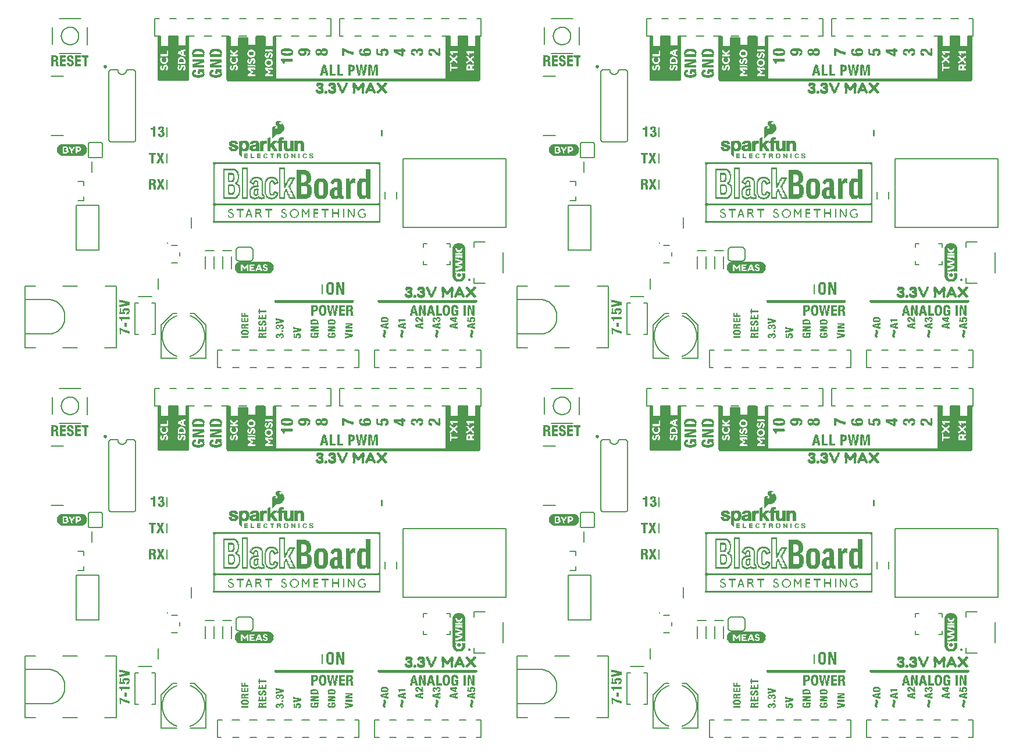
<source format=gto>
G75*
%MOIN*%
%OFA0B0*%
%FSLAX25Y25*%
%IPPOS*%
%LPD*%
%AMOC8*
5,1,8,0,0,1.08239X$1,22.5*
%
%ADD10R,0.00120X0.00126*%
%ADD11R,0.00370X0.00126*%
%ADD12R,0.00510X0.00126*%
%ADD13R,0.00630X0.00126*%
%ADD14R,0.00630X0.00125*%
%ADD15R,0.00750X0.00125*%
%ADD16R,0.01640X0.00125*%
%ADD17R,0.00760X0.00125*%
%ADD18R,0.01130X0.00125*%
%ADD19R,0.04410X0.00126*%
%ADD20R,0.00760X0.00126*%
%ADD21R,0.00880X0.00126*%
%ADD22R,0.02270X0.00126*%
%ADD23R,0.01010X0.00126*%
%ADD24R,0.02890X0.00126*%
%ADD25R,0.01760X0.00126*%
%ADD26R,0.01000X0.00126*%
%ADD27R,0.01130X0.00126*%
%ADD28R,0.03390X0.00126*%
%ADD29R,0.02260X0.00126*%
%ADD30R,0.04410X0.00126*%
%ADD31R,0.01010X0.00126*%
%ADD32R,0.01130X0.00126*%
%ADD33R,0.02270X0.00126*%
%ADD34R,0.03900X0.00126*%
%ADD35R,0.02770X0.00126*%
%ADD36R,0.01250X0.00126*%
%ADD37R,0.01260X0.00126*%
%ADD38R,0.04030X0.00126*%
%ADD39R,0.04020X0.00126*%
%ADD40R,0.03400X0.00126*%
%ADD41R,0.04410X0.00125*%
%ADD42R,0.00880X0.00125*%
%ADD43R,0.04150X0.00125*%
%ADD44R,0.03900X0.00125*%
%ADD45R,0.00750X0.00126*%
%ADD46R,0.04280X0.00126*%
%ADD47R,0.03650X0.00126*%
%ADD48R,0.00630X0.00126*%
%ADD49R,0.00500X0.00126*%
%ADD50R,0.00510X0.00126*%
%ADD51R,0.01140X0.00126*%
%ADD52R,0.01260X0.00126*%
%ADD53R,0.01250X0.00126*%
%ADD54R,0.02900X0.00126*%
%ADD55R,0.00500X0.00126*%
%ADD56R,0.01640X0.00126*%
%ADD57R,0.00500X0.00125*%
%ADD58R,0.00620X0.00125*%
%ADD59R,0.01140X0.00125*%
%ADD60R,0.00620X0.00126*%
%ADD61R,0.01390X0.00126*%
%ADD62R,0.00880X0.00126*%
%ADD63R,0.00750X0.00126*%
%ADD64R,0.00620X0.00126*%
%ADD65R,0.02020X0.00126*%
%ADD66R,0.00250X0.00126*%
%ADD67R,0.02760X0.00126*%
%ADD68R,0.02650X0.00126*%
%ADD69R,0.02760X0.00125*%
%ADD70R,0.03270X0.00125*%
%ADD71R,0.01390X0.00126*%
%ADD72R,0.02140X0.00126*%
%ADD73R,0.02640X0.00126*%
%ADD74R,0.00890X0.00126*%
%ADD75R,0.03640X0.00126*%
%ADD76R,0.01890X0.00126*%
%ADD77R,0.04280X0.00126*%
%ADD78R,0.01640X0.00126*%
%ADD79R,0.02520X0.00126*%
%ADD80R,0.01000X0.00126*%
%ADD81R,0.03520X0.00126*%
%ADD82R,0.02270X0.00126*%
%ADD83R,0.02010X0.00126*%
%ADD84R,0.02140X0.00126*%
%ADD85R,0.01510X0.00126*%
%ADD86R,0.01890X0.00126*%
%ADD87R,0.02020X0.00126*%
%ADD88R,0.03020X0.00126*%
%ADD89R,0.02520X0.00126*%
%ADD90R,0.02390X0.00126*%
%ADD91R,0.02390X0.00126*%
%ADD92R,0.02900X0.00125*%
%ADD93R,0.01760X0.00125*%
%ADD94R,0.02020X0.00125*%
%ADD95R,0.01010X0.00125*%
%ADD96R,0.01260X0.00125*%
%ADD97R,0.02390X0.00125*%
%ADD98R,0.02270X0.00125*%
%ADD99R,0.01890X0.00125*%
%ADD100R,0.03150X0.00126*%
%ADD101R,0.02020X0.00126*%
%ADD102R,0.01380X0.00126*%
%ADD103R,0.03400X0.00126*%
%ADD104R,0.01770X0.00126*%
%ADD105R,0.02390X0.00126*%
%ADD106R,0.02270X0.00126*%
%ADD107R,0.03270X0.00126*%
%ADD108R,0.00130X0.00126*%
%ADD109R,0.02770X0.00125*%
%ADD110R,0.02130X0.00126*%
%ADD111R,0.01000X0.00125*%
%ADD112R,0.02140X0.00125*%
%ADD113R,0.02640X0.00126*%
%ADD114R,0.02140X0.00126*%
%ADD115R,0.03140X0.00126*%
%ADD116R,0.01880X0.00126*%
%ADD117R,0.03770X0.00126*%
%ADD118R,0.01630X0.00126*%
%ADD119R,0.01380X0.00125*%
%ADD120R,0.03270X0.00125*%
%ADD121R,0.04280X0.00125*%
%ADD122R,0.02010X0.00126*%
%ADD123R,0.01770X0.00125*%
%ADD124R,0.00760X0.00126*%
%ADD125R,0.01760X0.00126*%
%ADD126R,0.00380X0.00126*%
%ADD127R,0.03140X0.00126*%
%ADD128R,0.03770X0.00125*%
%ADD129R,0.01640X0.00125*%
%ADD130R,0.03140X0.00126*%
%ADD131R,0.02640X0.00126*%
%ADD132R,0.02640X0.00126*%
%ADD133R,0.04270X0.00126*%
%ADD134R,0.01640X0.00126*%
%ADD135R,0.00380X0.00125*%
%ADD136R,0.01510X0.00126*%
%ADD137R,0.02270X0.00125*%
%ADD138R,0.01390X0.00125*%
%ADD139R,0.02390X0.00126*%
%ADD140R,0.01380X0.00126*%
%ADD141R,0.02520X0.00126*%
%ADD142R,0.03150X0.00125*%
%ADD143R,0.00510X0.00125*%
%ADD144R,0.03650X0.00126*%
%ADD145R,0.01140X0.00126*%
%ADD146R,0.03770X0.00126*%
%ADD147R,0.01880X0.00125*%
%ADD148R,0.02140X0.00125*%
%ADD149R,0.05280X0.00126*%
%ADD150R,0.05540X0.00126*%
%ADD151R,0.04030X0.00126*%
%ADD152R,0.04020X0.00126*%
%ADD153R,0.05790X0.00125*%
%ADD154R,0.03020X0.00125*%
%ADD155R,0.03770X0.00125*%
%ADD156R,0.03780X0.00125*%
%ADD157R,0.05790X0.00126*%
%ADD158R,0.03520X0.00126*%
%ADD159R,0.05790X0.00126*%
%ADD160R,0.03270X0.00126*%
%ADD161R,0.02510X0.00126*%
%ADD162R,0.03270X0.00126*%
%ADD163R,0.02770X0.00126*%
%ADD164R,0.03020X0.00126*%
%ADD165R,0.01500X0.00126*%
%ADD166R,0.01390X0.00126*%
%ADD167R,0.03140X0.00125*%
%ADD168R,0.01500X0.00125*%
%ADD169R,0.01500X0.00126*%
%ADD170R,0.01630X0.00126*%
%ADD171R,0.01630X0.00125*%
%ADD172R,0.01140X0.00126*%
%ADD173R,0.00890X0.00125*%
%ADD174R,0.02770X0.00126*%
%ADD175R,0.03520X0.00126*%
%ADD176R,0.03900X0.00126*%
%ADD177R,0.03020X0.00126*%
%ADD178R,0.03780X0.00126*%
%ADD179R,0.03140X0.00126*%
%ADD180R,0.03650X0.00125*%
%ADD181R,0.03390X0.00125*%
%ADD182R,0.01140X0.00125*%
%ADD183R,0.03140X0.00125*%
%ADD184R,0.02890X0.00126*%
%ADD185R,0.01140X0.00126*%
%ADD186R,0.02130X0.00125*%
%ADD187R,0.01510X0.00125*%
%ADD188R,0.03770X0.00126*%
%ADD189R,0.03390X0.00126*%
%ADD190R,0.03270X0.00126*%
%ADD191R,0.03520X0.00126*%
%ADD192R,0.04400X0.00126*%
%ADD193R,0.04900X0.00125*%
%ADD194R,0.05150X0.00126*%
%ADD195R,0.05030X0.00126*%
%ADD196R,0.04660X0.00126*%
%ADD197R,0.05030X0.00125*%
%ADD198R,0.05030X0.00126*%
%ADD199R,0.04520X0.00126*%
%ADD200R,0.03520X0.00125*%
%ADD201R,0.02890X0.00126*%
%ADD202R,0.44410X0.00126*%
%ADD203R,0.55850X0.00126*%
%ADD204R,0.45150X0.00126*%
%ADD205R,0.56600X0.00126*%
%ADD206R,0.45410X0.00126*%
%ADD207R,0.56850X0.00126*%
%ADD208R,0.45660X0.00125*%
%ADD209R,0.56980X0.00125*%
%ADD210R,0.00120X0.00126*%
%ADD211R,0.45660X0.00126*%
%ADD212R,0.57110X0.00126*%
%ADD213R,0.45660X0.00126*%
%ADD214R,0.57110X0.00126*%
%ADD215R,0.45530X0.00125*%
%ADD216R,0.56850X0.00125*%
%ADD217R,0.56730X0.00126*%
%ADD218R,0.44910X0.00126*%
%ADD219R,0.56230X0.00126*%
%ADD220R,0.02890X0.00125*%
%ADD221R,0.01890X0.00126*%
%ADD222R,0.01890X0.00126*%
%ADD223R,0.02010X0.00125*%
%ADD224R,0.01250X0.00125*%
%ADD225R,0.02260X0.00125*%
%ADD226R,0.02140X0.00126*%
%ADD227R,0.03780X0.00126*%
%ADD228R,0.04650X0.00126*%
%ADD229R,0.05660X0.00126*%
%ADD230R,0.06040X0.00126*%
%ADD231R,0.06170X0.00125*%
%ADD232R,0.06410X0.00126*%
%ADD233R,0.06670X0.00126*%
%ADD234R,0.06790X0.00126*%
%ADD235R,0.06790X0.00126*%
%ADD236R,0.06790X0.00125*%
%ADD237R,0.02130X0.00126*%
%ADD238R,0.02890X0.00125*%
%ADD239R,0.02390X0.00125*%
%ADD240R,0.02510X0.00125*%
%ADD241R,0.03150X0.00126*%
%ADD242R,0.06540X0.00126*%
%ADD243R,0.06290X0.00126*%
%ADD244R,0.06040X0.00125*%
%ADD245R,0.05780X0.00126*%
%ADD246R,0.05540X0.00126*%
%ADD247R,0.04660X0.00125*%
%ADD248R,0.04150X0.00126*%
%ADD249R,0.04150X0.00126*%
%ADD250R,0.02000X0.00166*%
%ADD251R,0.01660X0.00166*%
%ADD252R,0.01340X0.00166*%
%ADD253R,0.00330X0.00166*%
%ADD254R,0.00500X0.00166*%
%ADD255R,0.01330X0.00166*%
%ADD256R,0.00340X0.00166*%
%ADD257R,0.02000X0.00167*%
%ADD258R,0.01660X0.00167*%
%ADD259R,0.00500X0.00167*%
%ADD260R,0.01670X0.00167*%
%ADD261R,0.00670X0.00167*%
%ADD262R,0.01830X0.00167*%
%ADD263R,0.00830X0.00167*%
%ADD264R,0.00660X0.00167*%
%ADD265R,0.00670X0.00166*%
%ADD266R,0.00660X0.00166*%
%ADD267R,0.00830X0.00166*%
%ADD268R,0.00330X0.00167*%
%ADD269R,0.01000X0.00167*%
%ADD270R,0.01000X0.00166*%
%ADD271R,0.01840X0.00167*%
%ADD272R,0.01330X0.00167*%
%ADD273R,0.01500X0.00167*%
%ADD274R,0.01160X0.00167*%
%ADD275R,0.02170X0.00167*%
%ADD276R,0.00840X0.00167*%
%ADD277R,0.02330X0.00167*%
%ADD278R,0.01840X0.00166*%
%ADD279R,0.01830X0.00166*%
%ADD280R,0.01170X0.00166*%
%ADD281R,0.02160X0.00166*%
%ADD282R,0.01500X0.00166*%
%ADD283R,0.01160X0.00166*%
%ADD284R,0.01880X0.00126*%
%ADD285R,0.03010X0.00126*%
%ADD286R,0.02760X0.00126*%
%ADD287R,0.03010X0.00125*%
%ADD288R,0.03770X0.00126*%
%ADD289C,0.01000*%
%ADD290C,0.01500*%
%ADD291R,0.00120X0.00126*%
%ADD292R,0.03020X0.00126*%
%ADD293R,0.03010X0.00126*%
%ADD294R,0.02260X0.00126*%
%ADD295R,0.04020X0.00126*%
%ADD296R,0.01390X0.00125*%
%ADD297R,0.02640X0.00125*%
%ADD298R,0.02890X0.00126*%
%ADD299R,0.03530X0.00126*%
%ADD300R,0.03520X0.00125*%
%ADD301R,0.03530X0.00125*%
%ADD302R,0.00890X0.00126*%
%ADD303R,0.01770X0.00126*%
%ADD304R,0.01770X0.00126*%
%ADD305R,0.02770X0.00125*%
%ADD306R,0.04530X0.00126*%
%ADD307R,0.03390X0.00126*%
%ADD308R,0.05410X0.00126*%
%ADD309R,0.03640X0.00126*%
%ADD310R,0.06030X0.00125*%
%ADD311R,0.03640X0.00125*%
%ADD312R,0.06160X0.00126*%
%ADD313R,0.06290X0.00126*%
%ADD314R,0.03640X0.00126*%
%ADD315R,0.06540X0.00126*%
%ADD316R,0.02020X0.00125*%
%ADD317R,0.01640X0.00126*%
%ADD318R,0.04650X0.00126*%
%ADD319R,0.06670X0.00126*%
%ADD320R,0.03020X0.00125*%
%ADD321R,0.03530X0.00126*%
%ADD322R,0.03890X0.00126*%
%ADD323R,0.00890X0.00125*%
%ADD324R,0.03390X0.00126*%
%ADD325R,0.03390X0.00125*%
%ADD326R,0.06170X0.00126*%
%ADD327R,0.06540X0.00125*%
%ADD328R,0.06800X0.00126*%
%ADD329R,0.06800X0.00126*%
%ADD330R,0.06800X0.00125*%
%ADD331R,0.04910X0.00126*%
%ADD332R,0.02510X0.00126*%
%ADD333R,0.05290X0.00126*%
%ADD334R,0.06410X0.00126*%
%ADD335R,0.02520X0.00125*%
%ADD336R,0.06660X0.00126*%
%ADD337R,0.06420X0.00125*%
%ADD338R,0.06670X0.00125*%
%ADD339R,0.06420X0.00126*%
%ADD340R,0.06040X0.00126*%
%ADD341R,0.05920X0.00126*%
%ADD342R,0.05780X0.00125*%
%ADD343R,0.05400X0.00126*%
%ADD344R,0.05040X0.00126*%
%ADD345R,0.05160X0.00126*%
%ADD346R,0.02900X0.00126*%
%ADD347C,0.00800*%
%ADD348C,0.00500*%
%ADD349C,0.00300*%
%ADD350C,0.00700*%
%ADD351C,0.01000*%
%ADD352R,0.95669X0.00236*%
%ADD353R,0.01181X0.00236*%
%ADD354R,0.00945X0.00236*%
%ADD355R,0.03307X0.00236*%
%ADD356R,0.05433X0.00236*%
%ADD357R,0.06614X0.00236*%
%ADD358R,0.07087X0.00236*%
%ADD359R,0.00709X0.00236*%
%ADD360R,0.02362X0.00236*%
%ADD361R,0.07559X0.00236*%
%ADD362R,0.01890X0.00236*%
%ADD363R,0.05197X0.00236*%
%ADD364R,0.01417X0.00236*%
%ADD365R,0.05906X0.00236*%
%ADD366R,0.06850X0.00236*%
%ADD367R,0.07323X0.00236*%
%ADD368R,0.02598X0.00236*%
%ADD369R,0.03071X0.00236*%
%ADD370R,0.07795X0.00236*%
%ADD371R,0.02835X0.00236*%
%ADD372R,0.03780X0.00236*%
%ADD373R,0.04724X0.00236*%
%ADD374R,0.04488X0.00236*%
%ADD375R,0.03543X0.00236*%
%ADD376R,0.01654X0.00236*%
%ADD377R,0.02126X0.00236*%
%ADD378R,0.04252X0.00236*%
%ADD379R,0.05669X0.00236*%
%ADD380R,0.06378X0.00236*%
%ADD381R,0.00472X0.00236*%
%ADD382R,0.08031X0.00236*%
%ADD383R,0.04016X0.00236*%
%ADD384R,0.06142X0.00236*%
%ADD385R,0.08504X0.00236*%
%ADD386R,0.08268X0.00236*%
%ADD387R,0.04961X0.00236*%
%ADD388C,0.00600*%
%ADD389R,0.00079X0.15906*%
%ADD390R,0.00079X0.16772*%
%ADD391R,0.00079X0.17244*%
%ADD392R,0.00079X0.17717*%
%ADD393R,0.00079X0.18031*%
%ADD394R,0.00079X0.18346*%
%ADD395R,0.00079X0.18661*%
%ADD396R,0.00079X0.18898*%
%ADD397R,0.00079X0.19134*%
%ADD398R,0.00079X0.19370*%
%ADD399R,0.00079X0.19528*%
%ADD400R,0.00079X0.19764*%
%ADD401R,0.00079X0.19921*%
%ADD402R,0.00079X0.20079*%
%ADD403R,0.00079X0.20236*%
%ADD404R,0.00079X0.20394*%
%ADD405R,0.00079X0.20551*%
%ADD406R,0.00079X0.20630*%
%ADD407R,0.00079X0.20709*%
%ADD408R,0.00079X0.20866*%
%ADD409R,0.00079X0.02362*%
%ADD410R,0.00079X0.00787*%
%ADD411R,0.00079X0.00197*%
%ADD412R,0.00079X0.01654*%
%ADD413R,0.00079X0.00157*%
%ADD414R,0.00079X0.00315*%
%ADD415R,0.00079X0.01890*%
%ADD416R,0.00079X0.02205*%
%ADD417R,0.00079X0.00630*%
%ADD418R,0.00079X0.00276*%
%ADD419R,0.00079X0.00236*%
%ADD420R,0.00079X0.01575*%
%ADD421R,0.00079X0.02283*%
%ADD422R,0.00079X0.02047*%
%ADD423R,0.00079X0.00472*%
%ADD424R,0.00079X0.01496*%
%ADD425R,0.00079X0.01417*%
%ADD426R,0.00079X0.01969*%
%ADD427R,0.00079X0.01260*%
%ADD428R,0.00079X0.00354*%
%ADD429R,0.00079X0.01102*%
%ADD430R,0.00079X0.02441*%
%ADD431R,0.00039X0.01890*%
%ADD432R,0.00039X0.00157*%
%ADD433R,0.00039X0.00354*%
%ADD434R,0.00039X0.01496*%
%ADD435R,0.00039X0.01417*%
%ADD436R,0.00039X0.00315*%
%ADD437R,0.00039X0.01024*%
%ADD438R,0.00039X0.02441*%
%ADD439R,0.00079X0.01811*%
%ADD440R,0.00079X0.00079*%
%ADD441R,0.00079X0.00433*%
%ADD442R,0.00079X0.01339*%
%ADD443R,0.00079X0.00945*%
%ADD444R,0.00079X0.02520*%
%ADD445R,0.00079X0.00394*%
%ADD446R,0.00079X0.00866*%
%ADD447R,0.00079X0.01732*%
%ADD448R,0.00079X0.02598*%
%ADD449R,0.00079X0.00512*%
%ADD450R,0.00079X0.01181*%
%ADD451R,0.00079X0.00709*%
%ADD452R,0.00079X0.02677*%
%ADD453R,0.00079X0.00591*%
%ADD454R,0.00079X0.00551*%
%ADD455R,0.00079X0.01024*%
%ADD456R,0.00079X0.02717*%
%ADD457R,0.00079X0.03110*%
%ADD458R,0.00079X0.00669*%
%ADD459R,0.00079X0.03307*%
%ADD460R,0.00079X0.03386*%
%ADD461R,0.00079X0.03543*%
%ADD462R,0.00079X0.01457*%
%ADD463R,0.00079X0.00748*%
%ADD464R,0.00079X0.03622*%
%ADD465R,0.00079X0.01614*%
%ADD466R,0.00079X0.00827*%
%ADD467R,0.00079X0.03701*%
%ADD468R,0.00079X0.01693*%
%ADD469R,0.00079X0.03780*%
%ADD470R,0.00079X0.01772*%
%ADD471R,0.00079X0.00906*%
%ADD472R,0.00079X0.00984*%
%ADD473R,0.00079X0.01063*%
%ADD474R,0.00079X0.01142*%
%ADD475R,0.00079X0.01220*%
%ADD476R,0.00079X0.03465*%
%ADD477R,0.00079X0.01299*%
%ADD478R,0.00079X0.01378*%
%ADD479R,0.00079X0.03189*%
%ADD480R,0.00039X0.01732*%
%ADD481R,0.00039X0.01535*%
%ADD482R,0.00039X0.01220*%
%ADD483R,0.00039X0.01457*%
%ADD484R,0.00039X0.00787*%
%ADD485R,0.00039X0.02520*%
%ADD486R,0.00079X0.01535*%
%ADD487R,0.00079X0.12677*%
%ADD488R,0.00079X0.03976*%
%ADD489R,0.00079X0.15394*%
%ADD490R,0.00079X0.03898*%
%ADD491R,0.00079X0.15315*%
%ADD492R,0.00079X0.15236*%
%ADD493R,0.00079X0.03819*%
%ADD494R,0.00079X0.15157*%
%ADD495R,0.00079X0.03740*%
%ADD496R,0.00079X0.15079*%
%ADD497R,0.00079X0.03661*%
%ADD498R,0.00079X0.15000*%
%ADD499R,0.00079X0.03583*%
%ADD500R,0.00079X0.03504*%
%ADD501R,0.00079X0.14843*%
%ADD502R,0.00079X0.03346*%
%ADD503R,0.00079X0.14764*%
%ADD504R,0.00079X0.03268*%
%ADD505R,0.00079X0.14685*%
%ADD506R,0.00079X0.14528*%
%ADD507R,0.00079X0.03031*%
%ADD508R,0.00079X0.14449*%
%ADD509R,0.00079X0.02953*%
%ADD510R,0.00079X0.14291*%
%ADD511R,0.00079X0.02795*%
%ADD512R,0.00079X0.14213*%
%ADD513R,0.00079X0.02638*%
%ADD514R,0.00079X0.14055*%
%ADD515R,0.00079X0.02402*%
%ADD516R,0.00079X0.13819*%
%ADD517R,0.00079X0.02244*%
%ADD518R,0.00079X0.13583*%
%ADD519R,0.00079X0.01929*%
%ADD520R,0.00079X0.13268*%
%ADD521R,0.00079X0.12874*%
%ADD522R,0.01575X0.00394*%
%ADD523R,0.00394X0.00394*%
%ADD524R,0.02362X0.00394*%
%ADD525R,0.01969X0.00394*%
%ADD526R,0.00787X0.00394*%
%ADD527R,0.02756X0.00394*%
%ADD528R,0.03150X0.00394*%
%ADD529R,0.03543X0.00394*%
%ADD530R,0.03937X0.00394*%
%ADD531R,0.04331X0.00394*%
%ADD532R,0.04724X0.00394*%
%ADD533R,0.05512X0.00394*%
%ADD534R,0.05118X0.00394*%
%ADD535R,0.05906X0.00394*%
%ADD536R,0.06299X0.00394*%
%ADD537R,0.10630X0.00394*%
%ADD538R,0.07087X0.00394*%
%ADD539R,0.11024X0.00394*%
%ADD540R,0.07480X0.00394*%
%ADD541R,0.08268X0.00394*%
%ADD542R,0.09055X0.00394*%
%ADD543R,0.06693X0.00394*%
%ADD544R,0.09843X0.00394*%
%ADD545R,0.01181X0.00394*%
%ADD546R,0.00157X0.19331*%
%ADD547R,0.00197X0.19331*%
%ADD548R,0.00197X0.10276*%
%ADD549R,0.00197X0.03543*%
%ADD550R,0.00197X0.03898*%
%ADD551R,0.00157X0.02165*%
%ADD552R,0.00157X0.02992*%
%ADD553R,0.00157X0.00709*%
%ADD554R,0.00157X0.01220*%
%ADD555R,0.00157X0.02480*%
%ADD556R,0.00157X0.03189*%
%ADD557R,0.00197X0.01969*%
%ADD558R,0.00197X0.02638*%
%ADD559R,0.00197X0.00551*%
%ADD560R,0.00197X0.00866*%
%ADD561R,0.00197X0.01732*%
%ADD562R,0.00197X0.03031*%
%ADD563R,0.00157X0.01969*%
%ADD564R,0.00157X0.02283*%
%ADD565R,0.00157X0.00551*%
%ADD566R,0.00157X0.01417*%
%ADD567R,0.00157X0.02677*%
%ADD568R,0.00197X0.02126*%
%ADD569R,0.00197X0.00709*%
%ADD570R,0.00197X0.01220*%
%ADD571R,0.00197X0.02480*%
%ADD572R,0.00157X0.00512*%
%ADD573R,0.00197X0.01575*%
%ADD574R,0.00197X0.00512*%
%ADD575R,0.00197X0.01063*%
%ADD576R,0.00197X0.02283*%
%ADD577R,0.00157X0.01260*%
%ADD578R,0.00157X0.01063*%
%ADD579R,0.00157X0.02126*%
%ADD580R,0.00197X0.02677*%
%ADD581R,0.00157X0.00866*%
%ADD582R,0.00157X0.01929*%
%ADD583R,0.00197X0.01929*%
%ADD584R,0.00157X0.00157*%
%ADD585R,0.00157X0.00197*%
%ADD586R,0.00197X0.00315*%
%ADD587R,0.00197X0.00354*%
%ADD588R,0.00157X0.00315*%
%ADD589R,0.00157X0.00354*%
%ADD590R,0.00157X0.00669*%
%ADD591R,0.00197X0.00906*%
%ADD592R,0.00197X0.01417*%
%ADD593R,0.00157X0.01575*%
%ADD594R,0.00197X0.00748*%
%ADD595R,0.00157X0.02638*%
%ADD596R,0.00157X0.00906*%
%ADD597R,0.00197X0.02835*%
%ADD598R,0.00157X0.03031*%
%ADD599R,0.00197X0.02165*%
%ADD600R,0.00197X0.02992*%
%ADD601R,0.00197X0.01378*%
%ADD602R,0.00197X0.03386*%
%ADD603R,0.00197X0.09409*%
%ADD604R,0.00197X0.04803*%
%ADD605R,0.00157X0.02520*%
%ADD606R,0.00197X0.01457*%
%ADD607R,0.00197X0.01024*%
%ADD608R,0.00197X0.01260*%
%ADD609R,0.00157X0.01024*%
%ADD610R,0.00197X0.01614*%
%ADD611R,0.00157X0.01772*%
%ADD612R,0.00197X0.00394*%
%ADD613R,0.00157X0.00394*%
%ADD614R,0.00197X0.00669*%
%ADD615R,0.00157X0.01378*%
%ADD616R,0.00197X0.02087*%
%ADD617R,0.00197X0.01772*%
%ADD618R,0.00157X0.01614*%
%ADD619R,0.00157X0.15748*%
%ADD620R,0.00197X0.15748*%
%ADD621R,0.00197X0.03189*%
%ADD622R,0.00197X0.03740*%
%ADD623R,0.00197X0.04409*%
%ADD624R,0.00197X0.02441*%
%ADD625R,0.00157X0.02323*%
%ADD626R,0.00157X0.01457*%
%ADD627R,0.00197X0.02323*%
%ADD628R,0.00157X0.02441*%
%ADD629R,0.00157X0.02835*%
%ADD630R,0.00197X0.03346*%
%ADD631R,0.00157X0.03504*%
%ADD632R,0.00197X0.03504*%
%ADD633R,0.00157X0.03346*%
%ADD634R,0.00197X0.03701*%
%ADD635R,0.00157X0.04055*%
%ADD636R,0.00197X0.00157*%
%ADD637R,0.00197X0.02795*%
%ADD638R,0.00236X0.00236*%
%ADD639R,0.17480X0.00157*%
%ADD640R,0.18425X0.00157*%
%ADD641R,0.19055X0.00157*%
%ADD642R,0.19685X0.00157*%
%ADD643R,0.20000X0.00157*%
%ADD644R,0.20315X0.00157*%
%ADD645R,0.20630X0.00157*%
%ADD646R,0.16378X0.00157*%
%ADD647R,0.03780X0.00157*%
%ADD648R,0.02992X0.00157*%
%ADD649R,0.02677X0.00157*%
%ADD650R,0.00630X0.00157*%
%ADD651R,0.02047X0.00157*%
%ADD652R,0.02520X0.00157*%
%ADD653R,0.03465X0.00157*%
%ADD654R,0.02835X0.00157*%
%ADD655R,0.02362X0.00157*%
%ADD656R,0.00472X0.00157*%
%ADD657R,0.01890X0.00157*%
%ADD658R,0.03150X0.00157*%
%ADD659R,0.01732X0.00157*%
%ADD660R,0.01575X0.00157*%
%ADD661R,0.03307X0.00157*%
%ADD662R,0.01417X0.00157*%
%ADD663R,0.01102X0.00157*%
%ADD664R,0.00945X0.00157*%
%ADD665R,0.03622X0.00157*%
%ADD666R,0.05197X0.00157*%
%ADD667R,0.00787X0.00157*%
%ADD668R,0.01260X0.00157*%
%ADD669R,0.05039X0.00157*%
%ADD670R,0.04724X0.00157*%
%ADD671R,0.04094X0.00157*%
%ADD672R,0.00315X0.00157*%
%ADD673R,0.02205X0.00157*%
%ADD674R,0.00157X0.15079*%
%ADD675R,0.00197X0.15079*%
%ADD676R,0.00197X0.06378*%
%ADD677R,0.00197X0.05000*%
%ADD678R,0.00157X0.01102*%
%ADD679R,0.00197X0.00197*%
%ADD680R,0.00157X0.15433*%
%ADD681R,0.00197X0.15433*%
%ADD682R,0.00197X0.06929*%
%ADD683R,0.00157X0.03543*%
%ADD684R,0.00197X0.02874*%
%ADD685R,0.00157X0.03386*%
%ADD686R,0.00157X0.02874*%
%ADD687R,0.00157X0.04252*%
%ADD688R,0.00197X0.04252*%
%ADD689R,0.00157X0.04094*%
%ADD690R,0.00197X0.04094*%
%ADD691R,0.00157X0.16457*%
%ADD692R,0.00197X0.16457*%
%ADD693R,0.00197X0.12402*%
%ADD694R,0.00157X0.03898*%
%ADD695R,0.00157X0.03701*%
%ADD696R,0.00157X0.03150*%
%ADD697R,0.00197X0.01811*%
%ADD698R,0.00197X0.03150*%
%ADD699R,0.00157X0.01811*%
%ADD700R,0.12441X0.00157*%
%ADD701R,0.13386X0.00157*%
%ADD702R,0.14016X0.00157*%
%ADD703R,0.14646X0.00157*%
%ADD704R,0.14961X0.00157*%
%ADD705R,0.15276X0.00157*%
%ADD706R,0.15591X0.00157*%
%ADD707R,0.06614X0.00157*%
%ADD708R,0.03937X0.00157*%
%ADD709R,0.04252X0.00157*%
%ADD710R,0.04882X0.00157*%
D10*
X0281733Y0130433D03*
X0563733Y0130433D03*
X0563733Y0342433D03*
X0281733Y0342433D03*
D11*
X0245258Y0342559D03*
X0235068Y0352496D03*
X0293308Y0292320D03*
X0235068Y0140496D03*
X0245258Y0130559D03*
X0517068Y0140496D03*
X0527258Y0130559D03*
X0575308Y0292320D03*
X0527258Y0342559D03*
X0517068Y0352496D03*
X0575308Y0504320D03*
X0293308Y0504320D03*
D12*
X0260288Y0504571D03*
X0333998Y0352971D03*
X0333998Y0352845D03*
X0271988Y0351364D03*
X0255258Y0342559D03*
X0253748Y0343439D03*
X0245068Y0350232D03*
X0260288Y0292571D03*
X0333998Y0140971D03*
X0333998Y0140845D03*
X0271988Y0139364D03*
X0255258Y0130559D03*
X0253748Y0131439D03*
X0245068Y0138232D03*
X0527068Y0138232D03*
X0535748Y0131439D03*
X0537258Y0130559D03*
X0553988Y0139364D03*
X0615998Y0140845D03*
X0615998Y0140971D03*
X0542288Y0292571D03*
X0537258Y0342559D03*
X0535748Y0343439D03*
X0527068Y0350232D03*
X0553988Y0351364D03*
X0615998Y0352845D03*
X0615998Y0352971D03*
X0542288Y0504571D03*
D13*
X0585998Y0508471D03*
X0514298Y0358911D03*
X0514298Y0358785D03*
X0514298Y0358534D03*
X0514298Y0357150D03*
X0514298Y0357024D03*
X0514298Y0356773D03*
X0514298Y0356521D03*
X0514298Y0355389D03*
X0514298Y0355263D03*
X0514298Y0354886D03*
X0514298Y0354760D03*
X0514298Y0354634D03*
X0514298Y0354257D03*
X0516058Y0354257D03*
X0516058Y0354634D03*
X0516058Y0354760D03*
X0516058Y0354886D03*
X0516058Y0355263D03*
X0516058Y0355389D03*
X0514298Y0351364D03*
X0514178Y0351238D03*
X0514178Y0350861D03*
X0514298Y0350735D03*
X0514298Y0348848D03*
X0514298Y0348471D03*
X0514298Y0348345D03*
X0514298Y0348093D03*
X0514298Y0347842D03*
X0514298Y0347716D03*
X0514298Y0347339D03*
X0516058Y0347339D03*
X0516058Y0347716D03*
X0516058Y0347842D03*
X0516058Y0348093D03*
X0516058Y0348345D03*
X0516058Y0348471D03*
X0518078Y0350735D03*
X0518078Y0350861D03*
X0518078Y0351238D03*
X0518078Y0351364D03*
X0518078Y0345452D03*
X0516188Y0344320D03*
X0516188Y0344068D03*
X0516188Y0343817D03*
X0516188Y0343691D03*
X0514298Y0343691D03*
X0514298Y0343817D03*
X0514298Y0344068D03*
X0514298Y0344320D03*
X0508049Y0345520D03*
X0508049Y0345646D03*
X0508049Y0346023D03*
X0504399Y0346023D03*
X0504269Y0345646D03*
X0504399Y0348916D03*
X0504399Y0349042D03*
X0504399Y0349168D03*
X0504399Y0349545D03*
X0504399Y0352438D03*
X0504399Y0352564D03*
X0504399Y0352941D03*
X0504399Y0353067D03*
X0504399Y0353193D03*
X0504399Y0353570D03*
X0504399Y0353696D03*
X0506159Y0353696D03*
X0506159Y0353570D03*
X0506159Y0353193D03*
X0506159Y0353067D03*
X0506159Y0352941D03*
X0506159Y0352564D03*
X0506159Y0352438D03*
X0507919Y0352438D03*
X0507919Y0352564D03*
X0507919Y0352941D03*
X0507919Y0353067D03*
X0507919Y0353193D03*
X0507919Y0353570D03*
X0507919Y0353696D03*
X0506159Y0355834D03*
X0506159Y0355960D03*
X0506159Y0356086D03*
X0506159Y0356463D03*
X0506159Y0356589D03*
X0506159Y0356841D03*
X0504399Y0356841D03*
X0504399Y0356589D03*
X0504399Y0356463D03*
X0504399Y0356086D03*
X0504399Y0355960D03*
X0504399Y0355834D03*
X0524238Y0349100D03*
X0524238Y0344068D03*
X0524238Y0343691D03*
X0524368Y0343439D03*
X0528008Y0343439D03*
X0534298Y0343439D03*
X0534298Y0343691D03*
X0534298Y0343817D03*
X0534298Y0344068D03*
X0534298Y0344320D03*
X0534298Y0344571D03*
X0534298Y0344823D03*
X0534298Y0344949D03*
X0535688Y0344068D03*
X0537948Y0344068D03*
X0543988Y0344068D03*
X0543988Y0344320D03*
X0546128Y0344320D03*
X0546128Y0344571D03*
X0547888Y0344320D03*
X0547888Y0344068D03*
X0553928Y0344068D03*
X0553928Y0344320D03*
X0556058Y0344320D03*
X0556058Y0344571D03*
X0554048Y0351238D03*
X0554048Y0351741D03*
X0554048Y0351867D03*
X0554048Y0351993D03*
X0557698Y0351993D03*
X0557698Y0351867D03*
X0547888Y0351741D03*
X0547758Y0351867D03*
X0547758Y0351993D03*
X0547888Y0351364D03*
X0547888Y0351238D03*
X0544108Y0351238D03*
X0544108Y0351364D03*
X0544108Y0351741D03*
X0544108Y0351867D03*
X0544108Y0351993D03*
X0563988Y0342559D03*
X0584368Y0352845D03*
X0584368Y0353348D03*
X0588138Y0353348D03*
X0588138Y0352845D03*
X0588008Y0351084D03*
X0587128Y0349952D03*
X0587128Y0349700D03*
X0587128Y0349449D03*
X0587128Y0349323D03*
X0594928Y0351713D03*
X0594928Y0351839D03*
X0594928Y0352216D03*
X0597068Y0349952D03*
X0597068Y0349700D03*
X0597068Y0349449D03*
X0597068Y0349323D03*
X0597948Y0351084D03*
X0604238Y0352971D03*
X0604238Y0353474D03*
X0605118Y0354480D03*
X0607888Y0354480D03*
X0607888Y0354103D03*
X0607888Y0353977D03*
X0607888Y0353600D03*
X0607888Y0353474D03*
X0607888Y0353348D03*
X0607888Y0352971D03*
X0607888Y0351084D03*
X0614178Y0352845D03*
X0614178Y0353474D03*
X0617948Y0353474D03*
X0617948Y0353348D03*
X0617948Y0352971D03*
X0617948Y0352845D03*
X0626878Y0352845D03*
X0626878Y0352971D03*
X0626878Y0352593D03*
X0627758Y0351084D03*
X0626878Y0354480D03*
X0634048Y0354103D03*
X0634048Y0353977D03*
X0634048Y0353600D03*
X0634048Y0353474D03*
X0634048Y0353348D03*
X0634048Y0352971D03*
X0634048Y0352845D03*
X0637698Y0351084D03*
X0585998Y0296471D03*
X0436558Y0357773D03*
X0436558Y0358024D03*
X0355698Y0351084D03*
X0352048Y0352845D03*
X0352048Y0352971D03*
X0352048Y0353348D03*
X0352048Y0353474D03*
X0352048Y0353600D03*
X0352048Y0353977D03*
X0352048Y0354103D03*
X0345758Y0351084D03*
X0344878Y0352593D03*
X0344878Y0352845D03*
X0344878Y0352971D03*
X0344878Y0354480D03*
X0335948Y0353474D03*
X0335948Y0353348D03*
X0335948Y0352971D03*
X0335948Y0352845D03*
X0332178Y0352845D03*
X0332178Y0353474D03*
X0325888Y0353474D03*
X0325888Y0353348D03*
X0325888Y0353600D03*
X0325888Y0353977D03*
X0325888Y0354103D03*
X0325888Y0354480D03*
X0325888Y0352971D03*
X0325888Y0351084D03*
X0322238Y0352971D03*
X0322238Y0353474D03*
X0323118Y0354480D03*
X0315948Y0351084D03*
X0315068Y0349952D03*
X0315068Y0349700D03*
X0315068Y0349449D03*
X0315068Y0349323D03*
X0312928Y0351713D03*
X0312928Y0351839D03*
X0312928Y0352216D03*
X0306138Y0352845D03*
X0306138Y0353348D03*
X0306008Y0351084D03*
X0305128Y0349952D03*
X0305128Y0349700D03*
X0305128Y0349449D03*
X0305128Y0349323D03*
X0302368Y0352845D03*
X0302368Y0353348D03*
X0281988Y0342559D03*
X0274058Y0344320D03*
X0274058Y0344571D03*
X0271928Y0344320D03*
X0271928Y0344068D03*
X0265888Y0344068D03*
X0265888Y0344320D03*
X0264128Y0344320D03*
X0264128Y0344571D03*
X0261988Y0344320D03*
X0261988Y0344068D03*
X0255948Y0344068D03*
X0253688Y0344068D03*
X0252298Y0344068D03*
X0252298Y0343817D03*
X0252298Y0343691D03*
X0252298Y0343439D03*
X0252298Y0344320D03*
X0252298Y0344571D03*
X0252298Y0344823D03*
X0252298Y0344949D03*
X0246008Y0343439D03*
X0242368Y0343439D03*
X0242238Y0343691D03*
X0242238Y0344068D03*
X0242238Y0349100D03*
X0236078Y0350735D03*
X0236078Y0350861D03*
X0236078Y0351238D03*
X0236078Y0351364D03*
X0234058Y0348471D03*
X0234058Y0348345D03*
X0234058Y0348093D03*
X0234058Y0347842D03*
X0234058Y0347716D03*
X0234058Y0347339D03*
X0232298Y0347339D03*
X0232298Y0347716D03*
X0232298Y0347842D03*
X0232298Y0348093D03*
X0232298Y0348345D03*
X0232298Y0348471D03*
X0232298Y0348848D03*
X0232298Y0350735D03*
X0232178Y0350861D03*
X0232178Y0351238D03*
X0232298Y0351364D03*
X0232298Y0354257D03*
X0232298Y0354634D03*
X0232298Y0354760D03*
X0232298Y0354886D03*
X0232298Y0355263D03*
X0232298Y0355389D03*
X0232298Y0356521D03*
X0232298Y0356773D03*
X0232298Y0357024D03*
X0232298Y0357150D03*
X0232298Y0358534D03*
X0232298Y0358785D03*
X0232298Y0358911D03*
X0234058Y0355389D03*
X0234058Y0355263D03*
X0234058Y0354886D03*
X0234058Y0354760D03*
X0234058Y0354634D03*
X0234058Y0354257D03*
X0225919Y0353696D03*
X0225919Y0353570D03*
X0225919Y0353193D03*
X0225919Y0353067D03*
X0225919Y0352941D03*
X0225919Y0352564D03*
X0225919Y0352438D03*
X0224159Y0352438D03*
X0224159Y0352564D03*
X0224159Y0352941D03*
X0224159Y0353067D03*
X0224159Y0353193D03*
X0224159Y0353570D03*
X0224159Y0353696D03*
X0222399Y0353696D03*
X0222399Y0353570D03*
X0222399Y0353193D03*
X0222399Y0353067D03*
X0222399Y0352941D03*
X0222399Y0352564D03*
X0222399Y0352438D03*
X0222399Y0349545D03*
X0222399Y0349168D03*
X0222399Y0349042D03*
X0222399Y0348916D03*
X0222399Y0346023D03*
X0222269Y0345646D03*
X0226049Y0345646D03*
X0226049Y0345520D03*
X0226049Y0346023D03*
X0232298Y0344320D03*
X0232298Y0344068D03*
X0232298Y0343817D03*
X0232298Y0343691D03*
X0234188Y0343691D03*
X0234188Y0343817D03*
X0234188Y0344068D03*
X0234188Y0344320D03*
X0236078Y0345452D03*
X0224159Y0355834D03*
X0224159Y0355960D03*
X0224159Y0356086D03*
X0224159Y0356463D03*
X0224159Y0356589D03*
X0224159Y0356841D03*
X0222399Y0356841D03*
X0222399Y0356589D03*
X0222399Y0356463D03*
X0222399Y0356086D03*
X0222399Y0355960D03*
X0222399Y0355834D03*
X0262108Y0351993D03*
X0262108Y0351867D03*
X0262108Y0351741D03*
X0262108Y0351364D03*
X0262108Y0351238D03*
X0265758Y0351867D03*
X0265758Y0351993D03*
X0265888Y0351741D03*
X0265888Y0351364D03*
X0265888Y0351238D03*
X0272048Y0351238D03*
X0272048Y0351741D03*
X0272048Y0351867D03*
X0272048Y0351993D03*
X0275698Y0351993D03*
X0275698Y0351867D03*
X0303998Y0296471D03*
X0154558Y0357773D03*
X0154558Y0358024D03*
X0303998Y0508471D03*
X0232298Y0146911D03*
X0232298Y0146785D03*
X0232298Y0146534D03*
X0232298Y0145150D03*
X0232298Y0145024D03*
X0232298Y0144773D03*
X0232298Y0144521D03*
X0232298Y0143389D03*
X0232298Y0143263D03*
X0232298Y0142886D03*
X0232298Y0142760D03*
X0232298Y0142634D03*
X0232298Y0142257D03*
X0234058Y0142257D03*
X0234058Y0142634D03*
X0234058Y0142760D03*
X0234058Y0142886D03*
X0234058Y0143263D03*
X0234058Y0143389D03*
X0232298Y0139364D03*
X0232178Y0139238D03*
X0232178Y0138861D03*
X0232298Y0138735D03*
X0232298Y0136848D03*
X0232298Y0136471D03*
X0232298Y0136345D03*
X0232298Y0136093D03*
X0232298Y0135842D03*
X0232298Y0135716D03*
X0232298Y0135339D03*
X0234058Y0135339D03*
X0234058Y0135716D03*
X0234058Y0135842D03*
X0234058Y0136093D03*
X0234058Y0136345D03*
X0234058Y0136471D03*
X0236078Y0138735D03*
X0236078Y0138861D03*
X0236078Y0139238D03*
X0236078Y0139364D03*
X0236078Y0133452D03*
X0234188Y0132320D03*
X0234188Y0132068D03*
X0234188Y0131817D03*
X0234188Y0131691D03*
X0232298Y0131691D03*
X0232298Y0131817D03*
X0232298Y0132068D03*
X0232298Y0132320D03*
X0226049Y0133520D03*
X0226049Y0133646D03*
X0226049Y0134023D03*
X0222399Y0134023D03*
X0222269Y0133646D03*
X0222399Y0136916D03*
X0222399Y0137042D03*
X0222399Y0137168D03*
X0222399Y0137545D03*
X0222399Y0140438D03*
X0222399Y0140564D03*
X0222399Y0140941D03*
X0222399Y0141067D03*
X0222399Y0141193D03*
X0222399Y0141570D03*
X0222399Y0141696D03*
X0224159Y0141696D03*
X0224159Y0141570D03*
X0224159Y0141193D03*
X0224159Y0141067D03*
X0224159Y0140941D03*
X0224159Y0140564D03*
X0224159Y0140438D03*
X0225919Y0140438D03*
X0225919Y0140564D03*
X0225919Y0140941D03*
X0225919Y0141067D03*
X0225919Y0141193D03*
X0225919Y0141570D03*
X0225919Y0141696D03*
X0224159Y0143834D03*
X0224159Y0143960D03*
X0224159Y0144086D03*
X0224159Y0144463D03*
X0224159Y0144589D03*
X0224159Y0144841D03*
X0222399Y0144841D03*
X0222399Y0144589D03*
X0222399Y0144463D03*
X0222399Y0144086D03*
X0222399Y0143960D03*
X0222399Y0143834D03*
X0242238Y0137100D03*
X0242238Y0132068D03*
X0242238Y0131691D03*
X0242368Y0131439D03*
X0246008Y0131439D03*
X0252298Y0131439D03*
X0252298Y0131691D03*
X0252298Y0131817D03*
X0252298Y0132068D03*
X0252298Y0132320D03*
X0252298Y0132571D03*
X0252298Y0132823D03*
X0252298Y0132949D03*
X0253688Y0132068D03*
X0255948Y0132068D03*
X0261988Y0132068D03*
X0261988Y0132320D03*
X0264128Y0132320D03*
X0264128Y0132571D03*
X0265888Y0132320D03*
X0265888Y0132068D03*
X0271928Y0132068D03*
X0271928Y0132320D03*
X0274058Y0132320D03*
X0274058Y0132571D03*
X0272048Y0139238D03*
X0272048Y0139741D03*
X0272048Y0139867D03*
X0272048Y0139993D03*
X0275698Y0139993D03*
X0275698Y0139867D03*
X0265888Y0139741D03*
X0265758Y0139867D03*
X0265758Y0139993D03*
X0265888Y0139364D03*
X0265888Y0139238D03*
X0262108Y0139238D03*
X0262108Y0139364D03*
X0262108Y0139741D03*
X0262108Y0139867D03*
X0262108Y0139993D03*
X0281988Y0130559D03*
X0302368Y0140845D03*
X0302368Y0141348D03*
X0306138Y0141348D03*
X0306138Y0140845D03*
X0306008Y0139084D03*
X0305128Y0137952D03*
X0305128Y0137700D03*
X0305128Y0137449D03*
X0305128Y0137323D03*
X0312928Y0139713D03*
X0312928Y0139839D03*
X0312928Y0140216D03*
X0315068Y0137952D03*
X0315068Y0137700D03*
X0315068Y0137449D03*
X0315068Y0137323D03*
X0315948Y0139084D03*
X0322238Y0140971D03*
X0322238Y0141474D03*
X0323118Y0142480D03*
X0325888Y0142480D03*
X0325888Y0142103D03*
X0325888Y0141977D03*
X0325888Y0141600D03*
X0325888Y0141474D03*
X0325888Y0141348D03*
X0325888Y0140971D03*
X0325888Y0139084D03*
X0332178Y0140845D03*
X0332178Y0141474D03*
X0335948Y0141474D03*
X0335948Y0141348D03*
X0335948Y0140971D03*
X0335948Y0140845D03*
X0344878Y0140845D03*
X0344878Y0140971D03*
X0344878Y0140593D03*
X0345758Y0139084D03*
X0344878Y0142480D03*
X0352048Y0142103D03*
X0352048Y0141977D03*
X0352048Y0141600D03*
X0352048Y0141474D03*
X0352048Y0141348D03*
X0352048Y0140971D03*
X0352048Y0140845D03*
X0355698Y0139084D03*
X0436558Y0145773D03*
X0436558Y0146024D03*
X0504399Y0144841D03*
X0504399Y0144589D03*
X0504399Y0144463D03*
X0504399Y0144086D03*
X0504399Y0143960D03*
X0504399Y0143834D03*
X0506159Y0143834D03*
X0506159Y0143960D03*
X0506159Y0144086D03*
X0506159Y0144463D03*
X0506159Y0144589D03*
X0506159Y0144841D03*
X0506159Y0141696D03*
X0506159Y0141570D03*
X0506159Y0141193D03*
X0506159Y0141067D03*
X0506159Y0140941D03*
X0506159Y0140564D03*
X0506159Y0140438D03*
X0504399Y0140438D03*
X0504399Y0140564D03*
X0504399Y0140941D03*
X0504399Y0141067D03*
X0504399Y0141193D03*
X0504399Y0141570D03*
X0504399Y0141696D03*
X0507919Y0141696D03*
X0507919Y0141570D03*
X0507919Y0141193D03*
X0507919Y0141067D03*
X0507919Y0140941D03*
X0507919Y0140564D03*
X0507919Y0140438D03*
X0504399Y0137545D03*
X0504399Y0137168D03*
X0504399Y0137042D03*
X0504399Y0136916D03*
X0504399Y0134023D03*
X0504269Y0133646D03*
X0508049Y0133646D03*
X0508049Y0133520D03*
X0508049Y0134023D03*
X0514298Y0135339D03*
X0514298Y0135716D03*
X0514298Y0135842D03*
X0514298Y0136093D03*
X0514298Y0136345D03*
X0514298Y0136471D03*
X0514298Y0136848D03*
X0516058Y0136471D03*
X0516058Y0136345D03*
X0516058Y0136093D03*
X0516058Y0135842D03*
X0516058Y0135716D03*
X0516058Y0135339D03*
X0518078Y0133452D03*
X0516188Y0132320D03*
X0516188Y0132068D03*
X0516188Y0131817D03*
X0516188Y0131691D03*
X0514298Y0131691D03*
X0514298Y0131817D03*
X0514298Y0132068D03*
X0514298Y0132320D03*
X0514298Y0138735D03*
X0514178Y0138861D03*
X0514178Y0139238D03*
X0514298Y0139364D03*
X0514298Y0142257D03*
X0514298Y0142634D03*
X0514298Y0142760D03*
X0514298Y0142886D03*
X0514298Y0143263D03*
X0514298Y0143389D03*
X0514298Y0144521D03*
X0514298Y0144773D03*
X0514298Y0145024D03*
X0514298Y0145150D03*
X0514298Y0146534D03*
X0514298Y0146785D03*
X0514298Y0146911D03*
X0516058Y0143389D03*
X0516058Y0143263D03*
X0516058Y0142886D03*
X0516058Y0142760D03*
X0516058Y0142634D03*
X0516058Y0142257D03*
X0518078Y0139364D03*
X0518078Y0139238D03*
X0518078Y0138861D03*
X0518078Y0138735D03*
X0524238Y0137100D03*
X0524238Y0132068D03*
X0524238Y0131691D03*
X0524368Y0131439D03*
X0528008Y0131439D03*
X0534298Y0131439D03*
X0534298Y0131691D03*
X0534298Y0131817D03*
X0534298Y0132068D03*
X0534298Y0132320D03*
X0534298Y0132571D03*
X0534298Y0132823D03*
X0534298Y0132949D03*
X0535688Y0132068D03*
X0537948Y0132068D03*
X0543988Y0132068D03*
X0543988Y0132320D03*
X0546128Y0132320D03*
X0546128Y0132571D03*
X0547888Y0132320D03*
X0547888Y0132068D03*
X0553928Y0132068D03*
X0553928Y0132320D03*
X0556058Y0132320D03*
X0556058Y0132571D03*
X0554048Y0139238D03*
X0554048Y0139741D03*
X0554048Y0139867D03*
X0554048Y0139993D03*
X0557698Y0139993D03*
X0557698Y0139867D03*
X0547888Y0139741D03*
X0547758Y0139867D03*
X0547758Y0139993D03*
X0547888Y0139364D03*
X0547888Y0139238D03*
X0544108Y0139238D03*
X0544108Y0139364D03*
X0544108Y0139741D03*
X0544108Y0139867D03*
X0544108Y0139993D03*
X0563988Y0130559D03*
X0584368Y0140845D03*
X0584368Y0141348D03*
X0588138Y0141348D03*
X0588138Y0140845D03*
X0588008Y0139084D03*
X0587128Y0137952D03*
X0587128Y0137700D03*
X0587128Y0137449D03*
X0587128Y0137323D03*
X0594928Y0139713D03*
X0594928Y0139839D03*
X0594928Y0140216D03*
X0597068Y0137952D03*
X0597068Y0137700D03*
X0597068Y0137449D03*
X0597068Y0137323D03*
X0597948Y0139084D03*
X0604238Y0140971D03*
X0604238Y0141474D03*
X0605118Y0142480D03*
X0607888Y0142480D03*
X0607888Y0142103D03*
X0607888Y0141977D03*
X0607888Y0141600D03*
X0607888Y0141474D03*
X0607888Y0141348D03*
X0607888Y0140971D03*
X0607888Y0139084D03*
X0614178Y0140845D03*
X0614178Y0141474D03*
X0617948Y0141474D03*
X0617948Y0141348D03*
X0617948Y0140971D03*
X0617948Y0140845D03*
X0626878Y0140845D03*
X0626878Y0140971D03*
X0626878Y0140593D03*
X0627758Y0139084D03*
X0626878Y0142480D03*
X0634048Y0142103D03*
X0634048Y0141977D03*
X0634048Y0141600D03*
X0634048Y0141474D03*
X0634048Y0141348D03*
X0634048Y0140971D03*
X0634048Y0140845D03*
X0637698Y0139084D03*
X0154558Y0145773D03*
X0154558Y0146024D03*
D14*
X0154558Y0145899D03*
X0222399Y0144967D03*
X0222399Y0144338D03*
X0222399Y0143709D03*
X0224159Y0143709D03*
X0224159Y0144338D03*
X0224159Y0141445D03*
X0224159Y0140816D03*
X0222399Y0140816D03*
X0222399Y0141445D03*
X0225919Y0141445D03*
X0225919Y0140816D03*
X0222399Y0137294D03*
X0222269Y0133772D03*
X0226049Y0133772D03*
X0232298Y0135465D03*
X0232298Y0135968D03*
X0232298Y0136597D03*
X0234058Y0136597D03*
X0234058Y0135968D03*
X0234058Y0135465D03*
X0234188Y0131943D03*
X0232298Y0131943D03*
X0232178Y0138987D03*
X0232298Y0142509D03*
X0232298Y0143138D03*
X0232298Y0143641D03*
X0232298Y0144899D03*
X0232298Y0146660D03*
X0232298Y0147163D03*
X0234058Y0143641D03*
X0234058Y0143138D03*
X0234058Y0142509D03*
X0236078Y0138987D03*
X0242238Y0137226D03*
X0246008Y0137226D03*
X0246008Y0136597D03*
X0243998Y0131943D03*
X0242868Y0130685D03*
X0252298Y0131943D03*
X0252298Y0132446D03*
X0253938Y0131314D03*
X0255948Y0131943D03*
X0261988Y0131943D03*
X0264128Y0132446D03*
X0265758Y0132446D03*
X0265888Y0131943D03*
X0271928Y0131943D03*
X0274058Y0132446D03*
X0275698Y0132446D03*
X0265888Y0139490D03*
X0262108Y0139490D03*
X0305128Y0137575D03*
X0312928Y0139965D03*
X0315068Y0137575D03*
X0325888Y0141097D03*
X0325888Y0141726D03*
X0325888Y0142229D03*
X0332808Y0139965D03*
X0333938Y0141097D03*
X0344878Y0141097D03*
X0344878Y0140468D03*
X0344878Y0142229D03*
X0352048Y0142229D03*
X0352048Y0141726D03*
X0352048Y0141097D03*
X0355198Y0139965D03*
X0436558Y0145899D03*
X0504399Y0144967D03*
X0504399Y0144338D03*
X0504399Y0143709D03*
X0506159Y0143709D03*
X0506159Y0144338D03*
X0506159Y0141445D03*
X0506159Y0140816D03*
X0504399Y0140816D03*
X0504399Y0141445D03*
X0507919Y0141445D03*
X0507919Y0140816D03*
X0504399Y0137294D03*
X0504269Y0133772D03*
X0508049Y0133772D03*
X0514298Y0135465D03*
X0514298Y0135968D03*
X0514298Y0136597D03*
X0516058Y0136597D03*
X0516058Y0135968D03*
X0516058Y0135465D03*
X0516188Y0131943D03*
X0514298Y0131943D03*
X0514178Y0138987D03*
X0514298Y0142509D03*
X0514298Y0143138D03*
X0514298Y0143641D03*
X0514298Y0144899D03*
X0514298Y0146660D03*
X0514298Y0147163D03*
X0516058Y0143641D03*
X0516058Y0143138D03*
X0516058Y0142509D03*
X0518078Y0138987D03*
X0524238Y0137226D03*
X0528008Y0137226D03*
X0528008Y0136597D03*
X0525998Y0131943D03*
X0524868Y0130685D03*
X0534298Y0131943D03*
X0534298Y0132446D03*
X0535938Y0131314D03*
X0537948Y0131943D03*
X0543988Y0131943D03*
X0546128Y0132446D03*
X0547758Y0132446D03*
X0547888Y0131943D03*
X0553928Y0131943D03*
X0556058Y0132446D03*
X0557698Y0132446D03*
X0547888Y0139490D03*
X0544108Y0139490D03*
X0587128Y0137575D03*
X0594928Y0139965D03*
X0597068Y0137575D03*
X0607888Y0141097D03*
X0607888Y0141726D03*
X0607888Y0142229D03*
X0614808Y0139965D03*
X0615938Y0141097D03*
X0626878Y0141097D03*
X0626878Y0140468D03*
X0626878Y0142229D03*
X0634048Y0142229D03*
X0634048Y0141726D03*
X0634048Y0141097D03*
X0637198Y0139965D03*
X0487768Y0284270D03*
X0477768Y0284270D03*
X0504269Y0345772D03*
X0504399Y0349294D03*
X0504399Y0352816D03*
X0504399Y0353445D03*
X0506159Y0353445D03*
X0506159Y0352816D03*
X0507919Y0352816D03*
X0507919Y0353445D03*
X0506159Y0355709D03*
X0506159Y0356338D03*
X0504399Y0356338D03*
X0504399Y0356967D03*
X0504399Y0355709D03*
X0514298Y0355641D03*
X0514298Y0355138D03*
X0514298Y0354509D03*
X0516058Y0354509D03*
X0516058Y0355138D03*
X0516058Y0355641D03*
X0514298Y0356899D03*
X0514298Y0358660D03*
X0514298Y0359163D03*
X0514178Y0350987D03*
X0514298Y0348597D03*
X0514298Y0347968D03*
X0514298Y0347465D03*
X0516058Y0347465D03*
X0516058Y0347968D03*
X0516058Y0348597D03*
X0518078Y0350987D03*
X0524238Y0349226D03*
X0528008Y0349226D03*
X0528008Y0348597D03*
X0525998Y0343943D03*
X0524868Y0342685D03*
X0516188Y0343943D03*
X0514298Y0343943D03*
X0508049Y0345772D03*
X0534298Y0344446D03*
X0534298Y0343943D03*
X0535938Y0343314D03*
X0537948Y0343943D03*
X0543988Y0343943D03*
X0546128Y0344446D03*
X0547758Y0344446D03*
X0547888Y0343943D03*
X0553928Y0343943D03*
X0556058Y0344446D03*
X0557698Y0344446D03*
X0547888Y0351490D03*
X0544108Y0351490D03*
X0587128Y0349575D03*
X0594928Y0351965D03*
X0597068Y0349575D03*
X0607888Y0353097D03*
X0607888Y0353726D03*
X0607888Y0354229D03*
X0614808Y0351965D03*
X0615938Y0353097D03*
X0626878Y0353097D03*
X0626878Y0352468D03*
X0626878Y0354229D03*
X0634048Y0354229D03*
X0634048Y0353726D03*
X0634048Y0353097D03*
X0637198Y0351965D03*
X0606628Y0292446D03*
X0436558Y0357899D03*
X0355198Y0351965D03*
X0352048Y0353097D03*
X0352048Y0353726D03*
X0352048Y0354229D03*
X0344878Y0354229D03*
X0344878Y0353097D03*
X0344878Y0352468D03*
X0333938Y0353097D03*
X0332808Y0351965D03*
X0325888Y0353097D03*
X0325888Y0353726D03*
X0325888Y0354229D03*
X0315068Y0349575D03*
X0312928Y0351965D03*
X0305128Y0349575D03*
X0275698Y0344446D03*
X0274058Y0344446D03*
X0271928Y0343943D03*
X0265888Y0343943D03*
X0265758Y0344446D03*
X0264128Y0344446D03*
X0261988Y0343943D03*
X0255948Y0343943D03*
X0253938Y0343314D03*
X0252298Y0343943D03*
X0252298Y0344446D03*
X0246008Y0348597D03*
X0246008Y0349226D03*
X0242238Y0349226D03*
X0243998Y0343943D03*
X0242868Y0342685D03*
X0234188Y0343943D03*
X0232298Y0343943D03*
X0232298Y0347465D03*
X0232298Y0347968D03*
X0232298Y0348597D03*
X0234058Y0348597D03*
X0234058Y0347968D03*
X0234058Y0347465D03*
X0232178Y0350987D03*
X0232298Y0354509D03*
X0232298Y0355138D03*
X0232298Y0355641D03*
X0232298Y0356899D03*
X0232298Y0358660D03*
X0232298Y0359163D03*
X0234058Y0355641D03*
X0234058Y0355138D03*
X0234058Y0354509D03*
X0236078Y0350987D03*
X0225919Y0352816D03*
X0225919Y0353445D03*
X0224159Y0353445D03*
X0224159Y0352816D03*
X0222399Y0352816D03*
X0222399Y0353445D03*
X0222399Y0355709D03*
X0222399Y0356338D03*
X0222399Y0356967D03*
X0224159Y0356338D03*
X0224159Y0355709D03*
X0222399Y0349294D03*
X0222269Y0345772D03*
X0226049Y0345772D03*
X0262108Y0351490D03*
X0265888Y0351490D03*
X0324628Y0292446D03*
X0205768Y0284270D03*
X0195768Y0284270D03*
X0154558Y0357899D03*
X0195768Y0496270D03*
X0205768Y0496270D03*
X0324628Y0504446D03*
X0477768Y0496270D03*
X0487768Y0496270D03*
X0606628Y0504446D03*
D15*
X0612978Y0490358D03*
X0580428Y0496638D03*
X0580178Y0495380D03*
X0579048Y0495380D03*
X0578918Y0496009D03*
X0573638Y0496009D03*
X0573638Y0495380D03*
X0572128Y0494877D03*
X0572378Y0496638D03*
X0573388Y0497141D03*
X0574618Y0506207D03*
X0572098Y0506207D03*
X0434488Y0364314D03*
X0439768Y0357899D03*
X0354008Y0357902D03*
X0344818Y0349575D03*
X0335258Y0351965D03*
X0334878Y0349575D03*
X0302428Y0349575D03*
X0274878Y0359160D03*
X0273748Y0358531D03*
X0265698Y0352119D03*
X0262048Y0344446D03*
X0271988Y0344446D03*
X0245448Y0342685D03*
X0290098Y0294207D03*
X0292618Y0294207D03*
X0291388Y0285141D03*
X0290378Y0284638D03*
X0291638Y0284009D03*
X0291638Y0283380D03*
X0290128Y0282877D03*
X0296918Y0284009D03*
X0297048Y0283380D03*
X0298178Y0283380D03*
X0298428Y0284638D03*
X0330978Y0278358D03*
X0434488Y0152314D03*
X0439768Y0145899D03*
X0354008Y0145902D03*
X0344818Y0137575D03*
X0335258Y0139965D03*
X0334878Y0137575D03*
X0302428Y0137575D03*
X0274878Y0147160D03*
X0273748Y0146531D03*
X0265698Y0140119D03*
X0262048Y0132446D03*
X0271988Y0132446D03*
X0245448Y0130685D03*
X0157768Y0145899D03*
X0152488Y0152314D03*
X0157768Y0357899D03*
X0152488Y0364314D03*
X0290128Y0494877D03*
X0291638Y0495380D03*
X0291638Y0496009D03*
X0291388Y0497141D03*
X0290378Y0496638D03*
X0296918Y0496009D03*
X0297048Y0495380D03*
X0298178Y0495380D03*
X0298428Y0496638D03*
X0292618Y0506207D03*
X0290098Y0506207D03*
X0330978Y0490358D03*
X0527448Y0342685D03*
X0544048Y0344446D03*
X0547698Y0352119D03*
X0553988Y0344446D03*
X0555748Y0358531D03*
X0556878Y0359160D03*
X0584428Y0349575D03*
X0616878Y0349575D03*
X0617258Y0351965D03*
X0626818Y0349575D03*
X0636008Y0357902D03*
X0574618Y0294207D03*
X0572098Y0294207D03*
X0573388Y0285141D03*
X0572378Y0284638D03*
X0573638Y0284009D03*
X0573638Y0283380D03*
X0572128Y0282877D03*
X0578918Y0284009D03*
X0579048Y0283380D03*
X0580178Y0283380D03*
X0580428Y0284638D03*
X0612978Y0278358D03*
X0636008Y0145902D03*
X0626818Y0137575D03*
X0617258Y0139965D03*
X0616878Y0137575D03*
X0584428Y0137575D03*
X0556878Y0147160D03*
X0555748Y0146531D03*
X0547698Y0140119D03*
X0544048Y0132446D03*
X0553988Y0132446D03*
X0527448Y0130685D03*
D16*
X0535433Y0130685D03*
X0562283Y0155885D03*
X0407133Y0288924D03*
X0333683Y0294207D03*
X0325133Y0293075D03*
X0253433Y0342685D03*
X0280283Y0367885D03*
X0125133Y0288924D03*
X0280283Y0155885D03*
X0253433Y0130685D03*
X0535433Y0342685D03*
X0562283Y0367885D03*
X0607133Y0293075D03*
X0615683Y0294207D03*
X0407133Y0500924D03*
X0333683Y0506207D03*
X0325133Y0505075D03*
X0125133Y0500924D03*
X0607133Y0505075D03*
X0615683Y0506207D03*
D17*
X0584303Y0506207D03*
X0580303Y0496009D03*
X0578793Y0496638D03*
X0573513Y0496638D03*
X0572503Y0497141D03*
X0572253Y0496009D03*
X0572253Y0495380D03*
X0573763Y0494877D03*
X0540653Y0506836D03*
X0555873Y0359663D03*
X0555873Y0359160D03*
X0556753Y0359663D03*
X0557003Y0358531D03*
X0557133Y0357399D03*
X0555623Y0357399D03*
X0555623Y0357902D03*
X0554113Y0352119D03*
X0557633Y0352119D03*
X0544173Y0352119D03*
X0537383Y0342685D03*
X0518013Y0347465D03*
X0518013Y0347968D03*
X0518013Y0348597D03*
X0517383Y0349729D03*
X0518013Y0351490D03*
X0518013Y0354509D03*
X0518013Y0355138D03*
X0518013Y0355641D03*
X0514363Y0357402D03*
X0514743Y0352119D03*
X0514363Y0351490D03*
X0514363Y0344446D03*
X0540653Y0294836D03*
X0572503Y0285141D03*
X0573513Y0284638D03*
X0572253Y0284009D03*
X0572253Y0283380D03*
X0573763Y0282877D03*
X0578793Y0284638D03*
X0580303Y0284009D03*
X0584303Y0294207D03*
X0594363Y0349575D03*
X0604303Y0349575D03*
X0606943Y0349575D03*
X0608083Y0357902D03*
X0607833Y0358531D03*
X0636753Y0349575D03*
X0435493Y0352490D03*
X0354753Y0349575D03*
X0324943Y0349575D03*
X0322303Y0349575D03*
X0326083Y0357902D03*
X0325833Y0358531D03*
X0312363Y0349575D03*
X0275633Y0352119D03*
X0272113Y0352119D03*
X0273623Y0357399D03*
X0273623Y0357902D03*
X0273873Y0359160D03*
X0273873Y0359663D03*
X0274753Y0359663D03*
X0275003Y0358531D03*
X0275133Y0357399D03*
X0262173Y0352119D03*
X0255383Y0342685D03*
X0236013Y0347465D03*
X0236013Y0347968D03*
X0236013Y0348597D03*
X0235383Y0349729D03*
X0236013Y0351490D03*
X0236013Y0354509D03*
X0236013Y0355138D03*
X0236013Y0355641D03*
X0232363Y0357402D03*
X0232743Y0352119D03*
X0232363Y0351490D03*
X0232363Y0344446D03*
X0258653Y0294836D03*
X0290503Y0285141D03*
X0291513Y0284638D03*
X0290253Y0284009D03*
X0290253Y0283380D03*
X0291763Y0282877D03*
X0296793Y0284638D03*
X0298303Y0284009D03*
X0302303Y0294207D03*
X0153493Y0352490D03*
X0290253Y0495380D03*
X0290253Y0496009D03*
X0290503Y0497141D03*
X0291513Y0496638D03*
X0291763Y0494877D03*
X0296793Y0496638D03*
X0298303Y0496009D03*
X0302303Y0506207D03*
X0258653Y0506836D03*
X0273873Y0147663D03*
X0273873Y0147160D03*
X0274753Y0147663D03*
X0275003Y0146531D03*
X0275133Y0145399D03*
X0273623Y0145399D03*
X0273623Y0145902D03*
X0272113Y0140119D03*
X0275633Y0140119D03*
X0262173Y0140119D03*
X0255383Y0130685D03*
X0236013Y0135465D03*
X0236013Y0135968D03*
X0236013Y0136597D03*
X0235383Y0137729D03*
X0236013Y0139490D03*
X0236013Y0142509D03*
X0236013Y0143138D03*
X0236013Y0143641D03*
X0232363Y0145402D03*
X0232743Y0140119D03*
X0232363Y0139490D03*
X0232363Y0132446D03*
X0312363Y0137575D03*
X0322303Y0137575D03*
X0324943Y0137575D03*
X0326083Y0145902D03*
X0325833Y0146531D03*
X0354753Y0137575D03*
X0435493Y0140490D03*
X0514363Y0139490D03*
X0514743Y0140119D03*
X0518013Y0139490D03*
X0517383Y0137729D03*
X0518013Y0136597D03*
X0518013Y0135968D03*
X0518013Y0135465D03*
X0514363Y0132446D03*
X0518013Y0142509D03*
X0518013Y0143138D03*
X0518013Y0143641D03*
X0514363Y0145402D03*
X0537383Y0130685D03*
X0544173Y0140119D03*
X0554113Y0140119D03*
X0557633Y0140119D03*
X0557133Y0145399D03*
X0557003Y0146531D03*
X0556753Y0147663D03*
X0555873Y0147663D03*
X0555873Y0147160D03*
X0555623Y0145902D03*
X0555623Y0145399D03*
X0594363Y0137575D03*
X0604303Y0137575D03*
X0606943Y0137575D03*
X0608083Y0145902D03*
X0607833Y0146531D03*
X0636753Y0137575D03*
X0153493Y0140490D03*
D18*
X0242618Y0131314D03*
X0245758Y0131314D03*
X0255698Y0131314D03*
X0262488Y0133075D03*
X0263998Y0130685D03*
X0272428Y0133075D03*
X0273938Y0130685D03*
X0282238Y0130685D03*
X0282868Y0143638D03*
X0282868Y0144141D03*
X0282868Y0144770D03*
X0282868Y0145399D03*
X0282868Y0145902D03*
X0282868Y0147160D03*
X0282868Y0147663D03*
X0282868Y0148292D03*
X0285508Y0147663D03*
X0285508Y0144770D03*
X0285508Y0144141D03*
X0278718Y0144770D03*
X0278718Y0145399D03*
X0278718Y0145902D03*
X0278718Y0147160D03*
X0278718Y0147663D03*
X0278718Y0148292D03*
X0276578Y0147663D03*
X0272048Y0148292D03*
X0270038Y0147663D03*
X0269908Y0148292D03*
X0267518Y0148292D03*
X0267398Y0147663D03*
X0267268Y0146531D03*
X0267268Y0145902D03*
X0267398Y0144770D03*
X0270038Y0144770D03*
X0270038Y0145399D03*
X0262868Y0145399D03*
X0262868Y0144770D03*
X0262868Y0144141D03*
X0262868Y0143638D03*
X0262868Y0147160D03*
X0262868Y0147663D03*
X0262868Y0148292D03*
X0280538Y0158275D03*
X0280538Y0158904D03*
X0280538Y0159407D03*
X0280538Y0160036D03*
X0280538Y0160665D03*
X0280538Y0161168D03*
X0280538Y0161797D03*
X0280538Y0162426D03*
X0319478Y0144141D03*
X0319358Y0143638D03*
X0322498Y0144141D03*
X0322628Y0143638D03*
X0327278Y0145902D03*
X0327278Y0146531D03*
X0327278Y0147160D03*
X0327278Y0147663D03*
X0327278Y0148292D03*
X0327278Y0148921D03*
X0329668Y0145902D03*
X0329288Y0144141D03*
X0332308Y0144141D03*
X0332438Y0143638D03*
X0332928Y0142229D03*
X0338348Y0144770D03*
X0340988Y0145399D03*
X0340988Y0145902D03*
X0340988Y0146531D03*
X0340988Y0147160D03*
X0340988Y0147663D03*
X0343128Y0147663D03*
X0343128Y0147160D03*
X0343128Y0145902D03*
X0343128Y0145399D03*
X0345768Y0145399D03*
X0345768Y0144770D03*
X0342618Y0141097D03*
X0334468Y0134182D03*
X0334348Y0133553D03*
X0333838Y0132421D03*
X0333838Y0131792D03*
X0314468Y0134182D03*
X0314348Y0133553D03*
X0313838Y0132421D03*
X0313838Y0131792D03*
X0304348Y0133553D03*
X0304468Y0134182D03*
X0303838Y0132421D03*
X0303838Y0131792D03*
X0353838Y0131792D03*
X0353838Y0132421D03*
X0354348Y0133553D03*
X0354468Y0134182D03*
X0355448Y0140468D03*
X0451858Y0215987D03*
X0451858Y0216490D03*
X0451858Y0217119D03*
X0451858Y0217748D03*
X0451858Y0219509D03*
X0451858Y0220138D03*
X0451858Y0220641D03*
X0454368Y0220138D03*
X0454248Y0219509D03*
X0454368Y0217748D03*
X0454368Y0217119D03*
X0454368Y0216490D03*
X0454498Y0215987D03*
X0456638Y0216490D03*
X0456888Y0217119D03*
X0458518Y0217748D03*
X0458648Y0220138D03*
X0457138Y0220138D03*
X0456438Y0231482D03*
X0456688Y0231985D03*
X0456938Y0232614D03*
X0458318Y0232614D03*
X0458318Y0235004D03*
X0458828Y0236136D03*
X0456808Y0235507D03*
X0453288Y0235507D03*
X0453288Y0235004D03*
X0453288Y0234375D03*
X0453288Y0233746D03*
X0453288Y0233243D03*
X0453288Y0232614D03*
X0453288Y0231985D03*
X0453288Y0231482D03*
X0454158Y0246621D03*
X0454158Y0247124D03*
X0454158Y0247753D03*
X0454158Y0248382D03*
X0454158Y0248885D03*
X0454158Y0249514D03*
X0454158Y0251275D03*
X0457048Y0250646D03*
X0459438Y0247753D03*
X0459318Y0247124D03*
X0414678Y0286660D03*
X0414678Y0287163D03*
X0414678Y0287792D03*
X0414678Y0288421D03*
X0414678Y0288924D03*
X0414678Y0289553D03*
X0414678Y0290182D03*
X0414678Y0290685D03*
X0414678Y0291314D03*
X0409518Y0291314D03*
X0409518Y0290685D03*
X0409518Y0290182D03*
X0409518Y0288924D03*
X0409518Y0288421D03*
X0409518Y0287792D03*
X0407258Y0291314D03*
X0404868Y0291314D03*
X0404868Y0290685D03*
X0400718Y0290685D03*
X0400718Y0290182D03*
X0400718Y0291314D03*
X0398448Y0291314D03*
X0398328Y0290182D03*
X0398328Y0288924D03*
X0398448Y0288421D03*
X0398448Y0287792D03*
X0398578Y0287163D03*
X0400718Y0287792D03*
X0400718Y0288421D03*
X0400718Y0288924D03*
X0395938Y0288924D03*
X0395938Y0288421D03*
X0395938Y0287792D03*
X0395938Y0287163D03*
X0395938Y0286660D03*
X0395938Y0290182D03*
X0395938Y0290685D03*
X0395938Y0291314D03*
X0353838Y0343792D03*
X0353838Y0344421D03*
X0354348Y0345553D03*
X0354468Y0346182D03*
X0355448Y0352468D03*
X0345768Y0356770D03*
X0345768Y0357399D03*
X0343128Y0357399D03*
X0343128Y0357902D03*
X0343128Y0359160D03*
X0343128Y0359663D03*
X0340988Y0359663D03*
X0340988Y0359160D03*
X0340988Y0358531D03*
X0340988Y0357902D03*
X0340988Y0357399D03*
X0338348Y0356770D03*
X0342618Y0353097D03*
X0332928Y0354229D03*
X0332438Y0355638D03*
X0332308Y0356141D03*
X0329288Y0356141D03*
X0329668Y0357902D03*
X0327278Y0357902D03*
X0327278Y0358531D03*
X0327278Y0359160D03*
X0327278Y0359663D03*
X0327278Y0360292D03*
X0327278Y0360921D03*
X0322498Y0356141D03*
X0322628Y0355638D03*
X0319478Y0356141D03*
X0319358Y0355638D03*
X0314468Y0346182D03*
X0314348Y0345553D03*
X0313838Y0344421D03*
X0313838Y0343792D03*
X0304348Y0345553D03*
X0304468Y0346182D03*
X0303838Y0344421D03*
X0303838Y0343792D03*
X0285508Y0356141D03*
X0285508Y0356770D03*
X0282868Y0356770D03*
X0282868Y0357399D03*
X0282868Y0357902D03*
X0282868Y0359160D03*
X0282868Y0359663D03*
X0282868Y0360292D03*
X0285508Y0359663D03*
X0282868Y0356141D03*
X0282868Y0355638D03*
X0278718Y0356770D03*
X0278718Y0357399D03*
X0278718Y0357902D03*
X0278718Y0359160D03*
X0278718Y0359663D03*
X0278718Y0360292D03*
X0276578Y0359663D03*
X0272048Y0360292D03*
X0270038Y0359663D03*
X0269908Y0360292D03*
X0267518Y0360292D03*
X0267398Y0359663D03*
X0267268Y0358531D03*
X0267268Y0357902D03*
X0267398Y0356770D03*
X0270038Y0356770D03*
X0270038Y0357399D03*
X0262868Y0357399D03*
X0262868Y0356770D03*
X0262868Y0356141D03*
X0262868Y0355638D03*
X0262868Y0359160D03*
X0262868Y0359663D03*
X0262868Y0360292D03*
X0280538Y0370275D03*
X0280538Y0370904D03*
X0280538Y0371407D03*
X0280538Y0372036D03*
X0280538Y0372665D03*
X0280538Y0373168D03*
X0280538Y0373797D03*
X0280538Y0374426D03*
X0272428Y0345075D03*
X0273938Y0342685D03*
X0282238Y0342685D03*
X0263998Y0342685D03*
X0262488Y0345075D03*
X0255698Y0343314D03*
X0245758Y0343314D03*
X0242618Y0343314D03*
X0267898Y0294836D03*
X0273348Y0286902D03*
X0273348Y0286399D03*
X0273348Y0285770D03*
X0273348Y0285141D03*
X0273348Y0284638D03*
X0273348Y0284009D03*
X0273348Y0283380D03*
X0273348Y0282877D03*
X0273348Y0282248D03*
X0271208Y0281619D03*
X0270958Y0282248D03*
X0270578Y0284009D03*
X0268438Y0283380D03*
X0268188Y0282248D03*
X0268058Y0281619D03*
X0277848Y0282248D03*
X0277848Y0282877D03*
X0277848Y0283380D03*
X0277848Y0284009D03*
X0277848Y0284638D03*
X0277848Y0285141D03*
X0277848Y0285770D03*
X0277848Y0286399D03*
X0277848Y0286902D03*
X0280348Y0292446D03*
X0280348Y0293075D03*
X0280348Y0293704D03*
X0280348Y0294207D03*
X0280348Y0294836D03*
X0284028Y0285770D03*
X0284028Y0285141D03*
X0284028Y0284638D03*
X0284028Y0283380D03*
X0284028Y0282877D03*
X0284028Y0282248D03*
X0284028Y0281619D03*
X0288558Y0286399D03*
X0290948Y0286902D03*
X0293338Y0286399D03*
X0293458Y0286902D03*
X0300228Y0293704D03*
X0305888Y0294836D03*
X0333838Y0343792D03*
X0333838Y0344421D03*
X0334348Y0345553D03*
X0334468Y0346182D03*
X0451858Y0427987D03*
X0451858Y0428490D03*
X0451858Y0429119D03*
X0451858Y0429748D03*
X0451858Y0431509D03*
X0451858Y0432138D03*
X0451858Y0432641D03*
X0454368Y0432138D03*
X0454248Y0431509D03*
X0454368Y0429748D03*
X0454368Y0429119D03*
X0454368Y0428490D03*
X0454498Y0427987D03*
X0456638Y0428490D03*
X0456888Y0429119D03*
X0458518Y0429748D03*
X0458648Y0432138D03*
X0457138Y0432138D03*
X0456438Y0443482D03*
X0456688Y0443985D03*
X0456938Y0444614D03*
X0458318Y0444614D03*
X0458318Y0447004D03*
X0458828Y0448136D03*
X0456808Y0447507D03*
X0453288Y0447507D03*
X0453288Y0447004D03*
X0453288Y0446375D03*
X0453288Y0445746D03*
X0453288Y0445243D03*
X0453288Y0444614D03*
X0453288Y0443985D03*
X0453288Y0443482D03*
X0454158Y0458621D03*
X0454158Y0459124D03*
X0454158Y0459753D03*
X0454158Y0460382D03*
X0454158Y0460885D03*
X0454158Y0461514D03*
X0454158Y0463275D03*
X0457048Y0462646D03*
X0459438Y0459753D03*
X0459318Y0459124D03*
X0414678Y0498660D03*
X0414678Y0499163D03*
X0414678Y0499792D03*
X0414678Y0500421D03*
X0414678Y0500924D03*
X0414678Y0501553D03*
X0414678Y0502182D03*
X0414678Y0502685D03*
X0414678Y0503314D03*
X0409518Y0503314D03*
X0409518Y0502685D03*
X0409518Y0502182D03*
X0409518Y0500924D03*
X0409518Y0500421D03*
X0409518Y0499792D03*
X0407258Y0503314D03*
X0404868Y0503314D03*
X0404868Y0502685D03*
X0400718Y0502685D03*
X0400718Y0502182D03*
X0400718Y0503314D03*
X0398448Y0503314D03*
X0398328Y0502182D03*
X0398328Y0500924D03*
X0398448Y0500421D03*
X0398448Y0499792D03*
X0398578Y0499163D03*
X0400718Y0499792D03*
X0400718Y0500421D03*
X0400718Y0500924D03*
X0395938Y0500924D03*
X0395938Y0500421D03*
X0395938Y0499792D03*
X0395938Y0499163D03*
X0395938Y0498660D03*
X0395938Y0502182D03*
X0395938Y0502685D03*
X0395938Y0503314D03*
X0305888Y0506836D03*
X0300228Y0505704D03*
X0293458Y0498902D03*
X0293338Y0498399D03*
X0290948Y0498902D03*
X0288558Y0498399D03*
X0284028Y0497770D03*
X0284028Y0497141D03*
X0284028Y0496638D03*
X0284028Y0495380D03*
X0284028Y0494877D03*
X0284028Y0494248D03*
X0284028Y0493619D03*
X0277848Y0494248D03*
X0277848Y0494877D03*
X0277848Y0495380D03*
X0277848Y0496009D03*
X0277848Y0496638D03*
X0277848Y0497141D03*
X0277848Y0497770D03*
X0277848Y0498399D03*
X0277848Y0498902D03*
X0273348Y0498902D03*
X0273348Y0498399D03*
X0273348Y0497770D03*
X0273348Y0497141D03*
X0273348Y0496638D03*
X0273348Y0496009D03*
X0273348Y0495380D03*
X0273348Y0494877D03*
X0273348Y0494248D03*
X0271208Y0493619D03*
X0270958Y0494248D03*
X0270578Y0496009D03*
X0268438Y0495380D03*
X0268188Y0494248D03*
X0268058Y0493619D03*
X0267898Y0506836D03*
X0280348Y0506836D03*
X0280348Y0506207D03*
X0280348Y0505704D03*
X0280348Y0505075D03*
X0280348Y0504446D03*
X0177438Y0459753D03*
X0177318Y0459124D03*
X0175048Y0462646D03*
X0172158Y0463275D03*
X0172158Y0461514D03*
X0172158Y0460885D03*
X0172158Y0460382D03*
X0172158Y0459753D03*
X0172158Y0459124D03*
X0172158Y0458621D03*
X0176828Y0448136D03*
X0176318Y0447004D03*
X0174808Y0447507D03*
X0174938Y0444614D03*
X0174688Y0443985D03*
X0174438Y0443482D03*
X0176318Y0444614D03*
X0171288Y0444614D03*
X0171288Y0445243D03*
X0171288Y0445746D03*
X0171288Y0446375D03*
X0171288Y0447004D03*
X0171288Y0447507D03*
X0171288Y0443985D03*
X0171288Y0443482D03*
X0169858Y0432641D03*
X0169858Y0432138D03*
X0169858Y0431509D03*
X0169858Y0429748D03*
X0169858Y0429119D03*
X0169858Y0428490D03*
X0169858Y0427987D03*
X0172368Y0428490D03*
X0172498Y0427987D03*
X0172368Y0429119D03*
X0172368Y0429748D03*
X0172248Y0431509D03*
X0172368Y0432138D03*
X0175138Y0432138D03*
X0176648Y0432138D03*
X0176518Y0429748D03*
X0174888Y0429119D03*
X0174638Y0428490D03*
X0132678Y0498660D03*
X0132678Y0499163D03*
X0132678Y0499792D03*
X0132678Y0500421D03*
X0132678Y0500924D03*
X0132678Y0501553D03*
X0132678Y0502182D03*
X0132678Y0502685D03*
X0132678Y0503314D03*
X0127518Y0503314D03*
X0127518Y0502685D03*
X0127518Y0502182D03*
X0127518Y0500924D03*
X0127518Y0500421D03*
X0127518Y0499792D03*
X0125258Y0503314D03*
X0122868Y0503314D03*
X0122868Y0502685D03*
X0118718Y0502685D03*
X0118718Y0502182D03*
X0118718Y0503314D03*
X0116448Y0503314D03*
X0116328Y0502182D03*
X0116328Y0500924D03*
X0116448Y0500421D03*
X0116448Y0499792D03*
X0116578Y0499163D03*
X0118718Y0499792D03*
X0118718Y0500421D03*
X0118718Y0500924D03*
X0113938Y0500924D03*
X0113938Y0500421D03*
X0113938Y0499792D03*
X0113938Y0499163D03*
X0113938Y0498660D03*
X0113938Y0502182D03*
X0113938Y0502685D03*
X0113938Y0503314D03*
X0113938Y0291314D03*
X0113938Y0290685D03*
X0113938Y0290182D03*
X0113938Y0288924D03*
X0113938Y0288421D03*
X0113938Y0287792D03*
X0113938Y0287163D03*
X0113938Y0286660D03*
X0116578Y0287163D03*
X0116448Y0287792D03*
X0116448Y0288421D03*
X0116328Y0288924D03*
X0116328Y0290182D03*
X0116448Y0291314D03*
X0118718Y0291314D03*
X0118718Y0290685D03*
X0118718Y0290182D03*
X0118718Y0288924D03*
X0118718Y0288421D03*
X0118718Y0287792D03*
X0122868Y0290685D03*
X0122868Y0291314D03*
X0125258Y0291314D03*
X0127518Y0291314D03*
X0127518Y0290685D03*
X0127518Y0290182D03*
X0127518Y0288924D03*
X0127518Y0288421D03*
X0127518Y0287792D03*
X0132678Y0287792D03*
X0132678Y0288421D03*
X0132678Y0288924D03*
X0132678Y0289553D03*
X0132678Y0290182D03*
X0132678Y0290685D03*
X0132678Y0291314D03*
X0132678Y0287163D03*
X0132678Y0286660D03*
X0172158Y0251275D03*
X0172158Y0249514D03*
X0172158Y0248885D03*
X0172158Y0248382D03*
X0172158Y0247753D03*
X0172158Y0247124D03*
X0172158Y0246621D03*
X0175048Y0250646D03*
X0177438Y0247753D03*
X0177318Y0247124D03*
X0176828Y0236136D03*
X0176318Y0235004D03*
X0174808Y0235507D03*
X0174938Y0232614D03*
X0174688Y0231985D03*
X0174438Y0231482D03*
X0176318Y0232614D03*
X0171288Y0232614D03*
X0171288Y0233243D03*
X0171288Y0233746D03*
X0171288Y0234375D03*
X0171288Y0235004D03*
X0171288Y0235507D03*
X0171288Y0231985D03*
X0171288Y0231482D03*
X0169858Y0220641D03*
X0169858Y0220138D03*
X0169858Y0219509D03*
X0169858Y0217748D03*
X0169858Y0217119D03*
X0169858Y0216490D03*
X0169858Y0215987D03*
X0172368Y0216490D03*
X0172498Y0215987D03*
X0172368Y0217119D03*
X0172368Y0217748D03*
X0172248Y0219509D03*
X0172368Y0220138D03*
X0175138Y0220138D03*
X0176648Y0220138D03*
X0176518Y0217748D03*
X0174888Y0217119D03*
X0174638Y0216490D03*
X0524618Y0131314D03*
X0527758Y0131314D03*
X0537698Y0131314D03*
X0544488Y0133075D03*
X0545998Y0130685D03*
X0554428Y0133075D03*
X0555938Y0130685D03*
X0564238Y0130685D03*
X0564868Y0143638D03*
X0564868Y0144141D03*
X0564868Y0144770D03*
X0564868Y0145399D03*
X0564868Y0145902D03*
X0564868Y0147160D03*
X0564868Y0147663D03*
X0564868Y0148292D03*
X0567508Y0147663D03*
X0567508Y0144770D03*
X0567508Y0144141D03*
X0560718Y0144770D03*
X0560718Y0145399D03*
X0560718Y0145902D03*
X0560718Y0147160D03*
X0560718Y0147663D03*
X0560718Y0148292D03*
X0558578Y0147663D03*
X0554048Y0148292D03*
X0552038Y0147663D03*
X0551908Y0148292D03*
X0549518Y0148292D03*
X0549398Y0147663D03*
X0549268Y0146531D03*
X0549268Y0145902D03*
X0549398Y0144770D03*
X0552038Y0144770D03*
X0552038Y0145399D03*
X0544868Y0145399D03*
X0544868Y0144770D03*
X0544868Y0144141D03*
X0544868Y0143638D03*
X0544868Y0147160D03*
X0544868Y0147663D03*
X0544868Y0148292D03*
X0562538Y0158275D03*
X0562538Y0158904D03*
X0562538Y0159407D03*
X0562538Y0160036D03*
X0562538Y0160665D03*
X0562538Y0161168D03*
X0562538Y0161797D03*
X0562538Y0162426D03*
X0601478Y0144141D03*
X0601358Y0143638D03*
X0604498Y0144141D03*
X0604628Y0143638D03*
X0609278Y0145902D03*
X0609278Y0146531D03*
X0609278Y0147160D03*
X0609278Y0147663D03*
X0609278Y0148292D03*
X0609278Y0148921D03*
X0611668Y0145902D03*
X0611288Y0144141D03*
X0614308Y0144141D03*
X0614438Y0143638D03*
X0614928Y0142229D03*
X0620348Y0144770D03*
X0622988Y0145399D03*
X0622988Y0145902D03*
X0622988Y0146531D03*
X0622988Y0147160D03*
X0622988Y0147663D03*
X0625128Y0147663D03*
X0625128Y0147160D03*
X0625128Y0145902D03*
X0625128Y0145399D03*
X0627768Y0145399D03*
X0627768Y0144770D03*
X0624618Y0141097D03*
X0637448Y0140468D03*
X0636468Y0134182D03*
X0636348Y0133553D03*
X0635838Y0132421D03*
X0635838Y0131792D03*
X0616468Y0134182D03*
X0616348Y0133553D03*
X0615838Y0132421D03*
X0615838Y0131792D03*
X0596468Y0134182D03*
X0596348Y0133553D03*
X0595838Y0132421D03*
X0595838Y0131792D03*
X0586348Y0133553D03*
X0586468Y0134182D03*
X0585838Y0132421D03*
X0585838Y0131792D03*
X0566028Y0281619D03*
X0566028Y0282248D03*
X0566028Y0282877D03*
X0566028Y0283380D03*
X0566028Y0284638D03*
X0566028Y0285141D03*
X0566028Y0285770D03*
X0570558Y0286399D03*
X0572948Y0286902D03*
X0575338Y0286399D03*
X0575458Y0286902D03*
X0582228Y0293704D03*
X0587888Y0294836D03*
X0562348Y0294836D03*
X0562348Y0294207D03*
X0562348Y0293704D03*
X0562348Y0293075D03*
X0562348Y0292446D03*
X0559848Y0286902D03*
X0559848Y0286399D03*
X0559848Y0285770D03*
X0559848Y0285141D03*
X0559848Y0284638D03*
X0559848Y0284009D03*
X0559848Y0283380D03*
X0559848Y0282877D03*
X0559848Y0282248D03*
X0555348Y0282248D03*
X0555348Y0282877D03*
X0555348Y0283380D03*
X0555348Y0284009D03*
X0555348Y0284638D03*
X0555348Y0285141D03*
X0555348Y0285770D03*
X0555348Y0286399D03*
X0555348Y0286902D03*
X0552578Y0284009D03*
X0552958Y0282248D03*
X0553208Y0281619D03*
X0550188Y0282248D03*
X0550058Y0281619D03*
X0550438Y0283380D03*
X0549898Y0294836D03*
X0545998Y0342685D03*
X0544488Y0345075D03*
X0537698Y0343314D03*
X0527758Y0343314D03*
X0524618Y0343314D03*
X0544868Y0355638D03*
X0544868Y0356141D03*
X0544868Y0356770D03*
X0544868Y0357399D03*
X0544868Y0359160D03*
X0544868Y0359663D03*
X0544868Y0360292D03*
X0549398Y0359663D03*
X0549518Y0360292D03*
X0549268Y0358531D03*
X0549268Y0357902D03*
X0549398Y0356770D03*
X0552038Y0356770D03*
X0552038Y0357399D03*
X0552038Y0359663D03*
X0551908Y0360292D03*
X0554048Y0360292D03*
X0558578Y0359663D03*
X0560718Y0359663D03*
X0560718Y0359160D03*
X0560718Y0360292D03*
X0560718Y0357902D03*
X0560718Y0357399D03*
X0560718Y0356770D03*
X0564868Y0356770D03*
X0564868Y0357399D03*
X0564868Y0357902D03*
X0564868Y0359160D03*
X0564868Y0359663D03*
X0564868Y0360292D03*
X0567508Y0359663D03*
X0567508Y0356770D03*
X0567508Y0356141D03*
X0564868Y0356141D03*
X0564868Y0355638D03*
X0564238Y0342685D03*
X0555938Y0342685D03*
X0554428Y0345075D03*
X0585838Y0344421D03*
X0585838Y0343792D03*
X0586348Y0345553D03*
X0586468Y0346182D03*
X0595838Y0344421D03*
X0595838Y0343792D03*
X0596348Y0345553D03*
X0596468Y0346182D03*
X0601358Y0355638D03*
X0601478Y0356141D03*
X0604498Y0356141D03*
X0604628Y0355638D03*
X0609278Y0357902D03*
X0609278Y0358531D03*
X0609278Y0359160D03*
X0609278Y0359663D03*
X0609278Y0360292D03*
X0609278Y0360921D03*
X0611668Y0357902D03*
X0611288Y0356141D03*
X0614308Y0356141D03*
X0614438Y0355638D03*
X0614928Y0354229D03*
X0620348Y0356770D03*
X0622988Y0357399D03*
X0622988Y0357902D03*
X0622988Y0358531D03*
X0622988Y0359160D03*
X0622988Y0359663D03*
X0625128Y0359663D03*
X0625128Y0359160D03*
X0625128Y0357902D03*
X0625128Y0357399D03*
X0627768Y0357399D03*
X0627768Y0356770D03*
X0624618Y0353097D03*
X0637448Y0352468D03*
X0636468Y0346182D03*
X0636348Y0345553D03*
X0635838Y0344421D03*
X0635838Y0343792D03*
X0616468Y0346182D03*
X0616348Y0345553D03*
X0615838Y0344421D03*
X0615838Y0343792D03*
X0562538Y0370275D03*
X0562538Y0370904D03*
X0562538Y0371407D03*
X0562538Y0372036D03*
X0562538Y0372665D03*
X0562538Y0373168D03*
X0562538Y0373797D03*
X0562538Y0374426D03*
X0566028Y0493619D03*
X0566028Y0494248D03*
X0566028Y0494877D03*
X0566028Y0495380D03*
X0566028Y0496638D03*
X0566028Y0497141D03*
X0566028Y0497770D03*
X0570558Y0498399D03*
X0572948Y0498902D03*
X0575338Y0498399D03*
X0575458Y0498902D03*
X0582228Y0505704D03*
X0587888Y0506836D03*
X0562348Y0506836D03*
X0562348Y0506207D03*
X0562348Y0505704D03*
X0562348Y0505075D03*
X0562348Y0504446D03*
X0559848Y0498902D03*
X0559848Y0498399D03*
X0559848Y0497770D03*
X0559848Y0497141D03*
X0559848Y0496638D03*
X0559848Y0496009D03*
X0559848Y0495380D03*
X0559848Y0494877D03*
X0559848Y0494248D03*
X0555348Y0494248D03*
X0555348Y0494877D03*
X0555348Y0495380D03*
X0555348Y0496009D03*
X0555348Y0496638D03*
X0555348Y0497141D03*
X0555348Y0497770D03*
X0555348Y0498399D03*
X0555348Y0498902D03*
X0552578Y0496009D03*
X0552958Y0494248D03*
X0553208Y0493619D03*
X0550188Y0494248D03*
X0550058Y0493619D03*
X0550438Y0495380D03*
X0549898Y0506836D03*
D19*
X0516188Y0358156D03*
X0516188Y0357905D03*
X0516188Y0357653D03*
X0516188Y0357527D03*
X0516188Y0354131D03*
X0516188Y0354005D03*
X0516188Y0353628D03*
X0516188Y0353502D03*
X0516188Y0347213D03*
X0516188Y0346961D03*
X0516188Y0346710D03*
X0516188Y0346584D03*
X0516188Y0343439D03*
X0516188Y0343188D03*
X0516188Y0342936D03*
X0516188Y0342810D03*
X0545998Y0343439D03*
X0545998Y0346584D03*
X0545998Y0346710D03*
X0545998Y0346961D03*
X0545998Y0348848D03*
X0545998Y0348974D03*
X0545998Y0349100D03*
X0545998Y0350609D03*
X0545998Y0350735D03*
X0545998Y0350861D03*
X0516188Y0146156D03*
X0516188Y0145905D03*
X0516188Y0145653D03*
X0516188Y0145527D03*
X0516188Y0142131D03*
X0516188Y0142005D03*
X0516188Y0141628D03*
X0516188Y0141502D03*
X0516188Y0135213D03*
X0516188Y0134961D03*
X0516188Y0134710D03*
X0516188Y0134584D03*
X0516188Y0131439D03*
X0516188Y0131188D03*
X0516188Y0130936D03*
X0516188Y0130810D03*
X0545998Y0131439D03*
X0545998Y0134584D03*
X0545998Y0134710D03*
X0545998Y0134961D03*
X0545998Y0136848D03*
X0545998Y0136974D03*
X0545998Y0137100D03*
X0545998Y0138609D03*
X0545998Y0138735D03*
X0545998Y0138861D03*
X0263998Y0138861D03*
X0263998Y0138735D03*
X0263998Y0138609D03*
X0263998Y0137100D03*
X0263998Y0136974D03*
X0263998Y0136848D03*
X0263998Y0134961D03*
X0263998Y0134710D03*
X0263998Y0134584D03*
X0263998Y0131439D03*
X0234188Y0131439D03*
X0234188Y0131188D03*
X0234188Y0130936D03*
X0234188Y0130810D03*
X0234188Y0134584D03*
X0234188Y0134710D03*
X0234188Y0134961D03*
X0234188Y0135213D03*
X0234188Y0141502D03*
X0234188Y0141628D03*
X0234188Y0142005D03*
X0234188Y0142131D03*
X0234188Y0145527D03*
X0234188Y0145653D03*
X0234188Y0145905D03*
X0234188Y0146156D03*
X0234188Y0342810D03*
X0234188Y0342936D03*
X0234188Y0343188D03*
X0234188Y0343439D03*
X0234188Y0346584D03*
X0234188Y0346710D03*
X0234188Y0346961D03*
X0234188Y0347213D03*
X0234188Y0353502D03*
X0234188Y0353628D03*
X0234188Y0354005D03*
X0234188Y0354131D03*
X0234188Y0357527D03*
X0234188Y0357653D03*
X0234188Y0357905D03*
X0234188Y0358156D03*
X0263998Y0350861D03*
X0263998Y0350735D03*
X0263998Y0350609D03*
X0263998Y0349100D03*
X0263998Y0348974D03*
X0263998Y0348848D03*
X0263998Y0346961D03*
X0263998Y0346710D03*
X0263998Y0346584D03*
X0263998Y0343439D03*
D20*
X0265823Y0343817D03*
X0275633Y0344571D03*
X0275133Y0357273D03*
X0275133Y0357524D03*
X0275133Y0357650D03*
X0275003Y0358027D03*
X0275003Y0358153D03*
X0275003Y0358405D03*
X0275003Y0358656D03*
X0273873Y0359034D03*
X0273873Y0359285D03*
X0273873Y0359411D03*
X0273623Y0358027D03*
X0273623Y0357650D03*
X0273623Y0357524D03*
X0244063Y0349100D03*
X0242803Y0347842D03*
X0244063Y0344068D03*
X0242803Y0342810D03*
X0236013Y0347339D03*
X0236013Y0347716D03*
X0236013Y0347842D03*
X0236013Y0348093D03*
X0236013Y0348345D03*
X0236013Y0348471D03*
X0236013Y0348848D03*
X0236013Y0350609D03*
X0236013Y0354257D03*
X0236013Y0354634D03*
X0236013Y0354760D03*
X0236013Y0354886D03*
X0236013Y0355263D03*
X0236013Y0355389D03*
X0236013Y0355766D03*
X0232363Y0358282D03*
X0232363Y0350609D03*
X0225984Y0346149D03*
X0153493Y0352364D03*
X0153493Y0352741D03*
X0153493Y0352867D03*
X0290503Y0285392D03*
X0290503Y0285266D03*
X0291513Y0284889D03*
X0291513Y0284763D03*
X0291513Y0284386D03*
X0291513Y0284260D03*
X0291763Y0283128D03*
X0291763Y0283002D03*
X0290253Y0283505D03*
X0290253Y0283631D03*
X0290253Y0283757D03*
X0296793Y0284763D03*
X0298303Y0284260D03*
X0298303Y0284134D03*
X0298053Y0283128D03*
X0298053Y0283002D03*
X0297173Y0283002D03*
X0297173Y0283128D03*
X0302303Y0294332D03*
X0321043Y0292571D03*
X0321043Y0296345D03*
X0324943Y0349323D03*
X0324943Y0349449D03*
X0324943Y0349700D03*
X0324943Y0349952D03*
X0322303Y0352845D03*
X0322303Y0353600D03*
X0325583Y0359285D03*
X0333873Y0353348D03*
X0353503Y0359411D03*
X0353633Y0359034D03*
X0354133Y0357650D03*
X0354753Y0349952D03*
X0354753Y0349700D03*
X0354753Y0349449D03*
X0354753Y0349323D03*
X0306073Y0353474D03*
X0435493Y0352867D03*
X0435493Y0352741D03*
X0435493Y0352364D03*
X0507984Y0346149D03*
X0514363Y0350609D03*
X0518013Y0350609D03*
X0518013Y0348848D03*
X0518013Y0348471D03*
X0518013Y0348345D03*
X0518013Y0348093D03*
X0518013Y0347842D03*
X0518013Y0347716D03*
X0518013Y0347339D03*
X0524803Y0347842D03*
X0526063Y0349100D03*
X0526063Y0344068D03*
X0524803Y0342810D03*
X0518013Y0354257D03*
X0518013Y0354634D03*
X0518013Y0354760D03*
X0518013Y0354886D03*
X0518013Y0355263D03*
X0518013Y0355389D03*
X0518013Y0355766D03*
X0514363Y0358282D03*
X0547823Y0343817D03*
X0557633Y0344571D03*
X0557133Y0357273D03*
X0557133Y0357524D03*
X0557133Y0357650D03*
X0557003Y0358027D03*
X0557003Y0358153D03*
X0557003Y0358405D03*
X0557003Y0358656D03*
X0555873Y0359034D03*
X0555873Y0359285D03*
X0555873Y0359411D03*
X0555623Y0358027D03*
X0555623Y0357650D03*
X0555623Y0357524D03*
X0588073Y0353474D03*
X0604303Y0353600D03*
X0604303Y0352845D03*
X0606943Y0349952D03*
X0606943Y0349700D03*
X0606943Y0349449D03*
X0606943Y0349323D03*
X0615873Y0353348D03*
X0607583Y0359285D03*
X0635503Y0359411D03*
X0635633Y0359034D03*
X0636133Y0357650D03*
X0636753Y0349952D03*
X0636753Y0349700D03*
X0636753Y0349449D03*
X0636753Y0349323D03*
X0603043Y0296345D03*
X0603043Y0292571D03*
X0584303Y0294332D03*
X0572503Y0285392D03*
X0572503Y0285266D03*
X0573513Y0284889D03*
X0573513Y0284763D03*
X0573513Y0284386D03*
X0573513Y0284260D03*
X0573763Y0283128D03*
X0573763Y0283002D03*
X0572253Y0283505D03*
X0572253Y0283631D03*
X0572253Y0283757D03*
X0578793Y0284763D03*
X0580303Y0284260D03*
X0580303Y0284134D03*
X0580053Y0283128D03*
X0580053Y0283002D03*
X0579173Y0283002D03*
X0579173Y0283128D03*
X0555873Y0147411D03*
X0555873Y0147285D03*
X0555873Y0147034D03*
X0555623Y0146027D03*
X0555623Y0145650D03*
X0555623Y0145524D03*
X0557003Y0146027D03*
X0557003Y0146153D03*
X0557003Y0146405D03*
X0557003Y0146656D03*
X0557133Y0145650D03*
X0557133Y0145524D03*
X0557133Y0145273D03*
X0557633Y0132571D03*
X0547823Y0131817D03*
X0526063Y0132068D03*
X0524803Y0130810D03*
X0524803Y0135842D03*
X0526063Y0137100D03*
X0518013Y0136848D03*
X0518013Y0136471D03*
X0518013Y0136345D03*
X0518013Y0136093D03*
X0518013Y0135842D03*
X0518013Y0135716D03*
X0518013Y0135339D03*
X0518013Y0138609D03*
X0518013Y0142257D03*
X0518013Y0142634D03*
X0518013Y0142760D03*
X0518013Y0142886D03*
X0518013Y0143263D03*
X0518013Y0143389D03*
X0518013Y0143766D03*
X0514363Y0146282D03*
X0514363Y0138609D03*
X0507984Y0134149D03*
X0435493Y0140364D03*
X0435493Y0140741D03*
X0435493Y0140867D03*
X0354753Y0137952D03*
X0354753Y0137700D03*
X0354753Y0137449D03*
X0354753Y0137323D03*
X0354133Y0145650D03*
X0353633Y0147034D03*
X0353503Y0147411D03*
X0333873Y0141348D03*
X0324943Y0137952D03*
X0324943Y0137700D03*
X0324943Y0137449D03*
X0324943Y0137323D03*
X0322303Y0140845D03*
X0322303Y0141600D03*
X0325583Y0147285D03*
X0306073Y0141474D03*
X0275133Y0145273D03*
X0275133Y0145524D03*
X0275133Y0145650D03*
X0275003Y0146027D03*
X0275003Y0146153D03*
X0275003Y0146405D03*
X0275003Y0146656D03*
X0273873Y0147034D03*
X0273873Y0147285D03*
X0273873Y0147411D03*
X0273623Y0146027D03*
X0273623Y0145650D03*
X0273623Y0145524D03*
X0275633Y0132571D03*
X0265823Y0131817D03*
X0244063Y0132068D03*
X0242803Y0130810D03*
X0242803Y0135842D03*
X0244063Y0137100D03*
X0236013Y0136848D03*
X0236013Y0136471D03*
X0236013Y0136345D03*
X0236013Y0136093D03*
X0236013Y0135842D03*
X0236013Y0135716D03*
X0236013Y0135339D03*
X0236013Y0138609D03*
X0236013Y0142257D03*
X0236013Y0142634D03*
X0236013Y0142760D03*
X0236013Y0142886D03*
X0236013Y0143263D03*
X0236013Y0143389D03*
X0236013Y0143766D03*
X0232363Y0146282D03*
X0232363Y0138609D03*
X0225984Y0134149D03*
X0153493Y0140364D03*
X0153493Y0140741D03*
X0153493Y0140867D03*
X0588073Y0141474D03*
X0604303Y0141600D03*
X0604303Y0140845D03*
X0606943Y0137952D03*
X0606943Y0137700D03*
X0606943Y0137449D03*
X0606943Y0137323D03*
X0615873Y0141348D03*
X0607583Y0147285D03*
X0635503Y0147411D03*
X0635633Y0147034D03*
X0636133Y0145650D03*
X0636753Y0137952D03*
X0636753Y0137700D03*
X0636753Y0137449D03*
X0636753Y0137323D03*
X0580053Y0495002D03*
X0580053Y0495128D03*
X0579173Y0495128D03*
X0579173Y0495002D03*
X0580303Y0496134D03*
X0580303Y0496260D03*
X0578793Y0496763D03*
X0573513Y0496763D03*
X0573513Y0496889D03*
X0573513Y0496386D03*
X0573513Y0496260D03*
X0573763Y0495128D03*
X0573763Y0495002D03*
X0572253Y0495505D03*
X0572253Y0495631D03*
X0572253Y0495757D03*
X0572503Y0497266D03*
X0572503Y0497392D03*
X0584303Y0506332D03*
X0603043Y0504571D03*
X0603043Y0508345D03*
X0321043Y0508345D03*
X0321043Y0504571D03*
X0302303Y0506332D03*
X0298303Y0496260D03*
X0298303Y0496134D03*
X0298053Y0495128D03*
X0298053Y0495002D03*
X0297173Y0495002D03*
X0297173Y0495128D03*
X0296793Y0496763D03*
X0291513Y0496763D03*
X0291513Y0496889D03*
X0291513Y0496386D03*
X0291513Y0496260D03*
X0291763Y0495128D03*
X0291763Y0495002D03*
X0290253Y0495505D03*
X0290253Y0495631D03*
X0290253Y0495757D03*
X0290503Y0497266D03*
X0290503Y0497392D03*
D21*
X0290443Y0496889D03*
X0291573Y0496134D03*
X0288933Y0496134D03*
X0296603Y0497518D03*
X0296733Y0496889D03*
X0296853Y0496386D03*
X0296983Y0495757D03*
X0298243Y0495757D03*
X0298363Y0496386D03*
X0298493Y0496889D03*
X0298623Y0497518D03*
X0297613Y0493367D03*
X0297613Y0493241D03*
X0306393Y0490609D03*
X0306013Y0506332D03*
X0302363Y0506081D03*
X0296073Y0506332D03*
X0296073Y0506584D03*
X0296073Y0506710D03*
X0292803Y0505955D03*
X0292683Y0506081D03*
X0292553Y0506332D03*
X0292553Y0506584D03*
X0290163Y0506961D03*
X0290033Y0506710D03*
X0290033Y0506584D03*
X0290033Y0506332D03*
X0290163Y0506081D03*
X0271173Y0506332D03*
X0271173Y0506584D03*
X0271173Y0506710D03*
X0267903Y0506584D03*
X0267903Y0506332D03*
X0265253Y0506961D03*
X0265133Y0506710D03*
X0265133Y0506584D03*
X0265133Y0506332D03*
X0261233Y0506332D03*
X0261233Y0506081D03*
X0261233Y0506584D03*
X0261233Y0506710D03*
X0258713Y0506710D03*
X0258713Y0506584D03*
X0258593Y0506961D03*
X0255193Y0506710D03*
X0255193Y0506584D03*
X0255193Y0506332D03*
X0255323Y0505955D03*
X0251293Y0506332D03*
X0251293Y0506584D03*
X0251293Y0506710D03*
X0245383Y0506081D03*
X0245253Y0506332D03*
X0245253Y0506584D03*
X0245253Y0506710D03*
X0246393Y0500295D03*
X0246393Y0500043D03*
X0246393Y0499917D03*
X0268813Y0496889D03*
X0268943Y0497392D03*
X0322743Y0505955D03*
X0322743Y0506081D03*
X0322743Y0506332D03*
X0325883Y0506332D03*
X0325883Y0506081D03*
X0325883Y0506584D03*
X0325883Y0506710D03*
X0329783Y0506710D03*
X0329783Y0506584D03*
X0329783Y0506332D03*
X0329783Y0506081D03*
X0331173Y0490735D03*
X0330913Y0490232D03*
X0210543Y0494131D03*
X0210543Y0494257D03*
X0210423Y0494634D03*
X0200543Y0494257D03*
X0200543Y0494131D03*
X0200423Y0494634D03*
X0200423Y0505452D03*
X0200423Y0505578D03*
X0200423Y0505955D03*
X0210423Y0505955D03*
X0210423Y0505578D03*
X0210423Y0505452D03*
X0172283Y0463778D03*
X0172283Y0463652D03*
X0152803Y0359282D03*
X0152803Y0359156D03*
X0152803Y0358905D03*
X0152803Y0358653D03*
X0152803Y0358527D03*
X0152803Y0358150D03*
X0152803Y0358024D03*
X0152803Y0357773D03*
X0152803Y0357521D03*
X0152803Y0357395D03*
X0154563Y0358150D03*
X0156823Y0356389D03*
X0157703Y0357773D03*
X0157703Y0358150D03*
X0153433Y0352993D03*
X0152803Y0346955D03*
X0152803Y0346578D03*
X0152803Y0346452D03*
X0152803Y0346200D03*
X0152803Y0345949D03*
X0152803Y0345823D03*
X0152803Y0345571D03*
X0152803Y0345320D03*
X0152803Y0345068D03*
X0152803Y0344817D03*
X0152803Y0344691D03*
X0200423Y0293955D03*
X0200423Y0293578D03*
X0200423Y0293452D03*
X0210423Y0293452D03*
X0210423Y0293578D03*
X0210423Y0293955D03*
X0210423Y0282634D03*
X0210543Y0282257D03*
X0210543Y0282131D03*
X0200543Y0282131D03*
X0200543Y0282257D03*
X0200423Y0282634D03*
X0172283Y0251778D03*
X0172283Y0251652D03*
X0245383Y0294081D03*
X0245253Y0294332D03*
X0245253Y0294584D03*
X0245253Y0294710D03*
X0251293Y0294710D03*
X0251293Y0294584D03*
X0251293Y0294332D03*
X0255193Y0294332D03*
X0255193Y0294584D03*
X0255193Y0294710D03*
X0255323Y0293955D03*
X0258593Y0294961D03*
X0258713Y0294710D03*
X0258713Y0294584D03*
X0261233Y0294584D03*
X0261233Y0294710D03*
X0261233Y0294332D03*
X0261233Y0294081D03*
X0265133Y0294332D03*
X0265133Y0294584D03*
X0265133Y0294710D03*
X0265253Y0294961D03*
X0267903Y0294584D03*
X0267903Y0294332D03*
X0271173Y0294332D03*
X0271173Y0294584D03*
X0271173Y0294710D03*
X0268943Y0285392D03*
X0268813Y0284889D03*
X0246393Y0287917D03*
X0246393Y0288043D03*
X0246393Y0288295D03*
X0288933Y0284134D03*
X0290443Y0284889D03*
X0291573Y0284134D03*
X0296733Y0284889D03*
X0296853Y0284386D03*
X0296983Y0283757D03*
X0298243Y0283757D03*
X0298363Y0284386D03*
X0298493Y0284889D03*
X0298623Y0285518D03*
X0296603Y0285518D03*
X0297613Y0281367D03*
X0297613Y0281241D03*
X0306393Y0278609D03*
X0306013Y0294332D03*
X0302363Y0294081D03*
X0296073Y0294332D03*
X0296073Y0294584D03*
X0296073Y0294710D03*
X0292803Y0293955D03*
X0292683Y0294081D03*
X0292553Y0294332D03*
X0292553Y0294584D03*
X0290163Y0294961D03*
X0290033Y0294710D03*
X0290033Y0294584D03*
X0290033Y0294332D03*
X0290163Y0294081D03*
X0322743Y0294081D03*
X0322743Y0293955D03*
X0322743Y0294332D03*
X0325883Y0294332D03*
X0325883Y0294081D03*
X0325883Y0294584D03*
X0325883Y0294710D03*
X0329783Y0294710D03*
X0329783Y0294584D03*
X0329783Y0294332D03*
X0329783Y0294081D03*
X0331173Y0278735D03*
X0330913Y0278232D03*
X0275693Y0343691D03*
X0272553Y0345200D03*
X0272173Y0344571D03*
X0272053Y0343691D03*
X0265763Y0343691D03*
X0262613Y0345200D03*
X0262113Y0343691D03*
X0272553Y0357273D03*
X0272423Y0358027D03*
X0272303Y0358656D03*
X0276323Y0358153D03*
X0276323Y0358027D03*
X0276203Y0357273D03*
X0245513Y0347842D03*
X0245883Y0344320D03*
X0245513Y0342810D03*
X0232423Y0344571D03*
X0233933Y0350735D03*
X0234063Y0350861D03*
X0234183Y0351238D03*
X0234313Y0351364D03*
X0224154Y0349671D03*
X0225924Y0345268D03*
X0320233Y0359285D03*
X0320363Y0359788D03*
X0320363Y0359914D03*
X0321623Y0359914D03*
X0321623Y0359788D03*
X0325643Y0359034D03*
X0325773Y0358782D03*
X0325773Y0358656D03*
X0325893Y0358405D03*
X0326023Y0358153D03*
X0326023Y0358027D03*
X0326143Y0357650D03*
X0331303Y0360166D03*
X0345893Y0355889D03*
X0345893Y0355763D03*
X0353693Y0358782D03*
X0353823Y0358405D03*
X0353943Y0358153D03*
X0353943Y0358027D03*
X0354193Y0357524D03*
X0434803Y0357521D03*
X0434803Y0357395D03*
X0434803Y0357773D03*
X0434803Y0358024D03*
X0434803Y0358150D03*
X0434803Y0358527D03*
X0434803Y0358653D03*
X0434803Y0358905D03*
X0434803Y0359156D03*
X0434803Y0359282D03*
X0436563Y0358150D03*
X0438823Y0356389D03*
X0439703Y0357773D03*
X0439703Y0358150D03*
X0435433Y0352993D03*
X0434803Y0346955D03*
X0434803Y0346578D03*
X0434803Y0346452D03*
X0434803Y0346200D03*
X0434803Y0345949D03*
X0434803Y0345823D03*
X0434803Y0345571D03*
X0434803Y0345320D03*
X0434803Y0345068D03*
X0434803Y0344817D03*
X0434803Y0344691D03*
X0482423Y0293955D03*
X0482423Y0293578D03*
X0482423Y0293452D03*
X0492423Y0293452D03*
X0492423Y0293578D03*
X0492423Y0293955D03*
X0492423Y0282634D03*
X0492543Y0282257D03*
X0492543Y0282131D03*
X0482543Y0282131D03*
X0482543Y0282257D03*
X0482423Y0282634D03*
X0454283Y0251778D03*
X0454283Y0251652D03*
X0528393Y0287917D03*
X0528393Y0288043D03*
X0528393Y0288295D03*
X0527383Y0294081D03*
X0527253Y0294332D03*
X0527253Y0294584D03*
X0527253Y0294710D03*
X0533293Y0294710D03*
X0533293Y0294584D03*
X0533293Y0294332D03*
X0537193Y0294332D03*
X0537193Y0294584D03*
X0537193Y0294710D03*
X0537323Y0293955D03*
X0540593Y0294961D03*
X0540713Y0294710D03*
X0540713Y0294584D03*
X0543233Y0294584D03*
X0543233Y0294710D03*
X0543233Y0294332D03*
X0543233Y0294081D03*
X0547133Y0294332D03*
X0547133Y0294584D03*
X0547133Y0294710D03*
X0547253Y0294961D03*
X0549903Y0294584D03*
X0549903Y0294332D03*
X0553173Y0294332D03*
X0553173Y0294584D03*
X0553173Y0294710D03*
X0550943Y0285392D03*
X0550813Y0284889D03*
X0570933Y0284134D03*
X0572443Y0284889D03*
X0573573Y0284134D03*
X0578733Y0284889D03*
X0578853Y0284386D03*
X0578983Y0283757D03*
X0580243Y0283757D03*
X0580363Y0284386D03*
X0580493Y0284889D03*
X0580623Y0285518D03*
X0578603Y0285518D03*
X0579613Y0281367D03*
X0579613Y0281241D03*
X0588393Y0278609D03*
X0588013Y0294332D03*
X0584363Y0294081D03*
X0578073Y0294332D03*
X0578073Y0294584D03*
X0578073Y0294710D03*
X0574803Y0293955D03*
X0574683Y0294081D03*
X0574553Y0294332D03*
X0574553Y0294584D03*
X0572163Y0294961D03*
X0572033Y0294710D03*
X0572033Y0294584D03*
X0572033Y0294332D03*
X0572163Y0294081D03*
X0604743Y0294081D03*
X0604743Y0293955D03*
X0604743Y0294332D03*
X0607883Y0294332D03*
X0607883Y0294081D03*
X0607883Y0294584D03*
X0607883Y0294710D03*
X0611783Y0294710D03*
X0611783Y0294584D03*
X0611783Y0294332D03*
X0611783Y0294081D03*
X0613173Y0278735D03*
X0612913Y0278232D03*
X0557693Y0343691D03*
X0554553Y0345200D03*
X0554173Y0344571D03*
X0554053Y0343691D03*
X0547763Y0343691D03*
X0544613Y0345200D03*
X0544113Y0343691D03*
X0527883Y0344320D03*
X0527513Y0342810D03*
X0527513Y0347842D03*
X0516313Y0351364D03*
X0516183Y0351238D03*
X0516063Y0350861D03*
X0515933Y0350735D03*
X0514423Y0344571D03*
X0507924Y0345268D03*
X0506154Y0349671D03*
X0554303Y0358656D03*
X0554423Y0358027D03*
X0554553Y0357273D03*
X0558203Y0357273D03*
X0558323Y0358027D03*
X0558323Y0358153D03*
X0602233Y0359285D03*
X0602363Y0359788D03*
X0602363Y0359914D03*
X0603623Y0359914D03*
X0603623Y0359788D03*
X0607643Y0359034D03*
X0607773Y0358782D03*
X0607773Y0358656D03*
X0607893Y0358405D03*
X0608023Y0358153D03*
X0608023Y0358027D03*
X0608143Y0357650D03*
X0613303Y0360166D03*
X0627893Y0355889D03*
X0627893Y0355763D03*
X0635823Y0358405D03*
X0635943Y0358153D03*
X0635943Y0358027D03*
X0636193Y0357524D03*
X0635693Y0358782D03*
X0612913Y0490232D03*
X0613173Y0490735D03*
X0611783Y0506081D03*
X0611783Y0506332D03*
X0611783Y0506584D03*
X0611783Y0506710D03*
X0607883Y0506710D03*
X0607883Y0506584D03*
X0607883Y0506332D03*
X0607883Y0506081D03*
X0604743Y0506081D03*
X0604743Y0505955D03*
X0604743Y0506332D03*
X0588013Y0506332D03*
X0584363Y0506081D03*
X0578073Y0506332D03*
X0578073Y0506584D03*
X0578073Y0506710D03*
X0574803Y0505955D03*
X0574683Y0506081D03*
X0574553Y0506332D03*
X0574553Y0506584D03*
X0572163Y0506961D03*
X0572033Y0506710D03*
X0572033Y0506584D03*
X0572033Y0506332D03*
X0572163Y0506081D03*
X0572443Y0496889D03*
X0573573Y0496134D03*
X0570933Y0496134D03*
X0578603Y0497518D03*
X0578733Y0496889D03*
X0578853Y0496386D03*
X0578983Y0495757D03*
X0580243Y0495757D03*
X0580363Y0496386D03*
X0580493Y0496889D03*
X0580623Y0497518D03*
X0579613Y0493367D03*
X0579613Y0493241D03*
X0588393Y0490609D03*
X0550943Y0497392D03*
X0550813Y0496889D03*
X0549903Y0506332D03*
X0549903Y0506584D03*
X0547253Y0506961D03*
X0547133Y0506710D03*
X0547133Y0506584D03*
X0547133Y0506332D03*
X0543233Y0506332D03*
X0543233Y0506081D03*
X0543233Y0506584D03*
X0543233Y0506710D03*
X0540713Y0506710D03*
X0540713Y0506584D03*
X0540593Y0506961D03*
X0537193Y0506710D03*
X0537193Y0506584D03*
X0537193Y0506332D03*
X0537323Y0505955D03*
X0533293Y0506332D03*
X0533293Y0506584D03*
X0533293Y0506710D03*
X0527383Y0506081D03*
X0527253Y0506332D03*
X0527253Y0506584D03*
X0527253Y0506710D03*
X0528393Y0500295D03*
X0528393Y0500043D03*
X0528393Y0499917D03*
X0553173Y0506332D03*
X0553173Y0506584D03*
X0553173Y0506710D03*
X0492423Y0505955D03*
X0492423Y0505578D03*
X0492423Y0505452D03*
X0482423Y0505452D03*
X0482423Y0505578D03*
X0482423Y0505955D03*
X0482423Y0494634D03*
X0482543Y0494257D03*
X0482543Y0494131D03*
X0492423Y0494634D03*
X0492543Y0494257D03*
X0492543Y0494131D03*
X0454283Y0463778D03*
X0454283Y0463652D03*
X0434803Y0147282D03*
X0434803Y0147156D03*
X0434803Y0146905D03*
X0434803Y0146653D03*
X0434803Y0146527D03*
X0434803Y0146150D03*
X0434803Y0146024D03*
X0434803Y0145773D03*
X0434803Y0145521D03*
X0434803Y0145395D03*
X0436563Y0146150D03*
X0438823Y0144389D03*
X0439703Y0145773D03*
X0439703Y0146150D03*
X0435433Y0140993D03*
X0434803Y0134955D03*
X0434803Y0134578D03*
X0434803Y0134452D03*
X0434803Y0134200D03*
X0434803Y0133949D03*
X0434803Y0133823D03*
X0434803Y0133571D03*
X0434803Y0133320D03*
X0434803Y0133068D03*
X0434803Y0132817D03*
X0434803Y0132691D03*
X0506154Y0137671D03*
X0507924Y0133268D03*
X0514423Y0132571D03*
X0515933Y0138735D03*
X0516063Y0138861D03*
X0516183Y0139238D03*
X0516313Y0139364D03*
X0527513Y0135842D03*
X0527883Y0132320D03*
X0527513Y0130810D03*
X0544113Y0131691D03*
X0544613Y0133200D03*
X0547763Y0131691D03*
X0554053Y0131691D03*
X0554173Y0132571D03*
X0554553Y0133200D03*
X0557693Y0131691D03*
X0558203Y0145273D03*
X0558323Y0146027D03*
X0558323Y0146153D03*
X0554553Y0145273D03*
X0554423Y0146027D03*
X0554303Y0146656D03*
X0602233Y0147285D03*
X0602363Y0147788D03*
X0602363Y0147914D03*
X0603623Y0147914D03*
X0603623Y0147788D03*
X0607643Y0147034D03*
X0607773Y0146782D03*
X0607773Y0146656D03*
X0607893Y0146405D03*
X0608023Y0146153D03*
X0608023Y0146027D03*
X0608143Y0145650D03*
X0613303Y0148166D03*
X0627893Y0143889D03*
X0627893Y0143763D03*
X0635823Y0146405D03*
X0635943Y0146153D03*
X0635943Y0146027D03*
X0636193Y0145524D03*
X0635693Y0146782D03*
X0354193Y0145524D03*
X0353943Y0146027D03*
X0353943Y0146153D03*
X0353823Y0146405D03*
X0353693Y0146782D03*
X0345893Y0143889D03*
X0345893Y0143763D03*
X0331303Y0148166D03*
X0326023Y0146153D03*
X0326023Y0146027D03*
X0326143Y0145650D03*
X0325893Y0146405D03*
X0325773Y0146656D03*
X0325773Y0146782D03*
X0325643Y0147034D03*
X0321623Y0147788D03*
X0321623Y0147914D03*
X0320363Y0147914D03*
X0320363Y0147788D03*
X0320233Y0147285D03*
X0276323Y0146153D03*
X0276323Y0146027D03*
X0276203Y0145273D03*
X0272553Y0145273D03*
X0272423Y0146027D03*
X0272303Y0146656D03*
X0272553Y0133200D03*
X0272173Y0132571D03*
X0272053Y0131691D03*
X0275693Y0131691D03*
X0265763Y0131691D03*
X0262613Y0133200D03*
X0262113Y0131691D03*
X0245883Y0132320D03*
X0245513Y0130810D03*
X0245513Y0135842D03*
X0234313Y0139364D03*
X0234183Y0139238D03*
X0234063Y0138861D03*
X0233933Y0138735D03*
X0232423Y0132571D03*
X0225924Y0133268D03*
X0224154Y0137671D03*
X0157703Y0145773D03*
X0157703Y0146150D03*
X0156823Y0144389D03*
X0154563Y0146150D03*
X0152803Y0146150D03*
X0152803Y0146024D03*
X0152803Y0145773D03*
X0152803Y0145521D03*
X0152803Y0145395D03*
X0152803Y0146527D03*
X0152803Y0146653D03*
X0152803Y0146905D03*
X0152803Y0147156D03*
X0152803Y0147282D03*
X0153433Y0140993D03*
X0152803Y0134955D03*
X0152803Y0134578D03*
X0152803Y0134452D03*
X0152803Y0134200D03*
X0152803Y0133949D03*
X0152803Y0133823D03*
X0152803Y0133571D03*
X0152803Y0133320D03*
X0152803Y0133068D03*
X0152803Y0132817D03*
X0152803Y0132691D03*
D22*
X0253118Y0131188D03*
X0253118Y0130936D03*
X0253118Y0130810D03*
X0284818Y0131691D03*
X0313118Y0137952D03*
X0277708Y0160539D03*
X0280918Y0295842D03*
X0269598Y0296345D03*
X0253118Y0342810D03*
X0253118Y0342936D03*
X0253118Y0343188D03*
X0284818Y0343691D03*
X0313118Y0349952D03*
X0277708Y0372539D03*
X0280918Y0507842D03*
X0269598Y0508345D03*
X0535118Y0343188D03*
X0535118Y0342936D03*
X0535118Y0342810D03*
X0566818Y0343691D03*
X0595118Y0349952D03*
X0559708Y0372539D03*
X0551598Y0296345D03*
X0562918Y0295842D03*
X0559708Y0160539D03*
X0566818Y0131691D03*
X0595118Y0137952D03*
X0535118Y0131188D03*
X0535118Y0130936D03*
X0535118Y0130810D03*
X0551598Y0508345D03*
X0562918Y0507842D03*
D23*
X0559908Y0499027D03*
X0555408Y0499027D03*
X0552138Y0497895D03*
X0552388Y0496889D03*
X0552388Y0496763D03*
X0552638Y0495757D03*
X0550628Y0496134D03*
X0550628Y0496260D03*
X0550878Y0497266D03*
X0551008Y0497518D03*
X0553108Y0505955D03*
X0553108Y0506081D03*
X0553108Y0506961D03*
X0547318Y0505955D03*
X0543168Y0505955D03*
X0543168Y0506961D03*
X0542538Y0504823D03*
X0540778Y0506081D03*
X0540778Y0506332D03*
X0537258Y0506081D03*
X0527448Y0505955D03*
X0527318Y0506961D03*
X0528328Y0500798D03*
X0528328Y0500546D03*
X0492358Y0505200D03*
X0492358Y0506081D03*
X0492358Y0506332D03*
X0482358Y0506332D03*
X0482358Y0506081D03*
X0482358Y0505200D03*
X0482358Y0494760D03*
X0479718Y0494760D03*
X0479718Y0494634D03*
X0479718Y0494886D03*
X0479718Y0494257D03*
X0476448Y0494257D03*
X0476448Y0494131D03*
X0476448Y0494005D03*
X0486448Y0494005D03*
X0486448Y0494131D03*
X0486448Y0494257D03*
X0489718Y0494257D03*
X0489718Y0494634D03*
X0489718Y0494760D03*
X0489718Y0494886D03*
X0492358Y0494760D03*
X0459128Y0461639D03*
X0456988Y0462268D03*
X0456988Y0462520D03*
X0454218Y0463400D03*
X0456988Y0459375D03*
X0456988Y0459249D03*
X0459378Y0459249D03*
X0459378Y0459375D03*
X0407318Y0502936D03*
X0329848Y0505955D03*
X0324818Y0504571D03*
X0322678Y0506584D03*
X0322678Y0506710D03*
X0320038Y0506961D03*
X0319908Y0505955D03*
X0314378Y0505955D03*
X0314378Y0506081D03*
X0314378Y0506332D03*
X0314378Y0506584D03*
X0314378Y0505578D03*
X0314378Y0505452D03*
X0314378Y0508093D03*
X0314378Y0508345D03*
X0314378Y0508471D03*
X0305948Y0506710D03*
X0305948Y0506584D03*
X0305948Y0506081D03*
X0305948Y0505955D03*
X0302298Y0506584D03*
X0302298Y0506710D03*
X0292488Y0506710D03*
X0290228Y0505955D03*
X0293398Y0499027D03*
X0293398Y0498650D03*
X0293398Y0498524D03*
X0293148Y0497392D03*
X0293148Y0497266D03*
X0293148Y0496889D03*
X0293018Y0496763D03*
X0293018Y0496386D03*
X0293018Y0496260D03*
X0293018Y0496134D03*
X0292898Y0495757D03*
X0292898Y0495631D03*
X0292898Y0495505D03*
X0292768Y0495128D03*
X0292768Y0495002D03*
X0295538Y0495002D03*
X0295538Y0495128D03*
X0295538Y0495505D03*
X0295538Y0495631D03*
X0295538Y0495757D03*
X0295538Y0496134D03*
X0295538Y0496260D03*
X0295538Y0496386D03*
X0295538Y0496763D03*
X0295538Y0496889D03*
X0295538Y0497266D03*
X0295538Y0497392D03*
X0295538Y0497518D03*
X0295538Y0494625D03*
X0295538Y0494499D03*
X0295538Y0494373D03*
X0295538Y0493996D03*
X0295538Y0493870D03*
X0295538Y0493493D03*
X0295538Y0493367D03*
X0295538Y0493241D03*
X0299688Y0493241D03*
X0299688Y0493367D03*
X0299688Y0493493D03*
X0299688Y0493870D03*
X0299688Y0493996D03*
X0299688Y0494373D03*
X0299688Y0494499D03*
X0299688Y0494625D03*
X0299688Y0495002D03*
X0299688Y0495128D03*
X0299688Y0495505D03*
X0299688Y0495631D03*
X0299688Y0495757D03*
X0299688Y0496134D03*
X0299688Y0496260D03*
X0299688Y0496386D03*
X0299688Y0496763D03*
X0299688Y0496889D03*
X0299688Y0497266D03*
X0299688Y0497392D03*
X0299688Y0497518D03*
X0288998Y0495757D03*
X0288998Y0495631D03*
X0288998Y0495505D03*
X0288868Y0496260D03*
X0288868Y0496386D03*
X0288868Y0496763D03*
X0288618Y0497895D03*
X0288618Y0498021D03*
X0277908Y0499027D03*
X0273408Y0499027D03*
X0270138Y0497895D03*
X0270388Y0496889D03*
X0270388Y0496763D03*
X0270638Y0495757D03*
X0268628Y0496134D03*
X0268628Y0496260D03*
X0268878Y0497266D03*
X0269008Y0497518D03*
X0271108Y0505955D03*
X0271108Y0506081D03*
X0271108Y0506961D03*
X0265318Y0505955D03*
X0261168Y0505955D03*
X0261168Y0506961D03*
X0260538Y0504823D03*
X0258778Y0506081D03*
X0258778Y0506332D03*
X0255258Y0506081D03*
X0246328Y0500798D03*
X0246328Y0500546D03*
X0245448Y0505955D03*
X0245318Y0506961D03*
X0210358Y0506332D03*
X0210358Y0506081D03*
X0210358Y0505200D03*
X0200358Y0505200D03*
X0200358Y0506081D03*
X0200358Y0506332D03*
X0200358Y0494760D03*
X0197718Y0494760D03*
X0197718Y0494634D03*
X0197718Y0494886D03*
X0197718Y0494257D03*
X0194448Y0494257D03*
X0194448Y0494131D03*
X0194448Y0494005D03*
X0204448Y0494005D03*
X0204448Y0494131D03*
X0204448Y0494257D03*
X0207718Y0494257D03*
X0207718Y0494634D03*
X0207718Y0494760D03*
X0207718Y0494886D03*
X0210358Y0494760D03*
X0177128Y0461639D03*
X0174988Y0462268D03*
X0174988Y0462520D03*
X0172218Y0463400D03*
X0174988Y0459375D03*
X0174988Y0459249D03*
X0177378Y0459249D03*
X0177378Y0459375D03*
X0125318Y0502936D03*
X0278588Y0371910D03*
X0278588Y0371784D03*
X0278838Y0371281D03*
X0278838Y0371155D03*
X0279088Y0370652D03*
X0279088Y0370400D03*
X0279218Y0370149D03*
X0279218Y0370023D03*
X0276768Y0360795D03*
X0276768Y0360543D03*
X0276638Y0360166D03*
X0276638Y0359914D03*
X0276638Y0359788D03*
X0276388Y0358782D03*
X0276388Y0358656D03*
X0276388Y0358405D03*
X0272488Y0357650D03*
X0272488Y0357524D03*
X0272238Y0358782D03*
X0272238Y0359034D03*
X0272238Y0359285D03*
X0272238Y0359411D03*
X0271988Y0360417D03*
X0271988Y0360543D03*
X0271988Y0360795D03*
X0271858Y0361298D03*
X0270098Y0359034D03*
X0270098Y0358027D03*
X0270098Y0357650D03*
X0285448Y0357021D03*
X0285448Y0356895D03*
X0285448Y0359411D03*
X0255508Y0342810D03*
X0243058Y0344949D03*
X0242678Y0342936D03*
X0242678Y0348093D03*
X0232618Y0351867D03*
X0232618Y0351993D03*
X0245318Y0294961D03*
X0245448Y0293955D03*
X0246328Y0288798D03*
X0246328Y0288546D03*
X0255258Y0294081D03*
X0258778Y0294081D03*
X0258778Y0294332D03*
X0260538Y0292823D03*
X0261168Y0293955D03*
X0261168Y0294961D03*
X0265318Y0293955D03*
X0271108Y0293955D03*
X0271108Y0294081D03*
X0271108Y0294961D03*
X0273408Y0287027D03*
X0270138Y0285895D03*
X0270388Y0284889D03*
X0270388Y0284763D03*
X0270638Y0283757D03*
X0268628Y0284134D03*
X0268628Y0284260D03*
X0268878Y0285266D03*
X0269008Y0285518D03*
X0277908Y0287027D03*
X0288618Y0286021D03*
X0288618Y0285895D03*
X0288868Y0284763D03*
X0288868Y0284386D03*
X0288868Y0284260D03*
X0288998Y0283757D03*
X0288998Y0283631D03*
X0288998Y0283505D03*
X0292768Y0283128D03*
X0292768Y0283002D03*
X0292898Y0283505D03*
X0292898Y0283631D03*
X0292898Y0283757D03*
X0293018Y0284134D03*
X0293018Y0284260D03*
X0293018Y0284386D03*
X0293018Y0284763D03*
X0293148Y0284889D03*
X0293148Y0285266D03*
X0293148Y0285392D03*
X0293398Y0286524D03*
X0293398Y0286650D03*
X0293398Y0287027D03*
X0295538Y0285518D03*
X0295538Y0285392D03*
X0295538Y0285266D03*
X0295538Y0284889D03*
X0295538Y0284763D03*
X0295538Y0284386D03*
X0295538Y0284260D03*
X0295538Y0284134D03*
X0295538Y0283757D03*
X0295538Y0283631D03*
X0295538Y0283505D03*
X0295538Y0283128D03*
X0295538Y0283002D03*
X0295538Y0282625D03*
X0295538Y0282499D03*
X0295538Y0282373D03*
X0295538Y0281996D03*
X0295538Y0281870D03*
X0295538Y0281493D03*
X0295538Y0281367D03*
X0295538Y0281241D03*
X0299688Y0281241D03*
X0299688Y0281367D03*
X0299688Y0281493D03*
X0299688Y0281870D03*
X0299688Y0281996D03*
X0299688Y0282373D03*
X0299688Y0282499D03*
X0299688Y0282625D03*
X0299688Y0283002D03*
X0299688Y0283128D03*
X0299688Y0283505D03*
X0299688Y0283631D03*
X0299688Y0283757D03*
X0299688Y0284134D03*
X0299688Y0284260D03*
X0299688Y0284386D03*
X0299688Y0284763D03*
X0299688Y0284889D03*
X0299688Y0285266D03*
X0299688Y0285392D03*
X0299688Y0285518D03*
X0302298Y0294584D03*
X0302298Y0294710D03*
X0305948Y0294710D03*
X0305948Y0294584D03*
X0305948Y0294081D03*
X0305948Y0293955D03*
X0314378Y0293955D03*
X0314378Y0294081D03*
X0314378Y0294332D03*
X0314378Y0294584D03*
X0314378Y0293578D03*
X0314378Y0293452D03*
X0314378Y0296093D03*
X0314378Y0296345D03*
X0314378Y0296471D03*
X0320038Y0294961D03*
X0319908Y0293955D03*
X0322678Y0294584D03*
X0322678Y0294710D03*
X0324818Y0292571D03*
X0329848Y0293955D03*
X0292488Y0294710D03*
X0290228Y0293955D03*
X0332618Y0352216D03*
X0338288Y0357021D03*
X0331618Y0358656D03*
X0331618Y0358782D03*
X0331618Y0359034D03*
X0331368Y0359788D03*
X0331368Y0359914D03*
X0330238Y0360166D03*
X0330108Y0359914D03*
X0330108Y0359788D03*
X0329858Y0358782D03*
X0329858Y0358656D03*
X0324448Y0358656D03*
X0324448Y0358782D03*
X0324448Y0359034D03*
X0324448Y0359285D03*
X0324448Y0359411D03*
X0324448Y0358405D03*
X0324448Y0358153D03*
X0324448Y0358027D03*
X0324448Y0357650D03*
X0324448Y0357524D03*
X0324448Y0357273D03*
X0324448Y0357021D03*
X0324448Y0356895D03*
X0324448Y0356518D03*
X0324448Y0356392D03*
X0324448Y0356266D03*
X0324448Y0355889D03*
X0324448Y0355763D03*
X0324438Y0353348D03*
X0322058Y0358027D03*
X0322058Y0358153D03*
X0321808Y0359034D03*
X0321808Y0359285D03*
X0321558Y0360166D03*
X0320298Y0359411D03*
X0320048Y0358656D03*
X0320048Y0358405D03*
X0319918Y0358153D03*
X0319918Y0358027D03*
X0345708Y0359788D03*
X0345708Y0359914D03*
X0355268Y0359914D03*
X0355268Y0359788D03*
X0355268Y0359411D03*
X0355268Y0359285D03*
X0355268Y0359034D03*
X0355268Y0358782D03*
X0355268Y0358656D03*
X0355268Y0358405D03*
X0355268Y0358153D03*
X0355268Y0358027D03*
X0355268Y0357650D03*
X0355268Y0357524D03*
X0355268Y0360166D03*
X0355268Y0360417D03*
X0355268Y0360543D03*
X0355268Y0360795D03*
X0355268Y0361046D03*
X0355268Y0361298D03*
X0435368Y0353370D03*
X0437628Y0351232D03*
X0437628Y0351106D03*
X0437628Y0350980D03*
X0437628Y0350603D03*
X0437628Y0350477D03*
X0437628Y0350100D03*
X0437628Y0349974D03*
X0437628Y0349848D03*
X0437628Y0349471D03*
X0437628Y0349345D03*
X0437628Y0349093D03*
X0407318Y0290936D03*
X0454218Y0251400D03*
X0456988Y0250520D03*
X0456988Y0250268D03*
X0459128Y0249639D03*
X0459378Y0247375D03*
X0459378Y0247249D03*
X0456988Y0247249D03*
X0456988Y0247375D03*
X0476448Y0282005D03*
X0476448Y0282131D03*
X0476448Y0282257D03*
X0479718Y0282257D03*
X0479718Y0282634D03*
X0479718Y0282760D03*
X0479718Y0282886D03*
X0482358Y0282760D03*
X0486448Y0282257D03*
X0486448Y0282131D03*
X0486448Y0282005D03*
X0489718Y0282257D03*
X0489718Y0282634D03*
X0489718Y0282760D03*
X0489718Y0282886D03*
X0492358Y0282760D03*
X0492358Y0293200D03*
X0492358Y0294081D03*
X0492358Y0294332D03*
X0482358Y0294332D03*
X0482358Y0294081D03*
X0482358Y0293200D03*
X0527318Y0294961D03*
X0527448Y0293955D03*
X0528328Y0288798D03*
X0528328Y0288546D03*
X0537258Y0294081D03*
X0540778Y0294081D03*
X0540778Y0294332D03*
X0542538Y0292823D03*
X0543168Y0293955D03*
X0543168Y0294961D03*
X0547318Y0293955D03*
X0553108Y0293955D03*
X0553108Y0294081D03*
X0553108Y0294961D03*
X0555408Y0287027D03*
X0552138Y0285895D03*
X0552388Y0284889D03*
X0552388Y0284763D03*
X0552638Y0283757D03*
X0550628Y0284134D03*
X0550628Y0284260D03*
X0550878Y0285266D03*
X0551008Y0285518D03*
X0559908Y0287027D03*
X0570618Y0286021D03*
X0570618Y0285895D03*
X0570868Y0284763D03*
X0570868Y0284386D03*
X0570868Y0284260D03*
X0570998Y0283757D03*
X0570998Y0283631D03*
X0570998Y0283505D03*
X0574768Y0283128D03*
X0574768Y0283002D03*
X0574898Y0283505D03*
X0574898Y0283631D03*
X0574898Y0283757D03*
X0575018Y0284134D03*
X0575018Y0284260D03*
X0575018Y0284386D03*
X0575018Y0284763D03*
X0575148Y0284889D03*
X0575148Y0285266D03*
X0575148Y0285392D03*
X0575398Y0286524D03*
X0575398Y0286650D03*
X0575398Y0287027D03*
X0577538Y0285518D03*
X0577538Y0285392D03*
X0577538Y0285266D03*
X0577538Y0284889D03*
X0577538Y0284763D03*
X0577538Y0284386D03*
X0577538Y0284260D03*
X0577538Y0284134D03*
X0577538Y0283757D03*
X0577538Y0283631D03*
X0577538Y0283505D03*
X0577538Y0283128D03*
X0577538Y0283002D03*
X0577538Y0282625D03*
X0577538Y0282499D03*
X0577538Y0282373D03*
X0577538Y0281996D03*
X0577538Y0281870D03*
X0577538Y0281493D03*
X0577538Y0281367D03*
X0577538Y0281241D03*
X0581688Y0281241D03*
X0581688Y0281367D03*
X0581688Y0281493D03*
X0581688Y0281870D03*
X0581688Y0281996D03*
X0581688Y0282373D03*
X0581688Y0282499D03*
X0581688Y0282625D03*
X0581688Y0283002D03*
X0581688Y0283128D03*
X0581688Y0283505D03*
X0581688Y0283631D03*
X0581688Y0283757D03*
X0581688Y0284134D03*
X0581688Y0284260D03*
X0581688Y0284386D03*
X0581688Y0284763D03*
X0581688Y0284889D03*
X0581688Y0285266D03*
X0581688Y0285392D03*
X0581688Y0285518D03*
X0584298Y0294584D03*
X0584298Y0294710D03*
X0587948Y0294710D03*
X0587948Y0294584D03*
X0587948Y0294081D03*
X0587948Y0293955D03*
X0596378Y0293955D03*
X0596378Y0294081D03*
X0596378Y0294332D03*
X0596378Y0294584D03*
X0596378Y0293578D03*
X0596378Y0293452D03*
X0596378Y0296093D03*
X0596378Y0296345D03*
X0596378Y0296471D03*
X0602038Y0294961D03*
X0601908Y0293955D03*
X0604678Y0294584D03*
X0604678Y0294710D03*
X0606818Y0292571D03*
X0611848Y0293955D03*
X0574488Y0294710D03*
X0572228Y0293955D03*
X0537508Y0342810D03*
X0525058Y0344949D03*
X0524678Y0342936D03*
X0524678Y0348093D03*
X0514618Y0351867D03*
X0514618Y0351993D03*
X0552098Y0357650D03*
X0552098Y0358027D03*
X0552098Y0359034D03*
X0554238Y0359034D03*
X0554238Y0359285D03*
X0554238Y0359411D03*
X0554238Y0358782D03*
X0554488Y0357650D03*
X0554488Y0357524D03*
X0553988Y0360417D03*
X0553988Y0360543D03*
X0553988Y0360795D03*
X0553858Y0361298D03*
X0558638Y0360166D03*
X0558638Y0359914D03*
X0558638Y0359788D03*
X0558768Y0360543D03*
X0558768Y0360795D03*
X0558388Y0358782D03*
X0558388Y0358656D03*
X0558388Y0358405D03*
X0567448Y0359411D03*
X0567448Y0357021D03*
X0567448Y0356895D03*
X0561218Y0370023D03*
X0561218Y0370149D03*
X0561088Y0370400D03*
X0561088Y0370652D03*
X0560838Y0371155D03*
X0560838Y0371281D03*
X0560588Y0371784D03*
X0560588Y0371910D03*
X0602048Y0358656D03*
X0602048Y0358405D03*
X0601918Y0358153D03*
X0601918Y0358027D03*
X0602298Y0359411D03*
X0603558Y0360166D03*
X0603808Y0359285D03*
X0603808Y0359034D03*
X0604058Y0358153D03*
X0604058Y0358027D03*
X0606448Y0358027D03*
X0606448Y0358153D03*
X0606448Y0358405D03*
X0606448Y0358656D03*
X0606448Y0358782D03*
X0606448Y0359034D03*
X0606448Y0359285D03*
X0606448Y0359411D03*
X0606448Y0357650D03*
X0606448Y0357524D03*
X0606448Y0357273D03*
X0606448Y0357021D03*
X0606448Y0356895D03*
X0606448Y0356518D03*
X0606448Y0356392D03*
X0606448Y0356266D03*
X0606448Y0355889D03*
X0606448Y0355763D03*
X0606438Y0353348D03*
X0611858Y0358656D03*
X0611858Y0358782D03*
X0612108Y0359788D03*
X0612108Y0359914D03*
X0612238Y0360166D03*
X0613368Y0359914D03*
X0613368Y0359788D03*
X0613618Y0359034D03*
X0613618Y0358782D03*
X0613618Y0358656D03*
X0620288Y0357021D03*
X0614618Y0352216D03*
X0627708Y0359788D03*
X0627708Y0359914D03*
X0637268Y0359914D03*
X0637268Y0359788D03*
X0637268Y0359411D03*
X0637268Y0359285D03*
X0637268Y0359034D03*
X0637268Y0358782D03*
X0637268Y0358656D03*
X0637268Y0358405D03*
X0637268Y0358153D03*
X0637268Y0358027D03*
X0637268Y0357650D03*
X0637268Y0357524D03*
X0637268Y0360166D03*
X0637268Y0360417D03*
X0637268Y0360543D03*
X0637268Y0360795D03*
X0637268Y0361046D03*
X0637268Y0361298D03*
X0581688Y0493241D03*
X0581688Y0493367D03*
X0581688Y0493493D03*
X0581688Y0493870D03*
X0581688Y0493996D03*
X0581688Y0494373D03*
X0581688Y0494499D03*
X0581688Y0494625D03*
X0581688Y0495002D03*
X0581688Y0495128D03*
X0581688Y0495505D03*
X0581688Y0495631D03*
X0581688Y0495757D03*
X0581688Y0496134D03*
X0581688Y0496260D03*
X0581688Y0496386D03*
X0581688Y0496763D03*
X0581688Y0496889D03*
X0581688Y0497266D03*
X0581688Y0497392D03*
X0581688Y0497518D03*
X0577538Y0497518D03*
X0577538Y0497392D03*
X0577538Y0497266D03*
X0577538Y0496889D03*
X0577538Y0496763D03*
X0577538Y0496386D03*
X0577538Y0496260D03*
X0577538Y0496134D03*
X0577538Y0495757D03*
X0577538Y0495631D03*
X0577538Y0495505D03*
X0577538Y0495128D03*
X0577538Y0495002D03*
X0577538Y0494625D03*
X0577538Y0494499D03*
X0577538Y0494373D03*
X0577538Y0493996D03*
X0577538Y0493870D03*
X0577538Y0493493D03*
X0577538Y0493367D03*
X0577538Y0493241D03*
X0574768Y0495002D03*
X0574768Y0495128D03*
X0574898Y0495505D03*
X0574898Y0495631D03*
X0574898Y0495757D03*
X0575018Y0496134D03*
X0575018Y0496260D03*
X0575018Y0496386D03*
X0575018Y0496763D03*
X0575148Y0496889D03*
X0575148Y0497266D03*
X0575148Y0497392D03*
X0575398Y0498524D03*
X0575398Y0498650D03*
X0575398Y0499027D03*
X0570618Y0498021D03*
X0570618Y0497895D03*
X0570868Y0496763D03*
X0570868Y0496386D03*
X0570868Y0496260D03*
X0570998Y0495757D03*
X0570998Y0495631D03*
X0570998Y0495505D03*
X0572228Y0505955D03*
X0574488Y0506710D03*
X0584298Y0506710D03*
X0584298Y0506584D03*
X0587948Y0506584D03*
X0587948Y0506710D03*
X0587948Y0506081D03*
X0587948Y0505955D03*
X0596378Y0505955D03*
X0596378Y0506081D03*
X0596378Y0506332D03*
X0596378Y0506584D03*
X0596378Y0505578D03*
X0596378Y0505452D03*
X0596378Y0508093D03*
X0596378Y0508345D03*
X0596378Y0508471D03*
X0602038Y0506961D03*
X0601908Y0505955D03*
X0604678Y0506584D03*
X0604678Y0506710D03*
X0606818Y0504571D03*
X0611848Y0505955D03*
X0210358Y0294332D03*
X0210358Y0294081D03*
X0210358Y0293200D03*
X0200358Y0293200D03*
X0200358Y0294081D03*
X0200358Y0294332D03*
X0200358Y0282760D03*
X0197718Y0282760D03*
X0197718Y0282634D03*
X0197718Y0282886D03*
X0197718Y0282257D03*
X0194448Y0282257D03*
X0194448Y0282131D03*
X0194448Y0282005D03*
X0204448Y0282005D03*
X0204448Y0282131D03*
X0204448Y0282257D03*
X0207718Y0282257D03*
X0207718Y0282634D03*
X0207718Y0282760D03*
X0207718Y0282886D03*
X0210358Y0282760D03*
X0177128Y0249639D03*
X0174988Y0250268D03*
X0174988Y0250520D03*
X0172218Y0251400D03*
X0174988Y0247375D03*
X0174988Y0247249D03*
X0177378Y0247249D03*
X0177378Y0247375D03*
X0125318Y0290936D03*
X0155628Y0349093D03*
X0155628Y0349345D03*
X0155628Y0349471D03*
X0155628Y0349848D03*
X0155628Y0349974D03*
X0155628Y0350100D03*
X0155628Y0350477D03*
X0155628Y0350603D03*
X0155628Y0350980D03*
X0155628Y0351106D03*
X0155628Y0351232D03*
X0153368Y0353370D03*
X0278588Y0159910D03*
X0278588Y0159784D03*
X0278838Y0159281D03*
X0278838Y0159155D03*
X0279088Y0158652D03*
X0279088Y0158400D03*
X0279218Y0158149D03*
X0279218Y0158023D03*
X0276768Y0148795D03*
X0276768Y0148543D03*
X0276638Y0148166D03*
X0276638Y0147914D03*
X0276638Y0147788D03*
X0276388Y0146782D03*
X0276388Y0146656D03*
X0276388Y0146405D03*
X0272488Y0145650D03*
X0272488Y0145524D03*
X0272238Y0146782D03*
X0272238Y0147034D03*
X0272238Y0147285D03*
X0272238Y0147411D03*
X0271988Y0148417D03*
X0271988Y0148543D03*
X0271988Y0148795D03*
X0271858Y0149298D03*
X0270098Y0147034D03*
X0270098Y0146027D03*
X0270098Y0145650D03*
X0285448Y0145021D03*
X0285448Y0144895D03*
X0285448Y0147411D03*
X0255508Y0130810D03*
X0243058Y0132949D03*
X0242678Y0130936D03*
X0242678Y0136093D03*
X0232618Y0139867D03*
X0232618Y0139993D03*
X0155628Y0139232D03*
X0155628Y0139106D03*
X0155628Y0138980D03*
X0155628Y0138603D03*
X0155628Y0138477D03*
X0155628Y0138100D03*
X0155628Y0137974D03*
X0155628Y0137848D03*
X0155628Y0137471D03*
X0155628Y0137345D03*
X0155628Y0137093D03*
X0153368Y0141370D03*
X0319918Y0146027D03*
X0319918Y0146153D03*
X0320048Y0146405D03*
X0320048Y0146656D03*
X0320298Y0147411D03*
X0321558Y0148166D03*
X0321808Y0147285D03*
X0321808Y0147034D03*
X0322058Y0146153D03*
X0322058Y0146027D03*
X0324448Y0146027D03*
X0324448Y0146153D03*
X0324448Y0146405D03*
X0324448Y0146656D03*
X0324448Y0146782D03*
X0324448Y0147034D03*
X0324448Y0147285D03*
X0324448Y0147411D03*
X0324448Y0145650D03*
X0324448Y0145524D03*
X0324448Y0145273D03*
X0324448Y0145021D03*
X0324448Y0144895D03*
X0324448Y0144518D03*
X0324448Y0144392D03*
X0324448Y0144266D03*
X0324448Y0143889D03*
X0324448Y0143763D03*
X0324438Y0141348D03*
X0329858Y0146656D03*
X0329858Y0146782D03*
X0330108Y0147788D03*
X0330108Y0147914D03*
X0330238Y0148166D03*
X0331368Y0147914D03*
X0331368Y0147788D03*
X0331618Y0147034D03*
X0331618Y0146782D03*
X0331618Y0146656D03*
X0332618Y0140216D03*
X0338288Y0145021D03*
X0345708Y0147788D03*
X0345708Y0147914D03*
X0355268Y0147914D03*
X0355268Y0147788D03*
X0355268Y0147411D03*
X0355268Y0147285D03*
X0355268Y0147034D03*
X0355268Y0146782D03*
X0355268Y0146656D03*
X0355268Y0146405D03*
X0355268Y0146153D03*
X0355268Y0146027D03*
X0355268Y0145650D03*
X0355268Y0145524D03*
X0355268Y0148166D03*
X0355268Y0148417D03*
X0355268Y0148543D03*
X0355268Y0148795D03*
X0355268Y0149046D03*
X0355268Y0149298D03*
X0435368Y0141370D03*
X0437628Y0139232D03*
X0437628Y0139106D03*
X0437628Y0138980D03*
X0437628Y0138603D03*
X0437628Y0138477D03*
X0437628Y0138100D03*
X0437628Y0137974D03*
X0437628Y0137848D03*
X0437628Y0137471D03*
X0437628Y0137345D03*
X0437628Y0137093D03*
X0514618Y0139867D03*
X0514618Y0139993D03*
X0524678Y0136093D03*
X0525058Y0132949D03*
X0524678Y0130936D03*
X0537508Y0130810D03*
X0552098Y0145650D03*
X0552098Y0146027D03*
X0552098Y0147034D03*
X0554238Y0147034D03*
X0554238Y0147285D03*
X0554238Y0147411D03*
X0554238Y0146782D03*
X0554488Y0145650D03*
X0554488Y0145524D03*
X0553988Y0148417D03*
X0553988Y0148543D03*
X0553988Y0148795D03*
X0553858Y0149298D03*
X0558638Y0148166D03*
X0558638Y0147914D03*
X0558638Y0147788D03*
X0558768Y0148543D03*
X0558768Y0148795D03*
X0558388Y0146782D03*
X0558388Y0146656D03*
X0558388Y0146405D03*
X0567448Y0147411D03*
X0567448Y0145021D03*
X0567448Y0144895D03*
X0561218Y0158023D03*
X0561218Y0158149D03*
X0561088Y0158400D03*
X0561088Y0158652D03*
X0560838Y0159155D03*
X0560838Y0159281D03*
X0560588Y0159784D03*
X0560588Y0159910D03*
X0602048Y0146656D03*
X0602048Y0146405D03*
X0601918Y0146153D03*
X0601918Y0146027D03*
X0602298Y0147411D03*
X0603558Y0148166D03*
X0603808Y0147285D03*
X0603808Y0147034D03*
X0604058Y0146153D03*
X0604058Y0146027D03*
X0606448Y0146027D03*
X0606448Y0146153D03*
X0606448Y0146405D03*
X0606448Y0146656D03*
X0606448Y0146782D03*
X0606448Y0147034D03*
X0606448Y0147285D03*
X0606448Y0147411D03*
X0606448Y0145650D03*
X0606448Y0145524D03*
X0606448Y0145273D03*
X0606448Y0145021D03*
X0606448Y0144895D03*
X0606448Y0144518D03*
X0606448Y0144392D03*
X0606448Y0144266D03*
X0606448Y0143889D03*
X0606448Y0143763D03*
X0606438Y0141348D03*
X0611858Y0146656D03*
X0611858Y0146782D03*
X0612108Y0147788D03*
X0612108Y0147914D03*
X0612238Y0148166D03*
X0613368Y0147914D03*
X0613368Y0147788D03*
X0613618Y0147034D03*
X0613618Y0146782D03*
X0613618Y0146656D03*
X0614618Y0140216D03*
X0620288Y0145021D03*
X0627708Y0147788D03*
X0627708Y0147914D03*
X0637268Y0147914D03*
X0637268Y0147788D03*
X0637268Y0147411D03*
X0637268Y0147285D03*
X0637268Y0147034D03*
X0637268Y0146782D03*
X0637268Y0146656D03*
X0637268Y0146405D03*
X0637268Y0146153D03*
X0637268Y0146027D03*
X0637268Y0145650D03*
X0637268Y0145524D03*
X0637268Y0148166D03*
X0637268Y0148417D03*
X0637268Y0148543D03*
X0637268Y0148795D03*
X0637268Y0149046D03*
X0637268Y0149298D03*
D24*
X0554988Y0162174D03*
X0555938Y0130810D03*
X0545998Y0130810D03*
X0536818Y0132320D03*
X0490788Y0288546D03*
X0480788Y0288546D03*
X0536818Y0344320D03*
X0545998Y0342810D03*
X0555938Y0342810D03*
X0554988Y0374174D03*
X0396818Y0289427D03*
X0273938Y0342810D03*
X0263998Y0342810D03*
X0254818Y0344320D03*
X0272988Y0374174D03*
X0208788Y0288546D03*
X0198788Y0288546D03*
X0114818Y0289427D03*
X0272988Y0162174D03*
X0273938Y0130810D03*
X0263998Y0130810D03*
X0254818Y0132320D03*
X0208788Y0500546D03*
X0198788Y0500546D03*
X0114818Y0501427D03*
X0396818Y0501427D03*
X0480788Y0500546D03*
X0490788Y0500546D03*
D25*
X0527823Y0507213D03*
X0532733Y0507213D03*
X0537763Y0507213D03*
X0551593Y0508471D03*
X0571623Y0494625D03*
X0571623Y0494499D03*
X0574263Y0494499D03*
X0574263Y0494625D03*
X0577913Y0498524D03*
X0577913Y0498650D03*
X0581313Y0498650D03*
X0581313Y0498524D03*
X0587323Y0505200D03*
X0592353Y0506710D03*
X0602543Y0505452D03*
X0607193Y0505200D03*
X0612603Y0504949D03*
X0614863Y0506961D03*
X0615873Y0506081D03*
X0617253Y0504823D03*
X0457633Y0446249D03*
X0457633Y0445368D03*
X0457833Y0431257D03*
X0550713Y0361298D03*
X0554993Y0357021D03*
X0554993Y0356895D03*
X0557763Y0356895D03*
X0557763Y0357021D03*
X0557133Y0348345D03*
X0556373Y0348093D03*
X0555373Y0347716D03*
X0547193Y0348345D03*
X0546443Y0348093D03*
X0545813Y0347842D03*
X0545433Y0347716D03*
X0536753Y0344949D03*
X0525053Y0344571D03*
X0527443Y0352496D03*
X0559453Y0374048D03*
X0559453Y0374174D03*
X0562223Y0368388D03*
X0566943Y0349980D03*
X0564553Y0342810D03*
X0606823Y0360166D03*
X0608963Y0356518D03*
X0617003Y0354103D03*
X0614613Y0349323D03*
X0624553Y0349323D03*
X0626313Y0352342D03*
X0634493Y0349323D03*
X0636893Y0356895D03*
X0634753Y0360166D03*
X0626453Y0361298D03*
X0614863Y0294961D03*
X0615873Y0294081D03*
X0617253Y0292823D03*
X0612603Y0292949D03*
X0607193Y0293200D03*
X0602543Y0293452D03*
X0592353Y0294710D03*
X0587323Y0293200D03*
X0581313Y0286650D03*
X0581313Y0286524D03*
X0577913Y0286524D03*
X0577913Y0286650D03*
X0574263Y0282625D03*
X0574263Y0282499D03*
X0571623Y0282499D03*
X0571623Y0282625D03*
X0551593Y0296471D03*
X0537763Y0295213D03*
X0532733Y0295213D03*
X0527823Y0295213D03*
X0457633Y0234249D03*
X0457633Y0233368D03*
X0457833Y0219257D03*
X0550713Y0149298D03*
X0554993Y0145021D03*
X0554993Y0144895D03*
X0557763Y0144895D03*
X0557763Y0145021D03*
X0557133Y0136345D03*
X0556373Y0136093D03*
X0555373Y0135716D03*
X0547193Y0136345D03*
X0546443Y0136093D03*
X0545813Y0135842D03*
X0545433Y0135716D03*
X0536753Y0132949D03*
X0525053Y0132571D03*
X0527443Y0140496D03*
X0559453Y0162048D03*
X0559453Y0162174D03*
X0562223Y0156388D03*
X0566943Y0137980D03*
X0564553Y0130810D03*
X0606823Y0148166D03*
X0608963Y0144518D03*
X0617003Y0142103D03*
X0614613Y0137323D03*
X0624553Y0137323D03*
X0626313Y0140342D03*
X0634493Y0137323D03*
X0636893Y0144895D03*
X0634753Y0148166D03*
X0626453Y0149298D03*
X0354893Y0144895D03*
X0352753Y0148166D03*
X0344453Y0149298D03*
X0344313Y0140342D03*
X0342553Y0137323D03*
X0335003Y0142103D03*
X0332613Y0137323D03*
X0326963Y0144518D03*
X0324823Y0148166D03*
X0352493Y0137323D03*
X0284943Y0137980D03*
X0282553Y0130810D03*
X0275133Y0136345D03*
X0274373Y0136093D03*
X0273373Y0135716D03*
X0265193Y0136345D03*
X0264443Y0136093D03*
X0263813Y0135842D03*
X0263433Y0135716D03*
X0254753Y0132949D03*
X0243053Y0132571D03*
X0245443Y0140496D03*
X0268713Y0149298D03*
X0272993Y0145021D03*
X0272993Y0144895D03*
X0275763Y0144895D03*
X0275763Y0145021D03*
X0280223Y0156388D03*
X0277453Y0162048D03*
X0277453Y0162174D03*
X0175833Y0219257D03*
X0175633Y0233368D03*
X0175633Y0234249D03*
X0245823Y0295213D03*
X0250733Y0295213D03*
X0255763Y0295213D03*
X0269593Y0296471D03*
X0289623Y0282625D03*
X0289623Y0282499D03*
X0292263Y0282499D03*
X0292263Y0282625D03*
X0295913Y0286524D03*
X0295913Y0286650D03*
X0299313Y0286650D03*
X0299313Y0286524D03*
X0305323Y0293200D03*
X0310353Y0294710D03*
X0320543Y0293452D03*
X0325193Y0293200D03*
X0330603Y0292949D03*
X0332863Y0294961D03*
X0333873Y0294081D03*
X0335253Y0292823D03*
X0282553Y0342810D03*
X0284943Y0349980D03*
X0275133Y0348345D03*
X0274373Y0348093D03*
X0273373Y0347716D03*
X0265193Y0348345D03*
X0264443Y0348093D03*
X0263813Y0347842D03*
X0263433Y0347716D03*
X0254753Y0344949D03*
X0243053Y0344571D03*
X0245443Y0352496D03*
X0268713Y0361298D03*
X0272993Y0357021D03*
X0272993Y0356895D03*
X0275763Y0356895D03*
X0275763Y0357021D03*
X0280223Y0368388D03*
X0277453Y0374048D03*
X0277453Y0374174D03*
X0324823Y0360166D03*
X0326963Y0356518D03*
X0335003Y0354103D03*
X0332613Y0349323D03*
X0342553Y0349323D03*
X0344313Y0352342D03*
X0352493Y0349323D03*
X0354893Y0356895D03*
X0352753Y0360166D03*
X0344453Y0361298D03*
X0175833Y0431257D03*
X0175633Y0445368D03*
X0175633Y0446249D03*
X0245823Y0507213D03*
X0250733Y0507213D03*
X0255763Y0507213D03*
X0269593Y0508471D03*
X0289623Y0494625D03*
X0289623Y0494499D03*
X0292263Y0494499D03*
X0292263Y0494625D03*
X0295913Y0498524D03*
X0295913Y0498650D03*
X0299313Y0498650D03*
X0299313Y0498524D03*
X0305323Y0505200D03*
X0310353Y0506710D03*
X0320543Y0505452D03*
X0325193Y0505200D03*
X0330603Y0504949D03*
X0332863Y0506961D03*
X0333873Y0506081D03*
X0335253Y0504823D03*
D26*
X0335633Y0506081D03*
X0335633Y0506332D03*
X0335633Y0506584D03*
X0335633Y0506710D03*
X0335633Y0506961D03*
X0335633Y0507213D03*
X0335633Y0507339D03*
X0335633Y0507716D03*
X0335633Y0507842D03*
X0335633Y0508093D03*
X0335633Y0508345D03*
X0335633Y0508471D03*
X0325823Y0506961D03*
X0325823Y0505955D03*
X0302803Y0505578D03*
X0300163Y0505955D03*
X0300163Y0506081D03*
X0300163Y0506332D03*
X0300163Y0506584D03*
X0300163Y0506710D03*
X0300163Y0506961D03*
X0300163Y0507213D03*
X0300163Y0507339D03*
X0300163Y0507716D03*
X0300163Y0507842D03*
X0300163Y0508093D03*
X0296013Y0506961D03*
X0296013Y0506081D03*
X0293273Y0498021D03*
X0293273Y0497895D03*
X0288743Y0497518D03*
X0288743Y0497392D03*
X0288743Y0497266D03*
X0288743Y0496889D03*
X0288493Y0498650D03*
X0288493Y0499027D03*
X0289123Y0495128D03*
X0289123Y0495002D03*
X0270513Y0496134D03*
X0270513Y0496260D03*
X0270513Y0496386D03*
X0270263Y0497266D03*
X0270263Y0497392D03*
X0270263Y0497518D03*
X0268753Y0496763D03*
X0268503Y0495631D03*
X0268503Y0495505D03*
X0266453Y0504571D03*
X0265193Y0506081D03*
X0267963Y0506710D03*
X0255383Y0506961D03*
X0251233Y0506961D03*
X0251233Y0506081D03*
X0210233Y0494886D03*
X0210483Y0494005D03*
X0200483Y0494005D03*
X0200233Y0494886D03*
X0204573Y0505200D03*
X0204573Y0505452D03*
X0204573Y0505578D03*
X0204573Y0505955D03*
X0204573Y0506081D03*
X0194573Y0506081D03*
X0194573Y0505955D03*
X0194573Y0505578D03*
X0194573Y0505452D03*
X0194573Y0505200D03*
X0177253Y0462520D03*
X0177253Y0462268D03*
X0177253Y0462017D03*
X0175113Y0462771D03*
X0116513Y0499666D03*
X0278463Y0372161D03*
X0278713Y0371532D03*
X0278963Y0370778D03*
X0276513Y0359411D03*
X0276513Y0359285D03*
X0276513Y0359034D03*
X0276263Y0357650D03*
X0276263Y0357524D03*
X0272363Y0358153D03*
X0272363Y0358405D03*
X0272113Y0359788D03*
X0272113Y0359914D03*
X0267333Y0359411D03*
X0267333Y0359285D03*
X0267333Y0357650D03*
X0267333Y0357524D03*
X0252363Y0345955D03*
X0245823Y0346081D03*
X0245823Y0346332D03*
X0245823Y0346584D03*
X0245823Y0346710D03*
X0245573Y0342936D03*
X0233873Y0350609D03*
X0251233Y0294961D03*
X0251233Y0294081D03*
X0255383Y0294961D03*
X0265193Y0294081D03*
X0266453Y0292571D03*
X0267963Y0294710D03*
X0270263Y0285518D03*
X0270263Y0285392D03*
X0270263Y0285266D03*
X0270513Y0284386D03*
X0270513Y0284260D03*
X0270513Y0284134D03*
X0268753Y0284763D03*
X0268503Y0283631D03*
X0268503Y0283505D03*
X0288493Y0286650D03*
X0288493Y0287027D03*
X0288743Y0285518D03*
X0288743Y0285392D03*
X0288743Y0285266D03*
X0288743Y0284889D03*
X0289123Y0283128D03*
X0289123Y0283002D03*
X0293273Y0285895D03*
X0293273Y0286021D03*
X0296013Y0294081D03*
X0296013Y0294961D03*
X0300163Y0294961D03*
X0300163Y0294710D03*
X0300163Y0294584D03*
X0300163Y0294332D03*
X0300163Y0294081D03*
X0300163Y0293955D03*
X0300163Y0295213D03*
X0300163Y0295339D03*
X0300163Y0295716D03*
X0300163Y0295842D03*
X0300163Y0296093D03*
X0302803Y0293578D03*
X0325823Y0293955D03*
X0325823Y0294961D03*
X0335633Y0294961D03*
X0335633Y0294710D03*
X0335633Y0294584D03*
X0335633Y0294332D03*
X0335633Y0294081D03*
X0335633Y0295213D03*
X0335633Y0295339D03*
X0335633Y0295716D03*
X0335633Y0295842D03*
X0335633Y0296093D03*
X0335633Y0296345D03*
X0335633Y0296471D03*
X0398513Y0287666D03*
X0457113Y0250771D03*
X0459253Y0250520D03*
X0459253Y0250268D03*
X0459253Y0250017D03*
X0482483Y0282005D03*
X0482233Y0282886D03*
X0492233Y0282886D03*
X0492483Y0282005D03*
X0486573Y0293200D03*
X0486573Y0293452D03*
X0486573Y0293578D03*
X0486573Y0293955D03*
X0486573Y0294081D03*
X0476573Y0294081D03*
X0476573Y0293955D03*
X0476573Y0293578D03*
X0476573Y0293452D03*
X0476573Y0293200D03*
X0533233Y0294081D03*
X0533233Y0294961D03*
X0537383Y0294961D03*
X0547193Y0294081D03*
X0548453Y0292571D03*
X0549963Y0294710D03*
X0552263Y0285518D03*
X0552263Y0285392D03*
X0552263Y0285266D03*
X0552513Y0284386D03*
X0552513Y0284260D03*
X0552513Y0284134D03*
X0550753Y0284763D03*
X0550503Y0283631D03*
X0550503Y0283505D03*
X0570493Y0286650D03*
X0570493Y0287027D03*
X0570743Y0285518D03*
X0570743Y0285392D03*
X0570743Y0285266D03*
X0570743Y0284889D03*
X0571123Y0283128D03*
X0571123Y0283002D03*
X0575273Y0285895D03*
X0575273Y0286021D03*
X0578013Y0294081D03*
X0578013Y0294961D03*
X0582163Y0294961D03*
X0582163Y0294710D03*
X0582163Y0294584D03*
X0582163Y0294332D03*
X0582163Y0294081D03*
X0582163Y0293955D03*
X0582163Y0295213D03*
X0582163Y0295339D03*
X0582163Y0295716D03*
X0582163Y0295842D03*
X0582163Y0296093D03*
X0584803Y0293578D03*
X0607823Y0293955D03*
X0607823Y0294961D03*
X0617633Y0294961D03*
X0617633Y0294710D03*
X0617633Y0294584D03*
X0617633Y0294332D03*
X0617633Y0294081D03*
X0617633Y0295213D03*
X0617633Y0295339D03*
X0617633Y0295716D03*
X0617633Y0295842D03*
X0617633Y0296093D03*
X0617633Y0296345D03*
X0617633Y0296471D03*
X0637383Y0352216D03*
X0634373Y0355763D03*
X0634373Y0355889D03*
X0634373Y0356266D03*
X0634373Y0356392D03*
X0634373Y0356518D03*
X0634373Y0356895D03*
X0634373Y0357021D03*
X0634373Y0357273D03*
X0634373Y0357524D03*
X0634373Y0357650D03*
X0634373Y0358027D03*
X0634373Y0358153D03*
X0634373Y0358405D03*
X0634373Y0358656D03*
X0634373Y0358782D03*
X0634373Y0359034D03*
X0634373Y0359285D03*
X0634373Y0359411D03*
X0615873Y0353474D03*
X0613743Y0358405D03*
X0613493Y0359285D03*
X0613493Y0359411D03*
X0611983Y0359411D03*
X0611983Y0359285D03*
X0611983Y0359034D03*
X0611733Y0358153D03*
X0606313Y0353474D03*
X0603933Y0358405D03*
X0603933Y0358656D03*
X0603933Y0358782D03*
X0603683Y0359411D03*
X0602423Y0360166D03*
X0602173Y0359034D03*
X0560963Y0370778D03*
X0560713Y0371532D03*
X0560463Y0372161D03*
X0558513Y0359411D03*
X0558513Y0359285D03*
X0558513Y0359034D03*
X0558263Y0357650D03*
X0558263Y0357524D03*
X0554363Y0358153D03*
X0554363Y0358405D03*
X0554113Y0359788D03*
X0554113Y0359914D03*
X0549333Y0359411D03*
X0549333Y0359285D03*
X0549333Y0357650D03*
X0549333Y0357524D03*
X0534363Y0345955D03*
X0527823Y0346081D03*
X0527823Y0346332D03*
X0527823Y0346584D03*
X0527823Y0346710D03*
X0527573Y0342936D03*
X0515873Y0350609D03*
X0439643Y0357521D03*
X0355383Y0352216D03*
X0352373Y0355763D03*
X0352373Y0355889D03*
X0352373Y0356266D03*
X0352373Y0356392D03*
X0352373Y0356518D03*
X0352373Y0356895D03*
X0352373Y0357021D03*
X0352373Y0357273D03*
X0352373Y0357524D03*
X0352373Y0357650D03*
X0352373Y0358027D03*
X0352373Y0358153D03*
X0352373Y0358405D03*
X0352373Y0358656D03*
X0352373Y0358782D03*
X0352373Y0359034D03*
X0352373Y0359285D03*
X0352373Y0359411D03*
X0333873Y0353474D03*
X0331743Y0358405D03*
X0331493Y0359285D03*
X0331493Y0359411D03*
X0329983Y0359411D03*
X0329983Y0359285D03*
X0329983Y0359034D03*
X0329733Y0358153D03*
X0324313Y0353474D03*
X0321933Y0358405D03*
X0321933Y0358656D03*
X0321933Y0358782D03*
X0321683Y0359411D03*
X0320423Y0360166D03*
X0320173Y0359034D03*
X0210233Y0282886D03*
X0210483Y0282005D03*
X0200483Y0282005D03*
X0200233Y0282886D03*
X0204573Y0293200D03*
X0204573Y0293452D03*
X0204573Y0293578D03*
X0204573Y0293955D03*
X0204573Y0294081D03*
X0194573Y0294081D03*
X0194573Y0293955D03*
X0194573Y0293578D03*
X0194573Y0293452D03*
X0194573Y0293200D03*
X0177253Y0250520D03*
X0177253Y0250268D03*
X0177253Y0250017D03*
X0175113Y0250771D03*
X0116513Y0287666D03*
X0157643Y0357521D03*
X0398513Y0499666D03*
X0457113Y0462771D03*
X0459253Y0462520D03*
X0459253Y0462268D03*
X0459253Y0462017D03*
X0482483Y0494005D03*
X0482233Y0494886D03*
X0492233Y0494886D03*
X0492483Y0494005D03*
X0486573Y0505200D03*
X0486573Y0505452D03*
X0486573Y0505578D03*
X0486573Y0505955D03*
X0486573Y0506081D03*
X0476573Y0506081D03*
X0476573Y0505955D03*
X0476573Y0505578D03*
X0476573Y0505452D03*
X0476573Y0505200D03*
X0533233Y0506081D03*
X0533233Y0506961D03*
X0537383Y0506961D03*
X0547193Y0506081D03*
X0548453Y0504571D03*
X0549963Y0506710D03*
X0552263Y0497518D03*
X0552263Y0497392D03*
X0552263Y0497266D03*
X0552513Y0496386D03*
X0552513Y0496260D03*
X0552513Y0496134D03*
X0550753Y0496763D03*
X0550503Y0495631D03*
X0550503Y0495505D03*
X0570493Y0498650D03*
X0570493Y0499027D03*
X0570743Y0497518D03*
X0570743Y0497392D03*
X0570743Y0497266D03*
X0570743Y0496889D03*
X0571123Y0495128D03*
X0571123Y0495002D03*
X0575273Y0497895D03*
X0575273Y0498021D03*
X0578013Y0506081D03*
X0578013Y0506961D03*
X0582163Y0506961D03*
X0582163Y0506710D03*
X0582163Y0506584D03*
X0582163Y0506332D03*
X0582163Y0506081D03*
X0582163Y0505955D03*
X0582163Y0507213D03*
X0582163Y0507339D03*
X0582163Y0507716D03*
X0582163Y0507842D03*
X0582163Y0508093D03*
X0584803Y0505578D03*
X0607823Y0505955D03*
X0607823Y0506961D03*
X0617633Y0506961D03*
X0617633Y0506710D03*
X0617633Y0506584D03*
X0617633Y0506332D03*
X0617633Y0506081D03*
X0617633Y0507213D03*
X0617633Y0507339D03*
X0617633Y0507716D03*
X0617633Y0507842D03*
X0617633Y0508093D03*
X0617633Y0508345D03*
X0617633Y0508471D03*
X0560463Y0160161D03*
X0560713Y0159532D03*
X0560963Y0158778D03*
X0558513Y0147411D03*
X0558513Y0147285D03*
X0558513Y0147034D03*
X0558263Y0145650D03*
X0558263Y0145524D03*
X0554363Y0146153D03*
X0554363Y0146405D03*
X0554113Y0147788D03*
X0554113Y0147914D03*
X0549333Y0147411D03*
X0549333Y0147285D03*
X0549333Y0145650D03*
X0549333Y0145524D03*
X0534363Y0133955D03*
X0527823Y0134081D03*
X0527823Y0134332D03*
X0527823Y0134584D03*
X0527823Y0134710D03*
X0527573Y0130936D03*
X0515873Y0138609D03*
X0439643Y0145521D03*
X0355383Y0140216D03*
X0352373Y0143763D03*
X0352373Y0143889D03*
X0352373Y0144266D03*
X0352373Y0144392D03*
X0352373Y0144518D03*
X0352373Y0144895D03*
X0352373Y0145021D03*
X0352373Y0145273D03*
X0352373Y0145524D03*
X0352373Y0145650D03*
X0352373Y0146027D03*
X0352373Y0146153D03*
X0352373Y0146405D03*
X0352373Y0146656D03*
X0352373Y0146782D03*
X0352373Y0147034D03*
X0352373Y0147285D03*
X0352373Y0147411D03*
X0333873Y0141474D03*
X0331743Y0146405D03*
X0331493Y0147285D03*
X0331493Y0147411D03*
X0329983Y0147411D03*
X0329983Y0147285D03*
X0329983Y0147034D03*
X0329733Y0146153D03*
X0324313Y0141474D03*
X0321933Y0146405D03*
X0321933Y0146656D03*
X0321933Y0146782D03*
X0321683Y0147411D03*
X0320423Y0148166D03*
X0320173Y0147034D03*
X0278963Y0158778D03*
X0278713Y0159532D03*
X0278463Y0160161D03*
X0276513Y0147411D03*
X0276513Y0147285D03*
X0276513Y0147034D03*
X0276263Y0145650D03*
X0276263Y0145524D03*
X0272363Y0146153D03*
X0272363Y0146405D03*
X0272113Y0147788D03*
X0272113Y0147914D03*
X0267333Y0147411D03*
X0267333Y0147285D03*
X0267333Y0145650D03*
X0267333Y0145524D03*
X0252363Y0133955D03*
X0245823Y0134081D03*
X0245823Y0134332D03*
X0245823Y0134584D03*
X0245823Y0134710D03*
X0245573Y0130936D03*
X0233873Y0138609D03*
X0157643Y0145521D03*
X0602173Y0147034D03*
X0602423Y0148166D03*
X0603683Y0147411D03*
X0603933Y0146782D03*
X0603933Y0146656D03*
X0603933Y0146405D03*
X0606313Y0141474D03*
X0611733Y0146153D03*
X0611983Y0147034D03*
X0611983Y0147285D03*
X0611983Y0147411D03*
X0613493Y0147411D03*
X0613493Y0147285D03*
X0613743Y0146405D03*
X0615873Y0141474D03*
X0634373Y0143763D03*
X0634373Y0143889D03*
X0634373Y0144266D03*
X0634373Y0144392D03*
X0634373Y0144518D03*
X0634373Y0144895D03*
X0634373Y0145021D03*
X0634373Y0145273D03*
X0634373Y0145524D03*
X0634373Y0145650D03*
X0634373Y0146027D03*
X0634373Y0146153D03*
X0634373Y0146405D03*
X0634373Y0146656D03*
X0634373Y0146782D03*
X0634373Y0147034D03*
X0634373Y0147285D03*
X0634373Y0147411D03*
X0637383Y0140216D03*
D27*
X0637448Y0140342D03*
X0637448Y0140593D03*
X0637448Y0141600D03*
X0635688Y0141600D03*
X0634178Y0137449D03*
X0637448Y0136191D03*
X0636468Y0134056D03*
X0636468Y0133930D03*
X0636348Y0133678D03*
X0635838Y0132295D03*
X0635838Y0132043D03*
X0635838Y0131917D03*
X0627508Y0136191D03*
X0624238Y0137449D03*
X0625118Y0140845D03*
X0624868Y0140971D03*
X0625128Y0145021D03*
X0625128Y0145273D03*
X0625128Y0145524D03*
X0625128Y0145650D03*
X0625128Y0146027D03*
X0625128Y0146153D03*
X0625128Y0146405D03*
X0625128Y0146656D03*
X0625128Y0146782D03*
X0625128Y0147034D03*
X0625128Y0147285D03*
X0625128Y0147411D03*
X0625128Y0147788D03*
X0622988Y0147788D03*
X0622988Y0147411D03*
X0622988Y0147285D03*
X0622988Y0147034D03*
X0622988Y0146782D03*
X0622988Y0146656D03*
X0622988Y0146405D03*
X0622988Y0146153D03*
X0622988Y0146027D03*
X0622988Y0145650D03*
X0622988Y0145524D03*
X0622988Y0145273D03*
X0622738Y0144518D03*
X0620348Y0144895D03*
X0620348Y0147914D03*
X0620348Y0148166D03*
X0622738Y0148417D03*
X0627768Y0145650D03*
X0627768Y0145524D03*
X0627768Y0145273D03*
X0627768Y0145021D03*
X0627768Y0144895D03*
X0617568Y0140593D03*
X0617448Y0140342D03*
X0617448Y0140216D03*
X0617568Y0136191D03*
X0616468Y0134056D03*
X0616468Y0133930D03*
X0616348Y0133678D03*
X0615838Y0132295D03*
X0615838Y0132043D03*
X0615838Y0131917D03*
X0607638Y0136191D03*
X0604488Y0137449D03*
X0604488Y0137700D03*
X0604738Y0140216D03*
X0604738Y0140342D03*
X0606128Y0141600D03*
X0607638Y0140216D03*
X0604628Y0143763D03*
X0604498Y0144266D03*
X0604498Y0144392D03*
X0601608Y0144518D03*
X0601478Y0144392D03*
X0601478Y0144266D03*
X0601358Y0143763D03*
X0602108Y0146782D03*
X0609278Y0146782D03*
X0609278Y0146656D03*
X0609278Y0146405D03*
X0609278Y0146153D03*
X0609278Y0146027D03*
X0609278Y0145650D03*
X0609278Y0145524D03*
X0609278Y0147034D03*
X0609278Y0147285D03*
X0609278Y0147411D03*
X0609278Y0147788D03*
X0609278Y0147914D03*
X0609278Y0148166D03*
X0609278Y0148417D03*
X0609278Y0148543D03*
X0609278Y0148795D03*
X0609278Y0149046D03*
X0609278Y0149298D03*
X0611798Y0146405D03*
X0611668Y0146027D03*
X0611288Y0144518D03*
X0611288Y0144392D03*
X0611288Y0144266D03*
X0611168Y0143889D03*
X0611168Y0143763D03*
X0614188Y0144392D03*
X0614188Y0144518D03*
X0614308Y0143889D03*
X0613808Y0146027D03*
X0613808Y0146153D03*
X0597698Y0136191D03*
X0596468Y0134056D03*
X0596468Y0133930D03*
X0596348Y0133678D03*
X0595838Y0132295D03*
X0595838Y0132043D03*
X0595838Y0131917D03*
X0587758Y0136191D03*
X0586468Y0134056D03*
X0586468Y0133930D03*
X0586348Y0133678D03*
X0585838Y0132295D03*
X0585838Y0132043D03*
X0585838Y0131917D03*
X0584618Y0137449D03*
X0584618Y0137700D03*
X0587758Y0141600D03*
X0567508Y0143763D03*
X0567508Y0143889D03*
X0567508Y0144266D03*
X0567508Y0144392D03*
X0567508Y0144518D03*
X0567258Y0147034D03*
X0567508Y0147788D03*
X0567508Y0147914D03*
X0564868Y0147914D03*
X0564868Y0147788D03*
X0564868Y0147411D03*
X0564868Y0147285D03*
X0564868Y0147034D03*
X0564868Y0148166D03*
X0564868Y0148417D03*
X0564868Y0145650D03*
X0564868Y0145524D03*
X0564868Y0145273D03*
X0564868Y0145021D03*
X0564868Y0144895D03*
X0564868Y0144518D03*
X0564868Y0144392D03*
X0564868Y0144266D03*
X0564868Y0143889D03*
X0564868Y0143763D03*
X0560718Y0144518D03*
X0560718Y0144895D03*
X0560718Y0145021D03*
X0560718Y0145273D03*
X0560718Y0145524D03*
X0560718Y0145650D03*
X0560718Y0146027D03*
X0560718Y0147034D03*
X0560718Y0147285D03*
X0560718Y0147411D03*
X0560718Y0147788D03*
X0560718Y0147914D03*
X0560718Y0148166D03*
X0560718Y0148417D03*
X0558828Y0149046D03*
X0558828Y0149298D03*
X0554048Y0148166D03*
X0552038Y0147914D03*
X0552038Y0147788D03*
X0552038Y0147411D03*
X0552038Y0147285D03*
X0551908Y0148166D03*
X0549518Y0148166D03*
X0549398Y0147914D03*
X0549398Y0147788D03*
X0549268Y0147034D03*
X0549268Y0146782D03*
X0549268Y0146656D03*
X0549268Y0146405D03*
X0549268Y0146153D03*
X0549268Y0146027D03*
X0549398Y0145273D03*
X0549398Y0145021D03*
X0549398Y0144895D03*
X0549518Y0144518D03*
X0551908Y0144518D03*
X0552038Y0144895D03*
X0552038Y0145021D03*
X0552038Y0145273D03*
X0552038Y0145524D03*
X0544868Y0145524D03*
X0544868Y0145650D03*
X0544868Y0145273D03*
X0544868Y0145021D03*
X0544868Y0144895D03*
X0544868Y0144518D03*
X0544868Y0144392D03*
X0544868Y0144266D03*
X0544868Y0143889D03*
X0544868Y0143763D03*
X0544868Y0146782D03*
X0544868Y0147034D03*
X0544868Y0147285D03*
X0544868Y0147411D03*
X0544868Y0147788D03*
X0544868Y0147914D03*
X0544868Y0148166D03*
X0544868Y0148417D03*
X0527638Y0136093D03*
X0524618Y0136345D03*
X0524618Y0131188D03*
X0517568Y0137980D03*
X0524488Y0141628D03*
X0537568Y0130936D03*
X0544488Y0132949D03*
X0554428Y0132949D03*
X0562538Y0158023D03*
X0562538Y0158149D03*
X0562538Y0158400D03*
X0562538Y0158652D03*
X0562538Y0158778D03*
X0562538Y0159155D03*
X0562538Y0159281D03*
X0562538Y0159532D03*
X0562538Y0159784D03*
X0562538Y0159910D03*
X0562538Y0160161D03*
X0562538Y0160413D03*
X0562538Y0160539D03*
X0562538Y0160916D03*
X0562538Y0161042D03*
X0562538Y0161293D03*
X0562538Y0161545D03*
X0562538Y0161671D03*
X0562538Y0162048D03*
X0562538Y0162174D03*
X0562538Y0162300D03*
X0458898Y0216867D03*
X0458648Y0217370D03*
X0458648Y0217496D03*
X0457138Y0217496D03*
X0457008Y0217370D03*
X0456888Y0216993D03*
X0456758Y0216741D03*
X0454498Y0216238D03*
X0454368Y0216741D03*
X0454368Y0216867D03*
X0454368Y0216993D03*
X0454368Y0217370D03*
X0454368Y0217496D03*
X0454368Y0217873D03*
X0454248Y0217999D03*
X0454248Y0218125D03*
X0454368Y0219634D03*
X0454368Y0219760D03*
X0454368Y0219886D03*
X0454368Y0220263D03*
X0454368Y0220389D03*
X0456758Y0221018D03*
X0456888Y0220766D03*
X0457008Y0220389D03*
X0457138Y0220263D03*
X0458518Y0219886D03*
X0458648Y0220263D03*
X0458648Y0220389D03*
X0458898Y0220766D03*
X0458898Y0220892D03*
X0459148Y0221395D03*
X0451858Y0220766D03*
X0451858Y0220389D03*
X0451858Y0220263D03*
X0451858Y0219886D03*
X0451858Y0219760D03*
X0451858Y0219634D03*
X0451858Y0219257D03*
X0451858Y0218125D03*
X0451858Y0217999D03*
X0451858Y0217873D03*
X0451858Y0217496D03*
X0451858Y0217370D03*
X0451858Y0216993D03*
X0451858Y0216867D03*
X0451858Y0216741D03*
X0451858Y0216364D03*
X0451858Y0216238D03*
X0453288Y0230978D03*
X0453288Y0231230D03*
X0453288Y0231356D03*
X0453288Y0231607D03*
X0453288Y0231859D03*
X0453288Y0232110D03*
X0453288Y0232236D03*
X0453288Y0232488D03*
X0453288Y0232739D03*
X0453288Y0232991D03*
X0453288Y0233117D03*
X0453288Y0233368D03*
X0453288Y0233620D03*
X0453288Y0233871D03*
X0453288Y0234123D03*
X0453288Y0234249D03*
X0453288Y0234500D03*
X0453288Y0234752D03*
X0453288Y0234878D03*
X0453288Y0235255D03*
X0453288Y0235381D03*
X0453288Y0235632D03*
X0456308Y0236639D03*
X0456558Y0236010D03*
X0456808Y0235381D03*
X0456938Y0235255D03*
X0458318Y0234878D03*
X0458448Y0235255D03*
X0458448Y0235381D03*
X0458698Y0235884D03*
X0458318Y0232739D03*
X0458448Y0232488D03*
X0458698Y0231859D03*
X0458828Y0231607D03*
X0456938Y0232488D03*
X0456808Y0232236D03*
X0456688Y0232110D03*
X0454158Y0246117D03*
X0454158Y0246243D03*
X0454158Y0246495D03*
X0454158Y0246746D03*
X0454158Y0246998D03*
X0454158Y0247249D03*
X0454158Y0247375D03*
X0454158Y0247627D03*
X0454158Y0247878D03*
X0454158Y0248130D03*
X0454158Y0248256D03*
X0454158Y0248507D03*
X0454158Y0248759D03*
X0454158Y0249010D03*
X0454158Y0249136D03*
X0454158Y0249388D03*
X0454158Y0249639D03*
X0454158Y0249891D03*
X0454158Y0250017D03*
X0456928Y0247627D03*
X0457048Y0246998D03*
X0457178Y0246746D03*
X0459318Y0246998D03*
X0459438Y0247627D03*
X0459438Y0247878D03*
X0459318Y0248130D03*
X0459318Y0248256D03*
X0459188Y0249891D03*
X0459188Y0250771D03*
X0476508Y0282634D03*
X0486508Y0282634D03*
X0486638Y0294332D03*
X0476638Y0294332D03*
X0533168Y0293955D03*
X0540718Y0293955D03*
X0549898Y0294081D03*
X0555348Y0286650D03*
X0555348Y0286524D03*
X0555348Y0286273D03*
X0555348Y0286021D03*
X0555348Y0285895D03*
X0555348Y0285518D03*
X0555348Y0285392D03*
X0555348Y0285266D03*
X0555348Y0284889D03*
X0555348Y0284763D03*
X0555348Y0284386D03*
X0555348Y0284260D03*
X0555348Y0284134D03*
X0555348Y0283757D03*
X0555348Y0283631D03*
X0555348Y0283505D03*
X0555348Y0283128D03*
X0555348Y0283002D03*
X0555348Y0282625D03*
X0555348Y0282499D03*
X0555348Y0282373D03*
X0553078Y0281996D03*
X0553078Y0281870D03*
X0553208Y0281493D03*
X0553208Y0281367D03*
X0552958Y0282373D03*
X0550568Y0283757D03*
X0550688Y0284386D03*
X0550188Y0282373D03*
X0550058Y0281870D03*
X0549938Y0281367D03*
X0549938Y0281241D03*
X0559848Y0282373D03*
X0559848Y0282499D03*
X0559848Y0282625D03*
X0559848Y0283002D03*
X0559848Y0283128D03*
X0559848Y0283505D03*
X0559848Y0283631D03*
X0559848Y0283757D03*
X0559848Y0284134D03*
X0559848Y0284260D03*
X0559848Y0284386D03*
X0559848Y0284763D03*
X0559848Y0284889D03*
X0559848Y0285266D03*
X0559848Y0285392D03*
X0559848Y0285518D03*
X0559848Y0285895D03*
X0559848Y0286021D03*
X0559848Y0286273D03*
X0559848Y0286524D03*
X0559848Y0286650D03*
X0566028Y0286021D03*
X0566028Y0285895D03*
X0566028Y0285518D03*
X0566028Y0285392D03*
X0566028Y0285266D03*
X0566028Y0284889D03*
X0566028Y0284763D03*
X0566028Y0283128D03*
X0566028Y0283002D03*
X0566028Y0282625D03*
X0566028Y0282499D03*
X0566028Y0282373D03*
X0566028Y0281996D03*
X0566028Y0281870D03*
X0566028Y0281493D03*
X0566028Y0281367D03*
X0566028Y0281241D03*
X0570558Y0286273D03*
X0570558Y0286524D03*
X0572948Y0286650D03*
X0572948Y0287027D03*
X0575338Y0286273D03*
X0575208Y0285518D03*
X0577948Y0293955D03*
X0572788Y0296093D03*
X0562348Y0296471D03*
X0562348Y0294961D03*
X0562348Y0294710D03*
X0562348Y0294584D03*
X0562348Y0294332D03*
X0562348Y0294081D03*
X0562348Y0293955D03*
X0562348Y0293578D03*
X0562348Y0293452D03*
X0562348Y0293200D03*
X0562348Y0292949D03*
X0562348Y0292823D03*
X0562348Y0292571D03*
X0587008Y0292571D03*
X0611908Y0294961D03*
X0617568Y0292571D03*
X0615838Y0343917D03*
X0615838Y0344043D03*
X0615838Y0344295D03*
X0616348Y0345678D03*
X0616468Y0345930D03*
X0616468Y0346056D03*
X0617568Y0348191D03*
X0617448Y0352216D03*
X0617448Y0352342D03*
X0617568Y0352593D03*
X0614308Y0355889D03*
X0614188Y0356392D03*
X0614188Y0356518D03*
X0613808Y0358027D03*
X0613808Y0358153D03*
X0611798Y0358405D03*
X0611668Y0358027D03*
X0611288Y0356518D03*
X0611288Y0356392D03*
X0611288Y0356266D03*
X0611168Y0355889D03*
X0611168Y0355763D03*
X0609278Y0357524D03*
X0609278Y0357650D03*
X0609278Y0358027D03*
X0609278Y0358153D03*
X0609278Y0358405D03*
X0609278Y0358656D03*
X0609278Y0358782D03*
X0609278Y0359034D03*
X0609278Y0359285D03*
X0609278Y0359411D03*
X0609278Y0359788D03*
X0609278Y0359914D03*
X0609278Y0360166D03*
X0609278Y0360417D03*
X0609278Y0360543D03*
X0609278Y0360795D03*
X0609278Y0361046D03*
X0609278Y0361298D03*
X0604498Y0356392D03*
X0604498Y0356266D03*
X0604628Y0355763D03*
X0606128Y0353600D03*
X0604738Y0352342D03*
X0604738Y0352216D03*
X0604488Y0349700D03*
X0604488Y0349449D03*
X0607638Y0348191D03*
X0607638Y0352216D03*
X0601358Y0355763D03*
X0601478Y0356266D03*
X0601478Y0356392D03*
X0601608Y0356518D03*
X0602108Y0358782D03*
X0597698Y0348191D03*
X0596468Y0346056D03*
X0596468Y0345930D03*
X0596348Y0345678D03*
X0595838Y0344295D03*
X0595838Y0344043D03*
X0595838Y0343917D03*
X0587758Y0348191D03*
X0586468Y0346056D03*
X0586468Y0345930D03*
X0586348Y0345678D03*
X0585838Y0344295D03*
X0585838Y0344043D03*
X0585838Y0343917D03*
X0584618Y0349449D03*
X0584618Y0349700D03*
X0587758Y0353600D03*
X0567508Y0355763D03*
X0567508Y0355889D03*
X0567508Y0356266D03*
X0567508Y0356392D03*
X0567508Y0356518D03*
X0567258Y0359034D03*
X0567508Y0359788D03*
X0567508Y0359914D03*
X0564868Y0359914D03*
X0564868Y0359788D03*
X0564868Y0359411D03*
X0564868Y0359285D03*
X0564868Y0359034D03*
X0564868Y0360166D03*
X0564868Y0360417D03*
X0564868Y0357650D03*
X0564868Y0357524D03*
X0564868Y0357273D03*
X0564868Y0357021D03*
X0564868Y0356895D03*
X0564868Y0356518D03*
X0564868Y0356392D03*
X0564868Y0356266D03*
X0564868Y0355889D03*
X0564868Y0355763D03*
X0560718Y0356518D03*
X0560718Y0356895D03*
X0560718Y0357021D03*
X0560718Y0357273D03*
X0560718Y0357524D03*
X0560718Y0357650D03*
X0560718Y0358027D03*
X0560718Y0359034D03*
X0560718Y0359285D03*
X0560718Y0359411D03*
X0560718Y0359788D03*
X0560718Y0359914D03*
X0560718Y0360166D03*
X0560718Y0360417D03*
X0558828Y0361046D03*
X0558828Y0361298D03*
X0554048Y0360166D03*
X0552038Y0359914D03*
X0552038Y0359788D03*
X0552038Y0359411D03*
X0552038Y0359285D03*
X0551908Y0360166D03*
X0549518Y0360166D03*
X0549398Y0359914D03*
X0549398Y0359788D03*
X0549268Y0359034D03*
X0549268Y0358782D03*
X0549268Y0358656D03*
X0549268Y0358405D03*
X0549268Y0358153D03*
X0549268Y0358027D03*
X0549398Y0357273D03*
X0549398Y0357021D03*
X0549398Y0356895D03*
X0549518Y0356518D03*
X0551908Y0356518D03*
X0552038Y0356895D03*
X0552038Y0357021D03*
X0552038Y0357273D03*
X0552038Y0357524D03*
X0544868Y0357524D03*
X0544868Y0357650D03*
X0544868Y0357273D03*
X0544868Y0357021D03*
X0544868Y0356895D03*
X0544868Y0356518D03*
X0544868Y0356392D03*
X0544868Y0356266D03*
X0544868Y0355889D03*
X0544868Y0355763D03*
X0544868Y0358782D03*
X0544868Y0359034D03*
X0544868Y0359285D03*
X0544868Y0359411D03*
X0544868Y0359788D03*
X0544868Y0359914D03*
X0544868Y0360166D03*
X0544868Y0360417D03*
X0527638Y0348093D03*
X0524618Y0348345D03*
X0524618Y0343188D03*
X0517568Y0349980D03*
X0524488Y0353628D03*
X0537568Y0342936D03*
X0544488Y0344949D03*
X0554428Y0344949D03*
X0562538Y0370023D03*
X0562538Y0370149D03*
X0562538Y0370400D03*
X0562538Y0370652D03*
X0562538Y0370778D03*
X0562538Y0371155D03*
X0562538Y0371281D03*
X0562538Y0371532D03*
X0562538Y0371784D03*
X0562538Y0371910D03*
X0562538Y0372161D03*
X0562538Y0372413D03*
X0562538Y0372539D03*
X0562538Y0372916D03*
X0562538Y0373042D03*
X0562538Y0373293D03*
X0562538Y0373545D03*
X0562538Y0373671D03*
X0562538Y0374048D03*
X0562538Y0374174D03*
X0562538Y0374300D03*
X0620348Y0360166D03*
X0620348Y0359914D03*
X0622738Y0360417D03*
X0622988Y0359788D03*
X0622988Y0359411D03*
X0622988Y0359285D03*
X0622988Y0359034D03*
X0622988Y0358782D03*
X0622988Y0358656D03*
X0622988Y0358405D03*
X0622988Y0358153D03*
X0622988Y0358027D03*
X0622988Y0357650D03*
X0622988Y0357524D03*
X0622988Y0357273D03*
X0622738Y0356518D03*
X0620348Y0356895D03*
X0625128Y0357021D03*
X0625128Y0357273D03*
X0625128Y0357524D03*
X0625128Y0357650D03*
X0625128Y0358027D03*
X0625128Y0358153D03*
X0625128Y0358405D03*
X0625128Y0358656D03*
X0625128Y0358782D03*
X0625128Y0359034D03*
X0625128Y0359285D03*
X0625128Y0359411D03*
X0625128Y0359788D03*
X0627768Y0357650D03*
X0627768Y0357524D03*
X0627768Y0357273D03*
X0627768Y0357021D03*
X0627768Y0356895D03*
X0625118Y0352845D03*
X0624868Y0352971D03*
X0624238Y0349449D03*
X0627508Y0348191D03*
X0634178Y0349449D03*
X0637448Y0348191D03*
X0636468Y0346056D03*
X0636468Y0345930D03*
X0636348Y0345678D03*
X0635838Y0344295D03*
X0635838Y0344043D03*
X0635838Y0343917D03*
X0637448Y0352342D03*
X0637448Y0352593D03*
X0637448Y0353600D03*
X0635688Y0353600D03*
X0458898Y0428867D03*
X0458648Y0429370D03*
X0458648Y0429496D03*
X0457138Y0429496D03*
X0457008Y0429370D03*
X0456888Y0428993D03*
X0456758Y0428741D03*
X0454498Y0428238D03*
X0454368Y0428741D03*
X0454368Y0428867D03*
X0454368Y0428993D03*
X0454368Y0429370D03*
X0454368Y0429496D03*
X0454368Y0429873D03*
X0454248Y0429999D03*
X0454248Y0430125D03*
X0454368Y0431634D03*
X0454368Y0431760D03*
X0454368Y0431886D03*
X0454368Y0432263D03*
X0454368Y0432389D03*
X0456758Y0433018D03*
X0456888Y0432766D03*
X0457008Y0432389D03*
X0457138Y0432263D03*
X0458518Y0431886D03*
X0458648Y0432263D03*
X0458648Y0432389D03*
X0458898Y0432766D03*
X0458898Y0432892D03*
X0459148Y0433395D03*
X0451858Y0432766D03*
X0451858Y0432389D03*
X0451858Y0432263D03*
X0451858Y0431886D03*
X0451858Y0431760D03*
X0451858Y0431634D03*
X0451858Y0431257D03*
X0451858Y0430125D03*
X0451858Y0429999D03*
X0451858Y0429873D03*
X0451858Y0429496D03*
X0451858Y0429370D03*
X0451858Y0428993D03*
X0451858Y0428867D03*
X0451858Y0428741D03*
X0451858Y0428364D03*
X0451858Y0428238D03*
X0453288Y0442978D03*
X0453288Y0443230D03*
X0453288Y0443356D03*
X0453288Y0443607D03*
X0453288Y0443859D03*
X0453288Y0444110D03*
X0453288Y0444236D03*
X0453288Y0444488D03*
X0453288Y0444739D03*
X0453288Y0444991D03*
X0453288Y0445117D03*
X0453288Y0445368D03*
X0453288Y0445620D03*
X0453288Y0445871D03*
X0453288Y0446123D03*
X0453288Y0446249D03*
X0453288Y0446500D03*
X0453288Y0446752D03*
X0453288Y0446878D03*
X0453288Y0447255D03*
X0453288Y0447381D03*
X0453288Y0447632D03*
X0456308Y0448639D03*
X0456558Y0448010D03*
X0456808Y0447381D03*
X0456938Y0447255D03*
X0458318Y0446878D03*
X0458448Y0447255D03*
X0458448Y0447381D03*
X0458698Y0447884D03*
X0458318Y0444739D03*
X0458448Y0444488D03*
X0458698Y0443859D03*
X0458828Y0443607D03*
X0456938Y0444488D03*
X0456808Y0444236D03*
X0456688Y0444110D03*
X0454158Y0458117D03*
X0454158Y0458243D03*
X0454158Y0458495D03*
X0454158Y0458746D03*
X0454158Y0458998D03*
X0454158Y0459249D03*
X0454158Y0459375D03*
X0454158Y0459627D03*
X0454158Y0459878D03*
X0454158Y0460130D03*
X0454158Y0460256D03*
X0454158Y0460507D03*
X0454158Y0460759D03*
X0454158Y0461010D03*
X0454158Y0461136D03*
X0454158Y0461388D03*
X0454158Y0461639D03*
X0454158Y0461891D03*
X0454158Y0462017D03*
X0456928Y0459627D03*
X0457048Y0458998D03*
X0457178Y0458746D03*
X0459318Y0458998D03*
X0459438Y0459627D03*
X0459438Y0459878D03*
X0459318Y0460130D03*
X0459318Y0460256D03*
X0459188Y0461891D03*
X0459188Y0462771D03*
X0476508Y0494634D03*
X0486508Y0494634D03*
X0486638Y0506332D03*
X0476638Y0506332D03*
X0533168Y0505955D03*
X0540718Y0505955D03*
X0549898Y0506081D03*
X0555348Y0498650D03*
X0555348Y0498524D03*
X0555348Y0498273D03*
X0555348Y0498021D03*
X0555348Y0497895D03*
X0555348Y0497518D03*
X0555348Y0497392D03*
X0555348Y0497266D03*
X0555348Y0496889D03*
X0555348Y0496763D03*
X0555348Y0496386D03*
X0555348Y0496260D03*
X0555348Y0496134D03*
X0555348Y0495757D03*
X0555348Y0495631D03*
X0555348Y0495505D03*
X0555348Y0495128D03*
X0555348Y0495002D03*
X0555348Y0494625D03*
X0555348Y0494499D03*
X0555348Y0494373D03*
X0553078Y0493996D03*
X0553078Y0493870D03*
X0553208Y0493493D03*
X0553208Y0493367D03*
X0552958Y0494373D03*
X0550568Y0495757D03*
X0550688Y0496386D03*
X0550188Y0494373D03*
X0550058Y0493870D03*
X0549938Y0493367D03*
X0549938Y0493241D03*
X0559848Y0494373D03*
X0559848Y0494499D03*
X0559848Y0494625D03*
X0559848Y0495002D03*
X0559848Y0495128D03*
X0559848Y0495505D03*
X0559848Y0495631D03*
X0559848Y0495757D03*
X0559848Y0496134D03*
X0559848Y0496260D03*
X0559848Y0496386D03*
X0559848Y0496763D03*
X0559848Y0496889D03*
X0559848Y0497266D03*
X0559848Y0497392D03*
X0559848Y0497518D03*
X0559848Y0497895D03*
X0559848Y0498021D03*
X0559848Y0498273D03*
X0559848Y0498524D03*
X0559848Y0498650D03*
X0566028Y0498021D03*
X0566028Y0497895D03*
X0566028Y0497518D03*
X0566028Y0497392D03*
X0566028Y0497266D03*
X0566028Y0496889D03*
X0566028Y0496763D03*
X0566028Y0495128D03*
X0566028Y0495002D03*
X0566028Y0494625D03*
X0566028Y0494499D03*
X0566028Y0494373D03*
X0566028Y0493996D03*
X0566028Y0493870D03*
X0566028Y0493493D03*
X0566028Y0493367D03*
X0566028Y0493241D03*
X0570558Y0498273D03*
X0570558Y0498524D03*
X0572948Y0498650D03*
X0572948Y0499027D03*
X0575338Y0498273D03*
X0575208Y0497518D03*
X0577948Y0505955D03*
X0572788Y0508093D03*
X0562348Y0508471D03*
X0562348Y0506961D03*
X0562348Y0506710D03*
X0562348Y0506584D03*
X0562348Y0506332D03*
X0562348Y0506081D03*
X0562348Y0505955D03*
X0562348Y0505578D03*
X0562348Y0505452D03*
X0562348Y0505200D03*
X0562348Y0504949D03*
X0562348Y0504823D03*
X0562348Y0504571D03*
X0587008Y0504571D03*
X0611908Y0506961D03*
X0617568Y0504571D03*
X0439458Y0358527D03*
X0439458Y0357395D03*
X0436688Y0358527D03*
X0355448Y0353600D03*
X0355448Y0352593D03*
X0355448Y0352342D03*
X0353688Y0353600D03*
X0352178Y0349449D03*
X0355448Y0348191D03*
X0354468Y0346056D03*
X0354468Y0345930D03*
X0354348Y0345678D03*
X0353838Y0344295D03*
X0353838Y0344043D03*
X0353838Y0343917D03*
X0345508Y0348191D03*
X0342238Y0349449D03*
X0343118Y0352845D03*
X0342868Y0352971D03*
X0343128Y0357021D03*
X0343128Y0357273D03*
X0343128Y0357524D03*
X0343128Y0357650D03*
X0343128Y0358027D03*
X0343128Y0358153D03*
X0343128Y0358405D03*
X0343128Y0358656D03*
X0343128Y0358782D03*
X0343128Y0359034D03*
X0343128Y0359285D03*
X0343128Y0359411D03*
X0343128Y0359788D03*
X0340988Y0359788D03*
X0340988Y0359411D03*
X0340988Y0359285D03*
X0340988Y0359034D03*
X0340988Y0358782D03*
X0340988Y0358656D03*
X0340988Y0358405D03*
X0340988Y0358153D03*
X0340988Y0358027D03*
X0340988Y0357650D03*
X0340988Y0357524D03*
X0340988Y0357273D03*
X0340738Y0356518D03*
X0338348Y0356895D03*
X0338348Y0359914D03*
X0338348Y0360166D03*
X0340738Y0360417D03*
X0345768Y0357650D03*
X0345768Y0357524D03*
X0345768Y0357273D03*
X0345768Y0357021D03*
X0345768Y0356895D03*
X0335568Y0352593D03*
X0335448Y0352342D03*
X0335448Y0352216D03*
X0335568Y0348191D03*
X0334468Y0346056D03*
X0334468Y0345930D03*
X0334348Y0345678D03*
X0333838Y0344295D03*
X0333838Y0344043D03*
X0333838Y0343917D03*
X0325638Y0348191D03*
X0322488Y0349449D03*
X0322488Y0349700D03*
X0322738Y0352216D03*
X0322738Y0352342D03*
X0324128Y0353600D03*
X0325638Y0352216D03*
X0322628Y0355763D03*
X0322498Y0356266D03*
X0322498Y0356392D03*
X0319608Y0356518D03*
X0319478Y0356392D03*
X0319478Y0356266D03*
X0319358Y0355763D03*
X0320108Y0358782D03*
X0327278Y0358782D03*
X0327278Y0358656D03*
X0327278Y0358405D03*
X0327278Y0358153D03*
X0327278Y0358027D03*
X0327278Y0357650D03*
X0327278Y0357524D03*
X0327278Y0359034D03*
X0327278Y0359285D03*
X0327278Y0359411D03*
X0327278Y0359788D03*
X0327278Y0359914D03*
X0327278Y0360166D03*
X0327278Y0360417D03*
X0327278Y0360543D03*
X0327278Y0360795D03*
X0327278Y0361046D03*
X0327278Y0361298D03*
X0329798Y0358405D03*
X0329668Y0358027D03*
X0329288Y0356518D03*
X0329288Y0356392D03*
X0329288Y0356266D03*
X0329168Y0355889D03*
X0329168Y0355763D03*
X0332188Y0356392D03*
X0332188Y0356518D03*
X0332308Y0355889D03*
X0331808Y0358027D03*
X0331808Y0358153D03*
X0315698Y0348191D03*
X0314468Y0346056D03*
X0314468Y0345930D03*
X0314348Y0345678D03*
X0313838Y0344295D03*
X0313838Y0344043D03*
X0313838Y0343917D03*
X0305758Y0348191D03*
X0304468Y0346056D03*
X0304468Y0345930D03*
X0304348Y0345678D03*
X0303838Y0344295D03*
X0303838Y0344043D03*
X0303838Y0343917D03*
X0302618Y0349449D03*
X0302618Y0349700D03*
X0305758Y0353600D03*
X0285508Y0355763D03*
X0285508Y0355889D03*
X0285508Y0356266D03*
X0285508Y0356392D03*
X0285508Y0356518D03*
X0285258Y0359034D03*
X0285508Y0359788D03*
X0285508Y0359914D03*
X0282868Y0359914D03*
X0282868Y0359788D03*
X0282868Y0359411D03*
X0282868Y0359285D03*
X0282868Y0359034D03*
X0282868Y0360166D03*
X0282868Y0360417D03*
X0282868Y0357650D03*
X0282868Y0357524D03*
X0282868Y0357273D03*
X0282868Y0357021D03*
X0282868Y0356895D03*
X0282868Y0356518D03*
X0282868Y0356392D03*
X0282868Y0356266D03*
X0282868Y0355889D03*
X0282868Y0355763D03*
X0278718Y0356518D03*
X0278718Y0356895D03*
X0278718Y0357021D03*
X0278718Y0357273D03*
X0278718Y0357524D03*
X0278718Y0357650D03*
X0278718Y0358027D03*
X0278718Y0359034D03*
X0278718Y0359285D03*
X0278718Y0359411D03*
X0278718Y0359788D03*
X0278718Y0359914D03*
X0278718Y0360166D03*
X0278718Y0360417D03*
X0276828Y0361046D03*
X0276828Y0361298D03*
X0272048Y0360166D03*
X0270038Y0359914D03*
X0270038Y0359788D03*
X0270038Y0359411D03*
X0270038Y0359285D03*
X0269908Y0360166D03*
X0267518Y0360166D03*
X0267398Y0359914D03*
X0267398Y0359788D03*
X0267268Y0359034D03*
X0267268Y0358782D03*
X0267268Y0358656D03*
X0267268Y0358405D03*
X0267268Y0358153D03*
X0267268Y0358027D03*
X0267398Y0357273D03*
X0267398Y0357021D03*
X0267398Y0356895D03*
X0267518Y0356518D03*
X0269908Y0356518D03*
X0270038Y0356895D03*
X0270038Y0357021D03*
X0270038Y0357273D03*
X0270038Y0357524D03*
X0262868Y0357524D03*
X0262868Y0357650D03*
X0262868Y0357273D03*
X0262868Y0357021D03*
X0262868Y0356895D03*
X0262868Y0356518D03*
X0262868Y0356392D03*
X0262868Y0356266D03*
X0262868Y0355889D03*
X0262868Y0355763D03*
X0262868Y0358782D03*
X0262868Y0359034D03*
X0262868Y0359285D03*
X0262868Y0359411D03*
X0262868Y0359788D03*
X0262868Y0359914D03*
X0262868Y0360166D03*
X0262868Y0360417D03*
X0280538Y0370023D03*
X0280538Y0370149D03*
X0280538Y0370400D03*
X0280538Y0370652D03*
X0280538Y0370778D03*
X0280538Y0371155D03*
X0280538Y0371281D03*
X0280538Y0371532D03*
X0280538Y0371784D03*
X0280538Y0371910D03*
X0280538Y0372161D03*
X0280538Y0372413D03*
X0280538Y0372539D03*
X0280538Y0372916D03*
X0280538Y0373042D03*
X0280538Y0373293D03*
X0280538Y0373545D03*
X0280538Y0373671D03*
X0280538Y0374048D03*
X0280538Y0374174D03*
X0280538Y0374300D03*
X0272428Y0344949D03*
X0262488Y0344949D03*
X0255568Y0342936D03*
X0245638Y0348093D03*
X0242618Y0348345D03*
X0242618Y0343188D03*
X0235568Y0349980D03*
X0242488Y0353628D03*
X0251168Y0293955D03*
X0258718Y0293955D03*
X0267898Y0294081D03*
X0273348Y0286650D03*
X0273348Y0286524D03*
X0273348Y0286273D03*
X0273348Y0286021D03*
X0273348Y0285895D03*
X0273348Y0285518D03*
X0273348Y0285392D03*
X0273348Y0285266D03*
X0273348Y0284889D03*
X0273348Y0284763D03*
X0273348Y0284386D03*
X0273348Y0284260D03*
X0273348Y0284134D03*
X0273348Y0283757D03*
X0273348Y0283631D03*
X0273348Y0283505D03*
X0273348Y0283128D03*
X0273348Y0283002D03*
X0273348Y0282625D03*
X0273348Y0282499D03*
X0273348Y0282373D03*
X0271078Y0281996D03*
X0271078Y0281870D03*
X0271208Y0281493D03*
X0271208Y0281367D03*
X0270958Y0282373D03*
X0268568Y0283757D03*
X0268688Y0284386D03*
X0268188Y0282373D03*
X0268058Y0281870D03*
X0267938Y0281367D03*
X0267938Y0281241D03*
X0277848Y0282373D03*
X0277848Y0282499D03*
X0277848Y0282625D03*
X0277848Y0283002D03*
X0277848Y0283128D03*
X0277848Y0283505D03*
X0277848Y0283631D03*
X0277848Y0283757D03*
X0277848Y0284134D03*
X0277848Y0284260D03*
X0277848Y0284386D03*
X0277848Y0284763D03*
X0277848Y0284889D03*
X0277848Y0285266D03*
X0277848Y0285392D03*
X0277848Y0285518D03*
X0277848Y0285895D03*
X0277848Y0286021D03*
X0277848Y0286273D03*
X0277848Y0286524D03*
X0277848Y0286650D03*
X0284028Y0286021D03*
X0284028Y0285895D03*
X0284028Y0285518D03*
X0284028Y0285392D03*
X0284028Y0285266D03*
X0284028Y0284889D03*
X0284028Y0284763D03*
X0284028Y0283128D03*
X0284028Y0283002D03*
X0284028Y0282625D03*
X0284028Y0282499D03*
X0284028Y0282373D03*
X0284028Y0281996D03*
X0284028Y0281870D03*
X0284028Y0281493D03*
X0284028Y0281367D03*
X0284028Y0281241D03*
X0288558Y0286273D03*
X0288558Y0286524D03*
X0290948Y0286650D03*
X0290948Y0287027D03*
X0293338Y0286273D03*
X0293208Y0285518D03*
X0295948Y0293955D03*
X0290788Y0296093D03*
X0280348Y0296471D03*
X0280348Y0294961D03*
X0280348Y0294710D03*
X0280348Y0294584D03*
X0280348Y0294332D03*
X0280348Y0294081D03*
X0280348Y0293955D03*
X0280348Y0293578D03*
X0280348Y0293452D03*
X0280348Y0293200D03*
X0280348Y0292949D03*
X0280348Y0292823D03*
X0280348Y0292571D03*
X0305008Y0292571D03*
X0329908Y0294961D03*
X0335568Y0292571D03*
X0395938Y0291439D03*
X0395938Y0291188D03*
X0395938Y0290936D03*
X0395938Y0290810D03*
X0395938Y0290559D03*
X0395938Y0290307D03*
X0395938Y0290056D03*
X0395938Y0289930D03*
X0395938Y0289049D03*
X0395938Y0288798D03*
X0395938Y0288546D03*
X0395938Y0288295D03*
X0395938Y0288043D03*
X0395938Y0287917D03*
X0395938Y0287666D03*
X0395938Y0287414D03*
X0395938Y0287288D03*
X0395938Y0286911D03*
X0395938Y0286785D03*
X0398578Y0286911D03*
X0398578Y0287288D03*
X0398578Y0287414D03*
X0398448Y0287917D03*
X0398448Y0288043D03*
X0398448Y0288295D03*
X0398448Y0288546D03*
X0398448Y0290307D03*
X0398448Y0290559D03*
X0398578Y0290810D03*
X0398578Y0290936D03*
X0398448Y0291188D03*
X0400718Y0291188D03*
X0400718Y0291439D03*
X0400718Y0290936D03*
X0400718Y0290810D03*
X0400718Y0290559D03*
X0400718Y0290307D03*
X0400718Y0289049D03*
X0400718Y0288798D03*
X0400718Y0288546D03*
X0400718Y0288295D03*
X0400718Y0288043D03*
X0400718Y0287917D03*
X0400718Y0287666D03*
X0404738Y0287917D03*
X0404738Y0288043D03*
X0404738Y0288295D03*
X0404868Y0287666D03*
X0404868Y0290810D03*
X0404868Y0290936D03*
X0404868Y0291188D03*
X0404868Y0291439D03*
X0407258Y0291439D03*
X0407258Y0291188D03*
X0409518Y0291188D03*
X0409518Y0291439D03*
X0409518Y0290936D03*
X0409518Y0290810D03*
X0409518Y0290559D03*
X0409518Y0290307D03*
X0409518Y0289175D03*
X0409518Y0289049D03*
X0409518Y0288798D03*
X0409518Y0288546D03*
X0409518Y0288295D03*
X0409518Y0288043D03*
X0409518Y0287917D03*
X0409518Y0287666D03*
X0414678Y0287666D03*
X0414678Y0287917D03*
X0414678Y0288043D03*
X0414678Y0288295D03*
X0414678Y0288546D03*
X0414678Y0288798D03*
X0414678Y0289049D03*
X0414678Y0289175D03*
X0414678Y0289427D03*
X0414678Y0289678D03*
X0414678Y0289930D03*
X0414678Y0290056D03*
X0414678Y0290307D03*
X0414678Y0290559D03*
X0414678Y0290810D03*
X0414678Y0290936D03*
X0414678Y0291188D03*
X0414678Y0291439D03*
X0414678Y0287414D03*
X0414678Y0287288D03*
X0414678Y0286911D03*
X0414678Y0286785D03*
X0280538Y0162300D03*
X0280538Y0162174D03*
X0280538Y0162048D03*
X0280538Y0161671D03*
X0280538Y0161545D03*
X0280538Y0161293D03*
X0280538Y0161042D03*
X0280538Y0160916D03*
X0280538Y0160539D03*
X0280538Y0160413D03*
X0280538Y0160161D03*
X0280538Y0159910D03*
X0280538Y0159784D03*
X0280538Y0159532D03*
X0280538Y0159281D03*
X0280538Y0159155D03*
X0280538Y0158778D03*
X0280538Y0158652D03*
X0280538Y0158400D03*
X0280538Y0158149D03*
X0280538Y0158023D03*
X0276828Y0149298D03*
X0276828Y0149046D03*
X0278718Y0148417D03*
X0278718Y0148166D03*
X0278718Y0147914D03*
X0278718Y0147788D03*
X0278718Y0147411D03*
X0278718Y0147285D03*
X0278718Y0147034D03*
X0278718Y0146027D03*
X0278718Y0145650D03*
X0278718Y0145524D03*
X0278718Y0145273D03*
X0278718Y0145021D03*
X0278718Y0144895D03*
X0278718Y0144518D03*
X0282868Y0144518D03*
X0282868Y0144392D03*
X0282868Y0144266D03*
X0282868Y0143889D03*
X0282868Y0143763D03*
X0282868Y0144895D03*
X0282868Y0145021D03*
X0282868Y0145273D03*
X0282868Y0145524D03*
X0282868Y0145650D03*
X0282868Y0147034D03*
X0282868Y0147285D03*
X0282868Y0147411D03*
X0282868Y0147788D03*
X0282868Y0147914D03*
X0282868Y0148166D03*
X0282868Y0148417D03*
X0285508Y0147914D03*
X0285508Y0147788D03*
X0285258Y0147034D03*
X0285508Y0144518D03*
X0285508Y0144392D03*
X0285508Y0144266D03*
X0285508Y0143889D03*
X0285508Y0143763D03*
X0272048Y0148166D03*
X0270038Y0147914D03*
X0270038Y0147788D03*
X0270038Y0147411D03*
X0270038Y0147285D03*
X0269908Y0148166D03*
X0267518Y0148166D03*
X0267398Y0147914D03*
X0267398Y0147788D03*
X0267268Y0147034D03*
X0267268Y0146782D03*
X0267268Y0146656D03*
X0267268Y0146405D03*
X0267268Y0146153D03*
X0267268Y0146027D03*
X0267398Y0145273D03*
X0267398Y0145021D03*
X0267398Y0144895D03*
X0267518Y0144518D03*
X0269908Y0144518D03*
X0270038Y0144895D03*
X0270038Y0145021D03*
X0270038Y0145273D03*
X0270038Y0145524D03*
X0262868Y0145524D03*
X0262868Y0145650D03*
X0262868Y0145273D03*
X0262868Y0145021D03*
X0262868Y0144895D03*
X0262868Y0144518D03*
X0262868Y0144392D03*
X0262868Y0144266D03*
X0262868Y0143889D03*
X0262868Y0143763D03*
X0262868Y0146782D03*
X0262868Y0147034D03*
X0262868Y0147285D03*
X0262868Y0147411D03*
X0262868Y0147788D03*
X0262868Y0147914D03*
X0262868Y0148166D03*
X0262868Y0148417D03*
X0262488Y0132949D03*
X0255568Y0130936D03*
X0245638Y0136093D03*
X0242618Y0136345D03*
X0242618Y0131188D03*
X0235568Y0137980D03*
X0242488Y0141628D03*
X0272428Y0132949D03*
X0302618Y0137449D03*
X0302618Y0137700D03*
X0305758Y0136191D03*
X0304468Y0134056D03*
X0304468Y0133930D03*
X0304348Y0133678D03*
X0303838Y0132295D03*
X0303838Y0132043D03*
X0303838Y0131917D03*
X0313838Y0131917D03*
X0313838Y0132043D03*
X0313838Y0132295D03*
X0314348Y0133678D03*
X0314468Y0133930D03*
X0314468Y0134056D03*
X0315698Y0136191D03*
X0322488Y0137449D03*
X0322488Y0137700D03*
X0322738Y0140216D03*
X0322738Y0140342D03*
X0324128Y0141600D03*
X0325638Y0140216D03*
X0325638Y0136191D03*
X0322628Y0143763D03*
X0322498Y0144266D03*
X0322498Y0144392D03*
X0319608Y0144518D03*
X0319478Y0144392D03*
X0319478Y0144266D03*
X0319358Y0143763D03*
X0320108Y0146782D03*
X0327278Y0146782D03*
X0327278Y0146656D03*
X0327278Y0146405D03*
X0327278Y0146153D03*
X0327278Y0146027D03*
X0327278Y0145650D03*
X0327278Y0145524D03*
X0327278Y0147034D03*
X0327278Y0147285D03*
X0327278Y0147411D03*
X0327278Y0147788D03*
X0327278Y0147914D03*
X0327278Y0148166D03*
X0327278Y0148417D03*
X0327278Y0148543D03*
X0327278Y0148795D03*
X0327278Y0149046D03*
X0327278Y0149298D03*
X0329798Y0146405D03*
X0329668Y0146027D03*
X0329288Y0144518D03*
X0329288Y0144392D03*
X0329288Y0144266D03*
X0329168Y0143889D03*
X0329168Y0143763D03*
X0332188Y0144392D03*
X0332188Y0144518D03*
X0332308Y0143889D03*
X0331808Y0146027D03*
X0331808Y0146153D03*
X0338348Y0144895D03*
X0340738Y0144518D03*
X0340988Y0145273D03*
X0340988Y0145524D03*
X0340988Y0145650D03*
X0340988Y0146027D03*
X0340988Y0146153D03*
X0340988Y0146405D03*
X0340988Y0146656D03*
X0340988Y0146782D03*
X0340988Y0147034D03*
X0340988Y0147285D03*
X0340988Y0147411D03*
X0340988Y0147788D03*
X0340738Y0148417D03*
X0338348Y0148166D03*
X0338348Y0147914D03*
X0343128Y0147788D03*
X0343128Y0147411D03*
X0343128Y0147285D03*
X0343128Y0147034D03*
X0343128Y0146782D03*
X0343128Y0146656D03*
X0343128Y0146405D03*
X0343128Y0146153D03*
X0343128Y0146027D03*
X0343128Y0145650D03*
X0343128Y0145524D03*
X0343128Y0145273D03*
X0343128Y0145021D03*
X0345768Y0145021D03*
X0345768Y0144895D03*
X0345768Y0145273D03*
X0345768Y0145524D03*
X0345768Y0145650D03*
X0343118Y0140845D03*
X0342868Y0140971D03*
X0342238Y0137449D03*
X0345508Y0136191D03*
X0352178Y0137449D03*
X0355448Y0136191D03*
X0354468Y0134056D03*
X0354468Y0133930D03*
X0354348Y0133678D03*
X0353838Y0132295D03*
X0353838Y0132043D03*
X0353838Y0131917D03*
X0355448Y0140342D03*
X0355448Y0140593D03*
X0355448Y0141600D03*
X0353688Y0141600D03*
X0335568Y0140593D03*
X0335448Y0140342D03*
X0335448Y0140216D03*
X0335568Y0136191D03*
X0334468Y0134056D03*
X0334468Y0133930D03*
X0334348Y0133678D03*
X0333838Y0132295D03*
X0333838Y0132043D03*
X0333838Y0131917D03*
X0305758Y0141600D03*
X0176898Y0216867D03*
X0176648Y0217370D03*
X0176648Y0217496D03*
X0175138Y0217496D03*
X0175008Y0217370D03*
X0174888Y0216993D03*
X0174758Y0216741D03*
X0172498Y0216238D03*
X0172368Y0216741D03*
X0172368Y0216867D03*
X0172368Y0216993D03*
X0172368Y0217370D03*
X0172368Y0217496D03*
X0172368Y0217873D03*
X0172248Y0217999D03*
X0172248Y0218125D03*
X0172368Y0219634D03*
X0172368Y0219760D03*
X0172368Y0219886D03*
X0172368Y0220263D03*
X0172368Y0220389D03*
X0174758Y0221018D03*
X0174888Y0220766D03*
X0175008Y0220389D03*
X0175138Y0220263D03*
X0176518Y0219886D03*
X0176648Y0220263D03*
X0176648Y0220389D03*
X0176898Y0220766D03*
X0176898Y0220892D03*
X0177148Y0221395D03*
X0169858Y0220766D03*
X0169858Y0220389D03*
X0169858Y0220263D03*
X0169858Y0219886D03*
X0169858Y0219760D03*
X0169858Y0219634D03*
X0169858Y0219257D03*
X0169858Y0218125D03*
X0169858Y0217999D03*
X0169858Y0217873D03*
X0169858Y0217496D03*
X0169858Y0217370D03*
X0169858Y0216993D03*
X0169858Y0216867D03*
X0169858Y0216741D03*
X0169858Y0216364D03*
X0169858Y0216238D03*
X0171288Y0230978D03*
X0171288Y0231230D03*
X0171288Y0231356D03*
X0171288Y0231607D03*
X0171288Y0231859D03*
X0171288Y0232110D03*
X0171288Y0232236D03*
X0171288Y0232488D03*
X0171288Y0232739D03*
X0171288Y0232991D03*
X0171288Y0233117D03*
X0171288Y0233368D03*
X0171288Y0233620D03*
X0171288Y0233871D03*
X0171288Y0234123D03*
X0171288Y0234249D03*
X0171288Y0234500D03*
X0171288Y0234752D03*
X0171288Y0234878D03*
X0171288Y0235255D03*
X0171288Y0235381D03*
X0171288Y0235632D03*
X0174308Y0236639D03*
X0174558Y0236010D03*
X0174808Y0235381D03*
X0174938Y0235255D03*
X0176318Y0234878D03*
X0176448Y0235255D03*
X0176448Y0235381D03*
X0176698Y0235884D03*
X0176318Y0232739D03*
X0176448Y0232488D03*
X0176698Y0231859D03*
X0176828Y0231607D03*
X0174938Y0232488D03*
X0174808Y0232236D03*
X0174688Y0232110D03*
X0172158Y0246117D03*
X0172158Y0246243D03*
X0172158Y0246495D03*
X0172158Y0246746D03*
X0172158Y0246998D03*
X0172158Y0247249D03*
X0172158Y0247375D03*
X0172158Y0247627D03*
X0172158Y0247878D03*
X0172158Y0248130D03*
X0172158Y0248256D03*
X0172158Y0248507D03*
X0172158Y0248759D03*
X0172158Y0249010D03*
X0172158Y0249136D03*
X0172158Y0249388D03*
X0172158Y0249639D03*
X0172158Y0249891D03*
X0172158Y0250017D03*
X0174928Y0247627D03*
X0175048Y0246998D03*
X0175178Y0246746D03*
X0177318Y0246998D03*
X0177438Y0247627D03*
X0177438Y0247878D03*
X0177318Y0248130D03*
X0177318Y0248256D03*
X0177188Y0249891D03*
X0177188Y0250771D03*
X0194508Y0282634D03*
X0204508Y0282634D03*
X0204638Y0294332D03*
X0194638Y0294332D03*
X0132678Y0291439D03*
X0132678Y0291188D03*
X0132678Y0290936D03*
X0132678Y0290810D03*
X0132678Y0290559D03*
X0132678Y0290307D03*
X0132678Y0290056D03*
X0132678Y0289930D03*
X0132678Y0289678D03*
X0132678Y0289427D03*
X0132678Y0289175D03*
X0132678Y0289049D03*
X0132678Y0288798D03*
X0132678Y0288546D03*
X0132678Y0288295D03*
X0132678Y0288043D03*
X0132678Y0287917D03*
X0132678Y0287666D03*
X0132678Y0287414D03*
X0132678Y0287288D03*
X0132678Y0286911D03*
X0132678Y0286785D03*
X0127518Y0287666D03*
X0127518Y0287917D03*
X0127518Y0288043D03*
X0127518Y0288295D03*
X0127518Y0288546D03*
X0127518Y0288798D03*
X0127518Y0289049D03*
X0127518Y0289175D03*
X0127518Y0290307D03*
X0127518Y0290559D03*
X0127518Y0290810D03*
X0127518Y0290936D03*
X0127518Y0291188D03*
X0127518Y0291439D03*
X0125258Y0291439D03*
X0125258Y0291188D03*
X0122868Y0291188D03*
X0122868Y0291439D03*
X0122868Y0290936D03*
X0122868Y0290810D03*
X0122738Y0288295D03*
X0122738Y0288043D03*
X0122738Y0287917D03*
X0122868Y0287666D03*
X0118718Y0287666D03*
X0118718Y0287917D03*
X0118718Y0288043D03*
X0118718Y0288295D03*
X0118718Y0288546D03*
X0118718Y0288798D03*
X0118718Y0289049D03*
X0118718Y0290307D03*
X0118718Y0290559D03*
X0118718Y0290810D03*
X0118718Y0290936D03*
X0118718Y0291188D03*
X0118718Y0291439D03*
X0116578Y0290936D03*
X0116578Y0290810D03*
X0116448Y0290559D03*
X0116448Y0290307D03*
X0116448Y0291188D03*
X0113938Y0291188D03*
X0113938Y0291439D03*
X0113938Y0290936D03*
X0113938Y0290810D03*
X0113938Y0290559D03*
X0113938Y0290307D03*
X0113938Y0290056D03*
X0113938Y0289930D03*
X0113938Y0289049D03*
X0113938Y0288798D03*
X0113938Y0288546D03*
X0113938Y0288295D03*
X0113938Y0288043D03*
X0113938Y0287917D03*
X0113938Y0287666D03*
X0113938Y0287414D03*
X0113938Y0287288D03*
X0113938Y0286911D03*
X0113938Y0286785D03*
X0116578Y0286911D03*
X0116578Y0287288D03*
X0116578Y0287414D03*
X0116448Y0287917D03*
X0116448Y0288043D03*
X0116448Y0288295D03*
X0116448Y0288546D03*
X0157458Y0357395D03*
X0157458Y0358527D03*
X0154688Y0358527D03*
X0169858Y0428238D03*
X0169858Y0428364D03*
X0169858Y0428741D03*
X0169858Y0428867D03*
X0169858Y0428993D03*
X0169858Y0429370D03*
X0169858Y0429496D03*
X0169858Y0429873D03*
X0169858Y0429999D03*
X0169858Y0430125D03*
X0169858Y0431257D03*
X0169858Y0431634D03*
X0169858Y0431760D03*
X0169858Y0431886D03*
X0169858Y0432263D03*
X0169858Y0432389D03*
X0169858Y0432766D03*
X0172368Y0432389D03*
X0172368Y0432263D03*
X0172368Y0431886D03*
X0172368Y0431760D03*
X0172368Y0431634D03*
X0172248Y0430125D03*
X0172248Y0429999D03*
X0172368Y0429873D03*
X0172368Y0429496D03*
X0172368Y0429370D03*
X0172368Y0428993D03*
X0172368Y0428867D03*
X0172368Y0428741D03*
X0172498Y0428238D03*
X0174758Y0428741D03*
X0174888Y0428993D03*
X0175008Y0429370D03*
X0175138Y0429496D03*
X0176648Y0429496D03*
X0176648Y0429370D03*
X0176898Y0428867D03*
X0176518Y0431886D03*
X0176648Y0432263D03*
X0176648Y0432389D03*
X0176898Y0432766D03*
X0176898Y0432892D03*
X0177148Y0433395D03*
X0175138Y0432263D03*
X0175008Y0432389D03*
X0174888Y0432766D03*
X0174758Y0433018D03*
X0171288Y0442978D03*
X0171288Y0443230D03*
X0171288Y0443356D03*
X0171288Y0443607D03*
X0171288Y0443859D03*
X0171288Y0444110D03*
X0171288Y0444236D03*
X0171288Y0444488D03*
X0171288Y0444739D03*
X0171288Y0444991D03*
X0171288Y0445117D03*
X0171288Y0445368D03*
X0171288Y0445620D03*
X0171288Y0445871D03*
X0171288Y0446123D03*
X0171288Y0446249D03*
X0171288Y0446500D03*
X0171288Y0446752D03*
X0171288Y0446878D03*
X0171288Y0447255D03*
X0171288Y0447381D03*
X0171288Y0447632D03*
X0174308Y0448639D03*
X0174558Y0448010D03*
X0174808Y0447381D03*
X0174938Y0447255D03*
X0176318Y0446878D03*
X0176448Y0447255D03*
X0176448Y0447381D03*
X0176698Y0447884D03*
X0176318Y0444739D03*
X0176448Y0444488D03*
X0176698Y0443859D03*
X0176828Y0443607D03*
X0174938Y0444488D03*
X0174808Y0444236D03*
X0174688Y0444110D03*
X0172158Y0458117D03*
X0172158Y0458243D03*
X0172158Y0458495D03*
X0172158Y0458746D03*
X0172158Y0458998D03*
X0172158Y0459249D03*
X0172158Y0459375D03*
X0172158Y0459627D03*
X0172158Y0459878D03*
X0172158Y0460130D03*
X0172158Y0460256D03*
X0172158Y0460507D03*
X0172158Y0460759D03*
X0172158Y0461010D03*
X0172158Y0461136D03*
X0172158Y0461388D03*
X0172158Y0461639D03*
X0172158Y0461891D03*
X0172158Y0462017D03*
X0174928Y0459627D03*
X0175048Y0458998D03*
X0175178Y0458746D03*
X0177318Y0458998D03*
X0177438Y0459627D03*
X0177438Y0459878D03*
X0177318Y0460130D03*
X0177318Y0460256D03*
X0177188Y0461891D03*
X0177188Y0462771D03*
X0194508Y0494634D03*
X0204508Y0494634D03*
X0204638Y0506332D03*
X0194638Y0506332D03*
X0251168Y0505955D03*
X0258718Y0505955D03*
X0267898Y0506081D03*
X0273348Y0498650D03*
X0273348Y0498524D03*
X0273348Y0498273D03*
X0273348Y0498021D03*
X0273348Y0497895D03*
X0273348Y0497518D03*
X0273348Y0497392D03*
X0273348Y0497266D03*
X0273348Y0496889D03*
X0273348Y0496763D03*
X0273348Y0496386D03*
X0273348Y0496260D03*
X0273348Y0496134D03*
X0273348Y0495757D03*
X0273348Y0495631D03*
X0273348Y0495505D03*
X0273348Y0495128D03*
X0273348Y0495002D03*
X0273348Y0494625D03*
X0273348Y0494499D03*
X0273348Y0494373D03*
X0271078Y0493996D03*
X0271078Y0493870D03*
X0271208Y0493493D03*
X0271208Y0493367D03*
X0270958Y0494373D03*
X0268568Y0495757D03*
X0268688Y0496386D03*
X0268188Y0494373D03*
X0268058Y0493870D03*
X0267938Y0493367D03*
X0267938Y0493241D03*
X0277848Y0494373D03*
X0277848Y0494499D03*
X0277848Y0494625D03*
X0277848Y0495002D03*
X0277848Y0495128D03*
X0277848Y0495505D03*
X0277848Y0495631D03*
X0277848Y0495757D03*
X0277848Y0496134D03*
X0277848Y0496260D03*
X0277848Y0496386D03*
X0277848Y0496763D03*
X0277848Y0496889D03*
X0277848Y0497266D03*
X0277848Y0497392D03*
X0277848Y0497518D03*
X0277848Y0497895D03*
X0277848Y0498021D03*
X0277848Y0498273D03*
X0277848Y0498524D03*
X0277848Y0498650D03*
X0284028Y0498021D03*
X0284028Y0497895D03*
X0284028Y0497518D03*
X0284028Y0497392D03*
X0284028Y0497266D03*
X0284028Y0496889D03*
X0284028Y0496763D03*
X0284028Y0495128D03*
X0284028Y0495002D03*
X0284028Y0494625D03*
X0284028Y0494499D03*
X0284028Y0494373D03*
X0284028Y0493996D03*
X0284028Y0493870D03*
X0284028Y0493493D03*
X0284028Y0493367D03*
X0284028Y0493241D03*
X0288558Y0498273D03*
X0288558Y0498524D03*
X0290948Y0498650D03*
X0290948Y0499027D03*
X0293338Y0498273D03*
X0293208Y0497518D03*
X0295948Y0505955D03*
X0290788Y0508093D03*
X0280348Y0508471D03*
X0280348Y0506961D03*
X0280348Y0506710D03*
X0280348Y0506584D03*
X0280348Y0506332D03*
X0280348Y0506081D03*
X0280348Y0505955D03*
X0280348Y0505578D03*
X0280348Y0505452D03*
X0280348Y0505200D03*
X0280348Y0504949D03*
X0280348Y0504823D03*
X0280348Y0504571D03*
X0305008Y0504571D03*
X0329908Y0506961D03*
X0335568Y0504571D03*
X0395938Y0503439D03*
X0395938Y0503188D03*
X0395938Y0502936D03*
X0395938Y0502810D03*
X0395938Y0502559D03*
X0395938Y0502307D03*
X0395938Y0502056D03*
X0395938Y0501930D03*
X0395938Y0501049D03*
X0395938Y0500798D03*
X0395938Y0500546D03*
X0395938Y0500295D03*
X0395938Y0500043D03*
X0395938Y0499917D03*
X0395938Y0499666D03*
X0395938Y0499414D03*
X0395938Y0499288D03*
X0395938Y0498911D03*
X0395938Y0498785D03*
X0398578Y0498911D03*
X0398578Y0499288D03*
X0398578Y0499414D03*
X0398448Y0499917D03*
X0398448Y0500043D03*
X0398448Y0500295D03*
X0398448Y0500546D03*
X0398448Y0502307D03*
X0398448Y0502559D03*
X0398578Y0502810D03*
X0398578Y0502936D03*
X0398448Y0503188D03*
X0400718Y0503188D03*
X0400718Y0503439D03*
X0400718Y0502936D03*
X0400718Y0502810D03*
X0400718Y0502559D03*
X0400718Y0502307D03*
X0400718Y0501049D03*
X0400718Y0500798D03*
X0400718Y0500546D03*
X0400718Y0500295D03*
X0400718Y0500043D03*
X0400718Y0499917D03*
X0400718Y0499666D03*
X0404738Y0499917D03*
X0404738Y0500043D03*
X0404738Y0500295D03*
X0404868Y0499666D03*
X0404868Y0502810D03*
X0404868Y0502936D03*
X0404868Y0503188D03*
X0404868Y0503439D03*
X0407258Y0503439D03*
X0407258Y0503188D03*
X0409518Y0503188D03*
X0409518Y0503439D03*
X0409518Y0502936D03*
X0409518Y0502810D03*
X0409518Y0502559D03*
X0409518Y0502307D03*
X0409518Y0501175D03*
X0409518Y0501049D03*
X0409518Y0500798D03*
X0409518Y0500546D03*
X0409518Y0500295D03*
X0409518Y0500043D03*
X0409518Y0499917D03*
X0409518Y0499666D03*
X0414678Y0499666D03*
X0414678Y0499917D03*
X0414678Y0500043D03*
X0414678Y0500295D03*
X0414678Y0500546D03*
X0414678Y0500798D03*
X0414678Y0501049D03*
X0414678Y0501175D03*
X0414678Y0501427D03*
X0414678Y0501678D03*
X0414678Y0501930D03*
X0414678Y0502056D03*
X0414678Y0502307D03*
X0414678Y0502559D03*
X0414678Y0502810D03*
X0414678Y0502936D03*
X0414678Y0503188D03*
X0414678Y0503439D03*
X0414678Y0499414D03*
X0414678Y0499288D03*
X0414678Y0498911D03*
X0414678Y0498785D03*
X0132678Y0498785D03*
X0132678Y0498911D03*
X0132678Y0499288D03*
X0132678Y0499414D03*
X0132678Y0499666D03*
X0132678Y0499917D03*
X0132678Y0500043D03*
X0132678Y0500295D03*
X0132678Y0500546D03*
X0132678Y0500798D03*
X0132678Y0501049D03*
X0132678Y0501175D03*
X0132678Y0501427D03*
X0132678Y0501678D03*
X0132678Y0501930D03*
X0132678Y0502056D03*
X0132678Y0502307D03*
X0132678Y0502559D03*
X0132678Y0502810D03*
X0132678Y0502936D03*
X0132678Y0503188D03*
X0132678Y0503439D03*
X0127518Y0503439D03*
X0127518Y0503188D03*
X0127518Y0502936D03*
X0127518Y0502810D03*
X0127518Y0502559D03*
X0127518Y0502307D03*
X0127518Y0501175D03*
X0127518Y0501049D03*
X0127518Y0500798D03*
X0127518Y0500546D03*
X0127518Y0500295D03*
X0127518Y0500043D03*
X0127518Y0499917D03*
X0127518Y0499666D03*
X0125258Y0503188D03*
X0125258Y0503439D03*
X0122868Y0503439D03*
X0122868Y0503188D03*
X0122868Y0502936D03*
X0122868Y0502810D03*
X0122738Y0500295D03*
X0122738Y0500043D03*
X0122738Y0499917D03*
X0122868Y0499666D03*
X0118718Y0499666D03*
X0118718Y0499917D03*
X0118718Y0500043D03*
X0118718Y0500295D03*
X0118718Y0500546D03*
X0118718Y0500798D03*
X0118718Y0501049D03*
X0118718Y0502307D03*
X0118718Y0502559D03*
X0118718Y0502810D03*
X0118718Y0502936D03*
X0118718Y0503188D03*
X0118718Y0503439D03*
X0116578Y0502936D03*
X0116578Y0502810D03*
X0116448Y0502559D03*
X0116448Y0502307D03*
X0116448Y0503188D03*
X0113938Y0503188D03*
X0113938Y0503439D03*
X0113938Y0502936D03*
X0113938Y0502810D03*
X0113938Y0502559D03*
X0113938Y0502307D03*
X0113938Y0502056D03*
X0113938Y0501930D03*
X0113938Y0501049D03*
X0113938Y0500798D03*
X0113938Y0500546D03*
X0113938Y0500295D03*
X0113938Y0500043D03*
X0113938Y0499917D03*
X0113938Y0499666D03*
X0113938Y0499414D03*
X0113938Y0499288D03*
X0113938Y0498911D03*
X0113938Y0498785D03*
X0116578Y0498911D03*
X0116578Y0499288D03*
X0116578Y0499414D03*
X0116448Y0499917D03*
X0116448Y0500043D03*
X0116448Y0500295D03*
X0116448Y0500546D03*
X0154688Y0146527D03*
X0157458Y0146527D03*
X0157458Y0145395D03*
X0436688Y0146527D03*
X0439458Y0146527D03*
X0439458Y0145395D03*
D28*
X0506159Y0132639D03*
X0526628Y0139867D03*
X0545998Y0148795D03*
X0554988Y0156136D03*
X0565998Y0146153D03*
X0555938Y0130936D03*
X0545998Y0130936D03*
X0585748Y0137071D03*
X0585748Y0138078D03*
X0602988Y0145524D03*
X0602988Y0145650D03*
X0452988Y0219131D03*
X0401848Y0286785D03*
X0401848Y0286911D03*
X0401848Y0287288D03*
X0401848Y0287414D03*
X0397068Y0289175D03*
X0397068Y0292068D03*
X0320988Y0357524D03*
X0320988Y0357650D03*
X0303748Y0350078D03*
X0303748Y0349071D03*
X0283998Y0358153D03*
X0272988Y0368136D03*
X0263998Y0360795D03*
X0263998Y0342936D03*
X0273938Y0342936D03*
X0244628Y0351867D03*
X0224159Y0344639D03*
X0294188Y0296093D03*
X0170988Y0219131D03*
X0119848Y0286785D03*
X0119848Y0286911D03*
X0119848Y0287288D03*
X0119848Y0287414D03*
X0115068Y0289175D03*
X0115068Y0292068D03*
X0170988Y0431131D03*
X0119848Y0498785D03*
X0119848Y0498911D03*
X0119848Y0499288D03*
X0119848Y0499414D03*
X0115068Y0501175D03*
X0115068Y0504068D03*
X0294188Y0508093D03*
X0397068Y0504068D03*
X0397068Y0501175D03*
X0401848Y0499414D03*
X0401848Y0499288D03*
X0401848Y0498911D03*
X0401848Y0498785D03*
X0452988Y0431131D03*
X0545998Y0360795D03*
X0554988Y0368136D03*
X0565998Y0358153D03*
X0555938Y0342936D03*
X0545998Y0342936D03*
X0526628Y0351867D03*
X0506159Y0344639D03*
X0576188Y0296093D03*
X0585748Y0349071D03*
X0585748Y0350078D03*
X0602988Y0357524D03*
X0602988Y0357650D03*
X0576188Y0508093D03*
X0272988Y0156136D03*
X0263998Y0148795D03*
X0283998Y0146153D03*
X0273938Y0130936D03*
X0263998Y0130936D03*
X0244628Y0139867D03*
X0224159Y0132639D03*
X0303748Y0137071D03*
X0303748Y0138078D03*
X0320988Y0145524D03*
X0320988Y0145650D03*
D29*
X0323183Y0141977D03*
X0323053Y0137952D03*
X0303183Y0137952D03*
X0282803Y0130936D03*
X0273873Y0141125D03*
X0254753Y0132823D03*
X0235133Y0139741D03*
X0235133Y0139867D03*
X0279973Y0157771D03*
X0304063Y0296345D03*
X0335003Y0293200D03*
X0406063Y0292320D03*
X0323053Y0349952D03*
X0323183Y0353977D03*
X0303183Y0349952D03*
X0282803Y0342936D03*
X0273873Y0353125D03*
X0254753Y0344823D03*
X0235133Y0351741D03*
X0235133Y0351867D03*
X0279973Y0369771D03*
X0124063Y0292320D03*
X0124063Y0504320D03*
X0304063Y0508345D03*
X0335003Y0505200D03*
X0406063Y0504320D03*
X0586063Y0508345D03*
X0617003Y0505200D03*
X0561973Y0369771D03*
X0555873Y0353125D03*
X0564803Y0342936D03*
X0585183Y0349952D03*
X0605053Y0349952D03*
X0605183Y0353977D03*
X0536753Y0344823D03*
X0517133Y0351741D03*
X0517133Y0351867D03*
X0586063Y0296345D03*
X0617003Y0293200D03*
X0561973Y0157771D03*
X0555873Y0141125D03*
X0564803Y0130936D03*
X0585183Y0137952D03*
X0605053Y0137952D03*
X0605183Y0141977D03*
X0536753Y0132823D03*
X0517133Y0139741D03*
X0517133Y0139867D03*
D30*
X0516188Y0141754D03*
X0516188Y0145779D03*
X0516188Y0135087D03*
X0516188Y0134458D03*
X0516188Y0131062D03*
X0545998Y0135087D03*
X0545998Y0136722D03*
X0545998Y0138483D03*
X0545998Y0139112D03*
X0263998Y0139112D03*
X0263998Y0138483D03*
X0263998Y0136722D03*
X0263998Y0135087D03*
X0234188Y0135087D03*
X0234188Y0134458D03*
X0234188Y0131062D03*
X0234188Y0141754D03*
X0234188Y0145779D03*
X0234188Y0343062D03*
X0234188Y0346458D03*
X0234188Y0347087D03*
X0234188Y0353754D03*
X0234188Y0357779D03*
X0263998Y0351112D03*
X0263998Y0350483D03*
X0263998Y0348722D03*
X0263998Y0347087D03*
X0516188Y0347087D03*
X0516188Y0346458D03*
X0516188Y0343062D03*
X0516188Y0353754D03*
X0516188Y0357779D03*
X0545998Y0351112D03*
X0545998Y0350483D03*
X0545998Y0348722D03*
X0545998Y0347087D03*
D31*
X0547448Y0344697D03*
X0544298Y0352244D03*
X0544928Y0355512D03*
X0552098Y0357776D03*
X0552098Y0358908D03*
X0554238Y0358908D03*
X0554488Y0357776D03*
X0553988Y0360669D03*
X0558638Y0360040D03*
X0558768Y0360669D03*
X0558388Y0358279D03*
X0564928Y0355512D03*
X0567448Y0357147D03*
X0554238Y0352244D03*
X0561088Y0370526D03*
X0586158Y0343037D03*
X0596158Y0343037D03*
X0604428Y0352719D03*
X0606568Y0353222D03*
X0606448Y0355512D03*
X0606448Y0356015D03*
X0606448Y0356644D03*
X0606448Y0357147D03*
X0606448Y0357776D03*
X0606448Y0358279D03*
X0606448Y0358908D03*
X0606448Y0359537D03*
X0603808Y0358908D03*
X0603558Y0360040D03*
X0602298Y0359537D03*
X0611608Y0357776D03*
X0611858Y0358908D03*
X0613618Y0358908D03*
X0613868Y0357776D03*
X0613368Y0360040D03*
X0616158Y0343037D03*
X0636158Y0343037D03*
X0637268Y0357776D03*
X0637268Y0358279D03*
X0637268Y0358908D03*
X0637268Y0359537D03*
X0637268Y0360040D03*
X0637268Y0360669D03*
X0637268Y0361172D03*
X0607698Y0295087D03*
X0602038Y0293829D03*
X0596378Y0293829D03*
X0596378Y0294458D03*
X0596378Y0296219D03*
X0581688Y0285644D03*
X0581688Y0285015D03*
X0581688Y0284512D03*
X0581688Y0283883D03*
X0581688Y0283254D03*
X0581688Y0282751D03*
X0581688Y0282122D03*
X0581688Y0281744D03*
X0577538Y0281744D03*
X0577538Y0282122D03*
X0577538Y0282751D03*
X0577538Y0283254D03*
X0577538Y0283883D03*
X0577538Y0284512D03*
X0577538Y0285015D03*
X0577538Y0285644D03*
X0575398Y0286776D03*
X0575148Y0285015D03*
X0575018Y0284512D03*
X0574898Y0283883D03*
X0574768Y0282751D03*
X0570998Y0283883D03*
X0570868Y0284512D03*
X0570618Y0286147D03*
X0567948Y0293326D03*
X0552388Y0285015D03*
X0552638Y0283883D03*
X0550878Y0285015D03*
X0551008Y0285644D03*
X0540778Y0294458D03*
X0528328Y0288672D03*
X0489718Y0283012D03*
X0489718Y0282383D03*
X0486448Y0282383D03*
X0479718Y0282383D03*
X0479718Y0283012D03*
X0476448Y0282383D03*
X0456988Y0250394D03*
X0454218Y0251526D03*
X0561088Y0158526D03*
X0558768Y0148669D03*
X0558638Y0148040D03*
X0558388Y0146279D03*
X0554488Y0145776D03*
X0554238Y0146908D03*
X0553988Y0148669D03*
X0552098Y0146908D03*
X0552098Y0145776D03*
X0554238Y0140244D03*
X0564928Y0143512D03*
X0567448Y0145147D03*
X0547448Y0132697D03*
X0544298Y0140244D03*
X0544928Y0143512D03*
X0524678Y0131062D03*
X0517508Y0137854D03*
X0517888Y0138483D03*
X0517888Y0139615D03*
X0586158Y0131037D03*
X0596158Y0131037D03*
X0604428Y0140719D03*
X0606568Y0141222D03*
X0606448Y0143512D03*
X0606448Y0144015D03*
X0606448Y0144644D03*
X0606448Y0145147D03*
X0606448Y0145776D03*
X0606448Y0146279D03*
X0606448Y0146908D03*
X0606448Y0147537D03*
X0603808Y0146908D03*
X0603558Y0148040D03*
X0602298Y0147537D03*
X0611608Y0145776D03*
X0611858Y0146908D03*
X0613618Y0146908D03*
X0613868Y0145776D03*
X0613368Y0148040D03*
X0616158Y0131037D03*
X0636158Y0131037D03*
X0637268Y0145776D03*
X0637268Y0146279D03*
X0637268Y0146908D03*
X0637268Y0147537D03*
X0637268Y0148040D03*
X0637268Y0148669D03*
X0637268Y0149172D03*
X0437628Y0138854D03*
X0437628Y0138351D03*
X0437628Y0137722D03*
X0437628Y0137219D03*
X0355268Y0145776D03*
X0355268Y0146279D03*
X0355268Y0146908D03*
X0355268Y0147537D03*
X0355268Y0148040D03*
X0355268Y0148669D03*
X0355268Y0149172D03*
X0354158Y0131037D03*
X0334158Y0131037D03*
X0324568Y0141222D03*
X0322428Y0140719D03*
X0324448Y0143512D03*
X0324448Y0144015D03*
X0324448Y0144644D03*
X0324448Y0145147D03*
X0324448Y0145776D03*
X0324448Y0146279D03*
X0324448Y0146908D03*
X0324448Y0147537D03*
X0321808Y0146908D03*
X0321558Y0148040D03*
X0320298Y0147537D03*
X0329608Y0145776D03*
X0329858Y0146908D03*
X0331618Y0146908D03*
X0331868Y0145776D03*
X0331368Y0148040D03*
X0314158Y0131037D03*
X0304158Y0131037D03*
X0285448Y0145147D03*
X0282928Y0143512D03*
X0276388Y0146279D03*
X0276638Y0148040D03*
X0276768Y0148669D03*
X0271988Y0148669D03*
X0272238Y0146908D03*
X0272488Y0145776D03*
X0270098Y0145776D03*
X0270098Y0146908D03*
X0272238Y0140244D03*
X0262928Y0143512D03*
X0262298Y0140244D03*
X0265448Y0132697D03*
X0242678Y0131062D03*
X0235508Y0137854D03*
X0235888Y0138483D03*
X0235888Y0139615D03*
X0279088Y0158526D03*
X0155628Y0138854D03*
X0155628Y0138351D03*
X0155628Y0137722D03*
X0155628Y0137219D03*
X0174988Y0250394D03*
X0172218Y0251526D03*
X0194448Y0282383D03*
X0197718Y0282383D03*
X0197718Y0283012D03*
X0204448Y0282383D03*
X0207718Y0282383D03*
X0207718Y0283012D03*
X0246328Y0288672D03*
X0258778Y0294458D03*
X0269008Y0285644D03*
X0268878Y0285015D03*
X0270388Y0285015D03*
X0270638Y0283883D03*
X0285948Y0293326D03*
X0288618Y0286147D03*
X0288868Y0284512D03*
X0288998Y0283883D03*
X0292898Y0283883D03*
X0293018Y0284512D03*
X0293148Y0285015D03*
X0293398Y0286776D03*
X0295538Y0285644D03*
X0295538Y0285015D03*
X0295538Y0284512D03*
X0295538Y0283883D03*
X0295538Y0283254D03*
X0295538Y0282751D03*
X0295538Y0282122D03*
X0295538Y0281744D03*
X0292768Y0282751D03*
X0299688Y0282751D03*
X0299688Y0283254D03*
X0299688Y0283883D03*
X0299688Y0284512D03*
X0299688Y0285015D03*
X0299688Y0285644D03*
X0299688Y0282122D03*
X0299688Y0281744D03*
X0314378Y0293829D03*
X0314378Y0294458D03*
X0314378Y0296219D03*
X0320038Y0293829D03*
X0325698Y0295087D03*
X0334158Y0343037D03*
X0324568Y0353222D03*
X0322428Y0352719D03*
X0324448Y0355512D03*
X0324448Y0356015D03*
X0324448Y0356644D03*
X0324448Y0357147D03*
X0324448Y0357776D03*
X0324448Y0358279D03*
X0324448Y0358908D03*
X0324448Y0359537D03*
X0321808Y0358908D03*
X0321558Y0360040D03*
X0320298Y0359537D03*
X0329608Y0357776D03*
X0329858Y0358908D03*
X0331618Y0358908D03*
X0331868Y0357776D03*
X0331368Y0360040D03*
X0355268Y0360040D03*
X0355268Y0359537D03*
X0355268Y0358908D03*
X0355268Y0358279D03*
X0355268Y0357776D03*
X0355268Y0360669D03*
X0355268Y0361172D03*
X0354158Y0343037D03*
X0314158Y0343037D03*
X0304158Y0343037D03*
X0285448Y0357147D03*
X0282928Y0355512D03*
X0276388Y0358279D03*
X0276638Y0360040D03*
X0276768Y0360669D03*
X0271988Y0360669D03*
X0272238Y0358908D03*
X0272488Y0357776D03*
X0270098Y0357776D03*
X0270098Y0358908D03*
X0262928Y0355512D03*
X0262298Y0352244D03*
X0265448Y0344697D03*
X0272238Y0352244D03*
X0279088Y0370526D03*
X0242678Y0343062D03*
X0235508Y0349854D03*
X0235888Y0350483D03*
X0235888Y0351615D03*
X0155628Y0350854D03*
X0155628Y0350351D03*
X0155628Y0349722D03*
X0155628Y0349219D03*
X0174988Y0462394D03*
X0172218Y0463526D03*
X0194448Y0494383D03*
X0197718Y0494383D03*
X0197718Y0495012D03*
X0204448Y0494383D03*
X0207718Y0494383D03*
X0207718Y0495012D03*
X0246328Y0500672D03*
X0258778Y0506458D03*
X0269008Y0497644D03*
X0268878Y0497015D03*
X0270388Y0497015D03*
X0270638Y0495883D03*
X0285948Y0505326D03*
X0288618Y0498147D03*
X0288868Y0496512D03*
X0288998Y0495883D03*
X0292898Y0495883D03*
X0293018Y0496512D03*
X0293148Y0497015D03*
X0293398Y0498776D03*
X0295538Y0497644D03*
X0295538Y0497015D03*
X0295538Y0496512D03*
X0295538Y0495883D03*
X0295538Y0495254D03*
X0295538Y0494751D03*
X0295538Y0494122D03*
X0295538Y0493744D03*
X0292768Y0494751D03*
X0299688Y0494751D03*
X0299688Y0495254D03*
X0299688Y0495883D03*
X0299688Y0496512D03*
X0299688Y0497015D03*
X0299688Y0497644D03*
X0299688Y0494122D03*
X0299688Y0493744D03*
X0314378Y0505829D03*
X0314378Y0506458D03*
X0314378Y0508219D03*
X0320038Y0505829D03*
X0325698Y0507087D03*
X0454218Y0463526D03*
X0456988Y0462394D03*
X0476448Y0494383D03*
X0479718Y0494383D03*
X0479718Y0495012D03*
X0486448Y0494383D03*
X0489718Y0494383D03*
X0489718Y0495012D03*
X0528328Y0500672D03*
X0540778Y0506458D03*
X0551008Y0497644D03*
X0550878Y0497015D03*
X0552388Y0497015D03*
X0552638Y0495883D03*
X0567948Y0505326D03*
X0570618Y0498147D03*
X0570868Y0496512D03*
X0570998Y0495883D03*
X0574898Y0495883D03*
X0575018Y0496512D03*
X0575148Y0497015D03*
X0575398Y0498776D03*
X0577538Y0497644D03*
X0577538Y0497015D03*
X0577538Y0496512D03*
X0577538Y0495883D03*
X0577538Y0495254D03*
X0577538Y0494751D03*
X0577538Y0494122D03*
X0577538Y0493744D03*
X0574768Y0494751D03*
X0581688Y0494751D03*
X0581688Y0495254D03*
X0581688Y0495883D03*
X0581688Y0496512D03*
X0581688Y0497015D03*
X0581688Y0497644D03*
X0581688Y0494122D03*
X0581688Y0493744D03*
X0596378Y0505829D03*
X0596378Y0506458D03*
X0596378Y0508219D03*
X0602038Y0505829D03*
X0607698Y0507087D03*
X0517888Y0351615D03*
X0517888Y0350483D03*
X0517508Y0349854D03*
X0524678Y0343062D03*
X0437628Y0349219D03*
X0437628Y0349722D03*
X0437628Y0350351D03*
X0437628Y0350854D03*
D32*
X0438948Y0356515D03*
X0434678Y0360540D03*
X0355448Y0350958D03*
X0354348Y0346433D03*
X0354468Y0345804D03*
X0353968Y0344672D03*
X0353838Y0344169D03*
X0345508Y0350958D03*
X0345768Y0357147D03*
X0345768Y0357776D03*
X0343128Y0357776D03*
X0343128Y0358279D03*
X0343128Y0358908D03*
X0343128Y0359537D03*
X0340988Y0359537D03*
X0340988Y0358908D03*
X0340988Y0358279D03*
X0340988Y0357776D03*
X0340988Y0357147D03*
X0343128Y0357147D03*
X0338348Y0356644D03*
X0338348Y0360040D03*
X0332188Y0356644D03*
X0332308Y0356015D03*
X0332438Y0355512D03*
X0329418Y0356644D03*
X0329168Y0356015D03*
X0329038Y0355512D03*
X0327278Y0357776D03*
X0327278Y0358279D03*
X0327278Y0358908D03*
X0327278Y0359537D03*
X0327278Y0360040D03*
X0327278Y0360669D03*
X0327278Y0361172D03*
X0321998Y0358279D03*
X0322118Y0357776D03*
X0322498Y0356015D03*
X0322628Y0355512D03*
X0319478Y0356015D03*
X0319358Y0355512D03*
X0319608Y0356644D03*
X0319858Y0357776D03*
X0315698Y0350958D03*
X0314348Y0346433D03*
X0314468Y0345804D03*
X0313968Y0344672D03*
X0313838Y0344169D03*
X0304468Y0345804D03*
X0304348Y0346433D03*
X0303968Y0344672D03*
X0303838Y0344169D03*
X0305758Y0350958D03*
X0285638Y0355512D03*
X0285508Y0356015D03*
X0285508Y0356644D03*
X0285258Y0357776D03*
X0285508Y0359537D03*
X0282868Y0359537D03*
X0282868Y0360040D03*
X0282868Y0358908D03*
X0282868Y0357776D03*
X0282868Y0357147D03*
X0282868Y0356644D03*
X0282868Y0356015D03*
X0278718Y0356644D03*
X0278718Y0357147D03*
X0278718Y0357776D03*
X0278718Y0359537D03*
X0278718Y0360040D03*
X0276828Y0361172D03*
X0275698Y0355512D03*
X0270038Y0357147D03*
X0269908Y0356644D03*
X0267518Y0356644D03*
X0267398Y0357147D03*
X0267268Y0357776D03*
X0267268Y0358279D03*
X0267268Y0358908D03*
X0267398Y0359537D03*
X0267398Y0360040D03*
X0270038Y0360040D03*
X0270038Y0359537D03*
X0262868Y0359537D03*
X0262868Y0360040D03*
X0262868Y0358908D03*
X0262868Y0357776D03*
X0262868Y0357147D03*
X0262868Y0356644D03*
X0262868Y0356015D03*
X0255568Y0343062D03*
X0245638Y0343062D03*
X0243998Y0344194D03*
X0242618Y0348219D03*
X0245638Y0348219D03*
X0234438Y0351615D03*
X0272298Y0343565D03*
X0277268Y0367633D03*
X0280538Y0369897D03*
X0280538Y0370526D03*
X0280538Y0371029D03*
X0280538Y0371658D03*
X0280538Y0372287D03*
X0280538Y0372790D03*
X0280538Y0373419D03*
X0280538Y0373922D03*
X0325638Y0350958D03*
X0334348Y0346433D03*
X0334468Y0345804D03*
X0333968Y0344672D03*
X0333838Y0344169D03*
X0335568Y0350958D03*
X0329908Y0293829D03*
X0325758Y0293829D03*
X0320858Y0292697D03*
X0305888Y0293829D03*
X0295948Y0295087D03*
X0290288Y0295087D03*
X0290948Y0286776D03*
X0293208Y0285644D03*
X0288678Y0285644D03*
X0284028Y0285644D03*
X0284028Y0286147D03*
X0284028Y0285015D03*
X0284028Y0284512D03*
X0284028Y0283254D03*
X0284028Y0282751D03*
X0284028Y0282122D03*
X0284028Y0281744D03*
X0277848Y0282751D03*
X0277848Y0283254D03*
X0277848Y0283883D03*
X0277848Y0284512D03*
X0277848Y0285015D03*
X0277848Y0285644D03*
X0277848Y0286147D03*
X0277848Y0286776D03*
X0273348Y0286776D03*
X0273348Y0286147D03*
X0273348Y0285644D03*
X0273348Y0285015D03*
X0273348Y0284512D03*
X0273348Y0283883D03*
X0273348Y0283254D03*
X0273348Y0282751D03*
X0271078Y0282122D03*
X0268188Y0282122D03*
X0268058Y0281744D03*
X0268568Y0283883D03*
X0260978Y0295087D03*
X0255448Y0295087D03*
X0255448Y0293829D03*
X0245508Y0295087D03*
X0210298Y0294458D03*
X0204638Y0294458D03*
X0200298Y0294458D03*
X0194638Y0294458D03*
X0195518Y0284144D03*
X0194508Y0281754D03*
X0200418Y0281754D03*
X0204508Y0281754D03*
X0205518Y0284144D03*
X0210418Y0281754D03*
X0177188Y0250897D03*
X0177188Y0249765D03*
X0177318Y0248004D03*
X0177438Y0247501D03*
X0175048Y0246872D03*
X0174928Y0247501D03*
X0172158Y0247501D03*
X0172158Y0248004D03*
X0172158Y0248633D03*
X0172158Y0249262D03*
X0172158Y0249765D03*
X0172158Y0246872D03*
X0172158Y0246369D03*
X0175178Y0250897D03*
X0176948Y0236387D03*
X0176698Y0235758D03*
X0176448Y0235129D03*
X0174938Y0235129D03*
X0174688Y0235758D03*
X0174808Y0232362D03*
X0174558Y0231733D03*
X0176448Y0232362D03*
X0171288Y0232362D03*
X0171288Y0232865D03*
X0171288Y0233494D03*
X0171288Y0233997D03*
X0171288Y0234626D03*
X0171288Y0235129D03*
X0171288Y0231733D03*
X0171288Y0231104D03*
X0174508Y0221647D03*
X0175008Y0220515D03*
X0176518Y0220012D03*
X0177028Y0221144D03*
X0176518Y0217622D03*
X0177028Y0216615D03*
X0175008Y0217244D03*
X0175138Y0217622D03*
X0172368Y0217622D03*
X0172368Y0217244D03*
X0172368Y0216615D03*
X0172498Y0216112D03*
X0169858Y0216112D03*
X0169858Y0216615D03*
X0169858Y0217244D03*
X0169858Y0217622D03*
X0169858Y0218251D03*
X0169858Y0219383D03*
X0169858Y0220012D03*
X0169858Y0220515D03*
X0172368Y0220515D03*
X0172368Y0220012D03*
X0172248Y0219383D03*
X0132678Y0287037D03*
X0132678Y0287540D03*
X0132678Y0288169D03*
X0132678Y0288672D03*
X0132678Y0289301D03*
X0132678Y0289804D03*
X0132678Y0290433D03*
X0132678Y0291062D03*
X0127518Y0291062D03*
X0127518Y0290433D03*
X0127518Y0288672D03*
X0127518Y0288169D03*
X0125258Y0291062D03*
X0122868Y0291062D03*
X0122738Y0288169D03*
X0118718Y0288169D03*
X0118718Y0288672D03*
X0118718Y0290433D03*
X0118718Y0291062D03*
X0116448Y0290433D03*
X0116448Y0288672D03*
X0116448Y0288169D03*
X0116578Y0287540D03*
X0116578Y0287037D03*
X0113938Y0287037D03*
X0113938Y0287540D03*
X0113938Y0288169D03*
X0113938Y0288672D03*
X0113938Y0290433D03*
X0113938Y0291062D03*
X0113938Y0291565D03*
X0156948Y0356515D03*
X0152678Y0360540D03*
X0169858Y0428112D03*
X0169858Y0428615D03*
X0169858Y0429244D03*
X0169858Y0429622D03*
X0169858Y0430251D03*
X0169858Y0431383D03*
X0169858Y0432012D03*
X0169858Y0432515D03*
X0172368Y0432515D03*
X0172368Y0432012D03*
X0172248Y0431383D03*
X0172368Y0429622D03*
X0172368Y0429244D03*
X0172368Y0428615D03*
X0172498Y0428112D03*
X0175008Y0429244D03*
X0175138Y0429622D03*
X0176518Y0429622D03*
X0177028Y0428615D03*
X0176518Y0432012D03*
X0177028Y0433144D03*
X0175008Y0432515D03*
X0174508Y0433647D03*
X0171288Y0443104D03*
X0171288Y0443733D03*
X0171288Y0444362D03*
X0171288Y0444865D03*
X0171288Y0445494D03*
X0171288Y0445997D03*
X0171288Y0446626D03*
X0171288Y0447129D03*
X0174688Y0447758D03*
X0174938Y0447129D03*
X0176448Y0447129D03*
X0176698Y0447758D03*
X0176948Y0448387D03*
X0176448Y0444362D03*
X0174808Y0444362D03*
X0174558Y0443733D03*
X0172158Y0458369D03*
X0172158Y0458872D03*
X0172158Y0459501D03*
X0172158Y0460004D03*
X0172158Y0460633D03*
X0172158Y0461262D03*
X0172158Y0461765D03*
X0175178Y0462897D03*
X0177188Y0462897D03*
X0177188Y0461765D03*
X0177318Y0460004D03*
X0177438Y0459501D03*
X0175048Y0458872D03*
X0174928Y0459501D03*
X0194508Y0493754D03*
X0195518Y0496144D03*
X0200418Y0493754D03*
X0204508Y0493754D03*
X0205518Y0496144D03*
X0210418Y0493754D03*
X0210298Y0506458D03*
X0204638Y0506458D03*
X0200298Y0506458D03*
X0194638Y0506458D03*
X0245508Y0507087D03*
X0255448Y0507087D03*
X0255448Y0505829D03*
X0260978Y0507087D03*
X0268568Y0495883D03*
X0268188Y0494122D03*
X0268058Y0493744D03*
X0271078Y0494122D03*
X0273348Y0494751D03*
X0273348Y0495254D03*
X0273348Y0495883D03*
X0273348Y0496512D03*
X0273348Y0497015D03*
X0273348Y0497644D03*
X0273348Y0498147D03*
X0273348Y0498776D03*
X0277848Y0498776D03*
X0277848Y0498147D03*
X0277848Y0497644D03*
X0277848Y0497015D03*
X0277848Y0496512D03*
X0277848Y0495883D03*
X0277848Y0495254D03*
X0277848Y0494751D03*
X0284028Y0494751D03*
X0284028Y0495254D03*
X0284028Y0494122D03*
X0284028Y0493744D03*
X0284028Y0496512D03*
X0284028Y0497015D03*
X0284028Y0497644D03*
X0284028Y0498147D03*
X0288678Y0497644D03*
X0290948Y0498776D03*
X0293208Y0497644D03*
X0295948Y0507087D03*
X0290288Y0507087D03*
X0280348Y0507087D03*
X0280348Y0506458D03*
X0280348Y0505829D03*
X0280348Y0505326D03*
X0280348Y0504697D03*
X0305888Y0505829D03*
X0320858Y0504697D03*
X0325758Y0505829D03*
X0329908Y0505829D03*
X0395938Y0503565D03*
X0395938Y0503062D03*
X0395938Y0502433D03*
X0395938Y0500672D03*
X0395938Y0500169D03*
X0395938Y0499540D03*
X0395938Y0499037D03*
X0398578Y0499037D03*
X0398578Y0499540D03*
X0398448Y0500169D03*
X0398448Y0500672D03*
X0398448Y0502433D03*
X0400718Y0502433D03*
X0400718Y0503062D03*
X0400718Y0500672D03*
X0400718Y0500169D03*
X0404738Y0500169D03*
X0404868Y0503062D03*
X0407258Y0503062D03*
X0409518Y0503062D03*
X0409518Y0502433D03*
X0409518Y0500672D03*
X0409518Y0500169D03*
X0414678Y0500169D03*
X0414678Y0500672D03*
X0414678Y0501301D03*
X0414678Y0501804D03*
X0414678Y0502433D03*
X0414678Y0503062D03*
X0414678Y0499540D03*
X0414678Y0499037D03*
X0454158Y0461765D03*
X0454158Y0461262D03*
X0454158Y0460633D03*
X0454158Y0460004D03*
X0454158Y0459501D03*
X0454158Y0458872D03*
X0454158Y0458369D03*
X0457048Y0458872D03*
X0456928Y0459501D03*
X0459318Y0460004D03*
X0459438Y0459501D03*
X0459188Y0461765D03*
X0459188Y0462897D03*
X0457178Y0462897D03*
X0458948Y0448387D03*
X0458698Y0447758D03*
X0458448Y0447129D03*
X0456938Y0447129D03*
X0456688Y0447758D03*
X0456808Y0444362D03*
X0456558Y0443733D03*
X0458448Y0444362D03*
X0453288Y0444362D03*
X0453288Y0444865D03*
X0453288Y0445494D03*
X0453288Y0445997D03*
X0453288Y0446626D03*
X0453288Y0447129D03*
X0453288Y0443733D03*
X0453288Y0443104D03*
X0456508Y0433647D03*
X0457008Y0432515D03*
X0458518Y0432012D03*
X0459028Y0433144D03*
X0458518Y0429622D03*
X0459028Y0428615D03*
X0457008Y0429244D03*
X0457138Y0429622D03*
X0454368Y0429622D03*
X0454368Y0429244D03*
X0454368Y0428615D03*
X0454498Y0428112D03*
X0451858Y0428112D03*
X0451858Y0428615D03*
X0451858Y0429244D03*
X0451858Y0429622D03*
X0451858Y0430251D03*
X0451858Y0431383D03*
X0451858Y0432012D03*
X0451858Y0432515D03*
X0454368Y0432515D03*
X0454368Y0432012D03*
X0454248Y0431383D03*
X0476508Y0493754D03*
X0477518Y0496144D03*
X0482418Y0493754D03*
X0486508Y0493754D03*
X0487518Y0496144D03*
X0492418Y0493754D03*
X0492298Y0506458D03*
X0486638Y0506458D03*
X0482298Y0506458D03*
X0476638Y0506458D03*
X0527508Y0507087D03*
X0537448Y0507087D03*
X0537448Y0505829D03*
X0542978Y0507087D03*
X0550568Y0495883D03*
X0550188Y0494122D03*
X0550058Y0493744D03*
X0553078Y0494122D03*
X0555348Y0494751D03*
X0555348Y0495254D03*
X0555348Y0495883D03*
X0555348Y0496512D03*
X0555348Y0497015D03*
X0555348Y0497644D03*
X0555348Y0498147D03*
X0555348Y0498776D03*
X0559848Y0498776D03*
X0559848Y0498147D03*
X0559848Y0497644D03*
X0559848Y0497015D03*
X0559848Y0496512D03*
X0559848Y0495883D03*
X0559848Y0495254D03*
X0559848Y0494751D03*
X0566028Y0494751D03*
X0566028Y0495254D03*
X0566028Y0494122D03*
X0566028Y0493744D03*
X0566028Y0496512D03*
X0566028Y0497015D03*
X0566028Y0497644D03*
X0566028Y0498147D03*
X0570678Y0497644D03*
X0572948Y0498776D03*
X0575208Y0497644D03*
X0577948Y0507087D03*
X0572288Y0507087D03*
X0562348Y0507087D03*
X0562348Y0506458D03*
X0562348Y0505829D03*
X0562348Y0505326D03*
X0562348Y0504697D03*
X0587888Y0505829D03*
X0602858Y0504697D03*
X0607758Y0505829D03*
X0611908Y0505829D03*
X0562538Y0373922D03*
X0562538Y0373419D03*
X0562538Y0372790D03*
X0562538Y0372287D03*
X0562538Y0371658D03*
X0562538Y0371029D03*
X0562538Y0370526D03*
X0562538Y0369897D03*
X0559268Y0367633D03*
X0558828Y0361172D03*
X0560718Y0360040D03*
X0560718Y0359537D03*
X0560718Y0357776D03*
X0560718Y0357147D03*
X0560718Y0356644D03*
X0557698Y0355512D03*
X0552038Y0357147D03*
X0551908Y0356644D03*
X0549518Y0356644D03*
X0549398Y0357147D03*
X0549268Y0357776D03*
X0549268Y0358279D03*
X0549268Y0358908D03*
X0549398Y0359537D03*
X0549398Y0360040D03*
X0552038Y0360040D03*
X0552038Y0359537D03*
X0544868Y0359537D03*
X0544868Y0360040D03*
X0544868Y0358908D03*
X0544868Y0357776D03*
X0544868Y0357147D03*
X0544868Y0356644D03*
X0544868Y0356015D03*
X0537568Y0343062D03*
X0527638Y0343062D03*
X0525998Y0344194D03*
X0524618Y0348219D03*
X0527638Y0348219D03*
X0516438Y0351615D03*
X0554298Y0343565D03*
X0564868Y0356015D03*
X0564868Y0356644D03*
X0564868Y0357147D03*
X0564868Y0357776D03*
X0564868Y0358908D03*
X0564868Y0359537D03*
X0564868Y0360040D03*
X0567508Y0359537D03*
X0567258Y0357776D03*
X0567508Y0356644D03*
X0567508Y0356015D03*
X0567638Y0355512D03*
X0587758Y0350958D03*
X0586348Y0346433D03*
X0586468Y0345804D03*
X0585968Y0344672D03*
X0585838Y0344169D03*
X0595838Y0344169D03*
X0595968Y0344672D03*
X0596468Y0345804D03*
X0596348Y0346433D03*
X0597698Y0350958D03*
X0601358Y0355512D03*
X0601478Y0356015D03*
X0601608Y0356644D03*
X0601858Y0357776D03*
X0603998Y0358279D03*
X0604118Y0357776D03*
X0604498Y0356015D03*
X0604628Y0355512D03*
X0609278Y0357776D03*
X0609278Y0358279D03*
X0609278Y0358908D03*
X0609278Y0359537D03*
X0609278Y0360040D03*
X0609278Y0360669D03*
X0609278Y0361172D03*
X0611418Y0356644D03*
X0611168Y0356015D03*
X0611038Y0355512D03*
X0614308Y0356015D03*
X0614438Y0355512D03*
X0614188Y0356644D03*
X0620348Y0356644D03*
X0622988Y0357147D03*
X0622988Y0357776D03*
X0622988Y0358279D03*
X0622988Y0358908D03*
X0622988Y0359537D03*
X0625128Y0359537D03*
X0625128Y0358908D03*
X0625128Y0358279D03*
X0625128Y0357776D03*
X0625128Y0357147D03*
X0627768Y0357147D03*
X0627768Y0357776D03*
X0627508Y0350958D03*
X0636348Y0346433D03*
X0636468Y0345804D03*
X0635968Y0344672D03*
X0635838Y0344169D03*
X0637448Y0350958D03*
X0620348Y0360040D03*
X0617568Y0350958D03*
X0616348Y0346433D03*
X0616468Y0345804D03*
X0615968Y0344672D03*
X0615838Y0344169D03*
X0607638Y0350958D03*
X0607758Y0293829D03*
X0611908Y0293829D03*
X0602858Y0292697D03*
X0587888Y0293829D03*
X0577948Y0295087D03*
X0572288Y0295087D03*
X0572948Y0286776D03*
X0575208Y0285644D03*
X0570678Y0285644D03*
X0566028Y0285644D03*
X0566028Y0286147D03*
X0566028Y0285015D03*
X0566028Y0284512D03*
X0566028Y0283254D03*
X0566028Y0282751D03*
X0566028Y0282122D03*
X0566028Y0281744D03*
X0559848Y0282751D03*
X0559848Y0283254D03*
X0559848Y0283883D03*
X0559848Y0284512D03*
X0559848Y0285015D03*
X0559848Y0285644D03*
X0559848Y0286147D03*
X0559848Y0286776D03*
X0555348Y0286776D03*
X0555348Y0286147D03*
X0555348Y0285644D03*
X0555348Y0285015D03*
X0555348Y0284512D03*
X0555348Y0283883D03*
X0555348Y0283254D03*
X0555348Y0282751D03*
X0553078Y0282122D03*
X0550188Y0282122D03*
X0550058Y0281744D03*
X0550568Y0283883D03*
X0542978Y0295087D03*
X0537448Y0295087D03*
X0537448Y0293829D03*
X0527508Y0295087D03*
X0492298Y0294458D03*
X0486638Y0294458D03*
X0482298Y0294458D03*
X0476638Y0294458D03*
X0477518Y0284144D03*
X0476508Y0281754D03*
X0482418Y0281754D03*
X0486508Y0281754D03*
X0487518Y0284144D03*
X0492418Y0281754D03*
X0459188Y0250897D03*
X0459188Y0249765D03*
X0459318Y0248004D03*
X0459438Y0247501D03*
X0457048Y0246872D03*
X0456928Y0247501D03*
X0454158Y0247501D03*
X0454158Y0248004D03*
X0454158Y0248633D03*
X0454158Y0249262D03*
X0454158Y0249765D03*
X0454158Y0246872D03*
X0454158Y0246369D03*
X0457178Y0250897D03*
X0458948Y0236387D03*
X0458698Y0235758D03*
X0458448Y0235129D03*
X0456938Y0235129D03*
X0456688Y0235758D03*
X0456808Y0232362D03*
X0456558Y0231733D03*
X0458448Y0232362D03*
X0453288Y0232362D03*
X0453288Y0232865D03*
X0453288Y0233494D03*
X0453288Y0233997D03*
X0453288Y0234626D03*
X0453288Y0235129D03*
X0453288Y0231733D03*
X0453288Y0231104D03*
X0456508Y0221647D03*
X0457008Y0220515D03*
X0458518Y0220012D03*
X0459028Y0221144D03*
X0458518Y0217622D03*
X0459028Y0216615D03*
X0457008Y0217244D03*
X0457138Y0217622D03*
X0454368Y0217622D03*
X0454368Y0217244D03*
X0454368Y0216615D03*
X0454498Y0216112D03*
X0451858Y0216112D03*
X0451858Y0216615D03*
X0451858Y0217244D03*
X0451858Y0217622D03*
X0451858Y0218251D03*
X0451858Y0219383D03*
X0451858Y0220012D03*
X0451858Y0220515D03*
X0454368Y0220515D03*
X0454368Y0220012D03*
X0454248Y0219383D03*
X0414678Y0287037D03*
X0414678Y0287540D03*
X0414678Y0288169D03*
X0414678Y0288672D03*
X0414678Y0289301D03*
X0414678Y0289804D03*
X0414678Y0290433D03*
X0414678Y0291062D03*
X0409518Y0291062D03*
X0409518Y0290433D03*
X0409518Y0288672D03*
X0409518Y0288169D03*
X0407258Y0291062D03*
X0404868Y0291062D03*
X0404738Y0288169D03*
X0400718Y0288169D03*
X0400718Y0288672D03*
X0400718Y0290433D03*
X0400718Y0291062D03*
X0398448Y0290433D03*
X0398448Y0288672D03*
X0398448Y0288169D03*
X0398578Y0287540D03*
X0398578Y0287037D03*
X0395938Y0287037D03*
X0395938Y0287540D03*
X0395938Y0288169D03*
X0395938Y0288672D03*
X0395938Y0290433D03*
X0395938Y0291062D03*
X0395938Y0291565D03*
X0280348Y0292697D03*
X0280348Y0293326D03*
X0280348Y0293829D03*
X0280348Y0294458D03*
X0280348Y0295087D03*
X0280538Y0161922D03*
X0280538Y0161419D03*
X0280538Y0160790D03*
X0280538Y0160287D03*
X0280538Y0159658D03*
X0280538Y0159029D03*
X0280538Y0158526D03*
X0280538Y0157897D03*
X0277268Y0155633D03*
X0276828Y0149172D03*
X0278718Y0148040D03*
X0278718Y0147537D03*
X0278718Y0145776D03*
X0278718Y0145147D03*
X0278718Y0144644D03*
X0275698Y0143512D03*
X0270038Y0145147D03*
X0269908Y0144644D03*
X0267518Y0144644D03*
X0267398Y0145147D03*
X0267268Y0145776D03*
X0267268Y0146279D03*
X0267268Y0146908D03*
X0267398Y0147537D03*
X0267398Y0148040D03*
X0270038Y0148040D03*
X0270038Y0147537D03*
X0262868Y0147537D03*
X0262868Y0148040D03*
X0262868Y0146908D03*
X0262868Y0145776D03*
X0262868Y0145147D03*
X0262868Y0144644D03*
X0262868Y0144015D03*
X0255568Y0131062D03*
X0245638Y0131062D03*
X0243998Y0132194D03*
X0242618Y0136219D03*
X0245638Y0136219D03*
X0234438Y0139615D03*
X0272298Y0131565D03*
X0282868Y0144015D03*
X0282868Y0144644D03*
X0282868Y0145147D03*
X0282868Y0145776D03*
X0282868Y0146908D03*
X0282868Y0147537D03*
X0282868Y0148040D03*
X0285508Y0147537D03*
X0285258Y0145776D03*
X0285508Y0144644D03*
X0285508Y0144015D03*
X0285638Y0143512D03*
X0305758Y0138958D03*
X0304348Y0134433D03*
X0304468Y0133804D03*
X0303968Y0132672D03*
X0303838Y0132169D03*
X0313838Y0132169D03*
X0313968Y0132672D03*
X0314468Y0133804D03*
X0314348Y0134433D03*
X0315698Y0138958D03*
X0319358Y0143512D03*
X0319478Y0144015D03*
X0319608Y0144644D03*
X0319858Y0145776D03*
X0321998Y0146279D03*
X0322118Y0145776D03*
X0322498Y0144015D03*
X0322628Y0143512D03*
X0327278Y0145776D03*
X0327278Y0146279D03*
X0327278Y0146908D03*
X0327278Y0147537D03*
X0327278Y0148040D03*
X0327278Y0148669D03*
X0327278Y0149172D03*
X0329418Y0144644D03*
X0329168Y0144015D03*
X0329038Y0143512D03*
X0332308Y0144015D03*
X0332438Y0143512D03*
X0332188Y0144644D03*
X0338348Y0144644D03*
X0340988Y0145147D03*
X0340988Y0145776D03*
X0340988Y0146279D03*
X0340988Y0146908D03*
X0340988Y0147537D03*
X0343128Y0147537D03*
X0343128Y0146908D03*
X0343128Y0146279D03*
X0343128Y0145776D03*
X0343128Y0145147D03*
X0345768Y0145147D03*
X0345768Y0145776D03*
X0338348Y0148040D03*
X0335568Y0138958D03*
X0334348Y0134433D03*
X0
... [917462 chars truncated]
</source>
